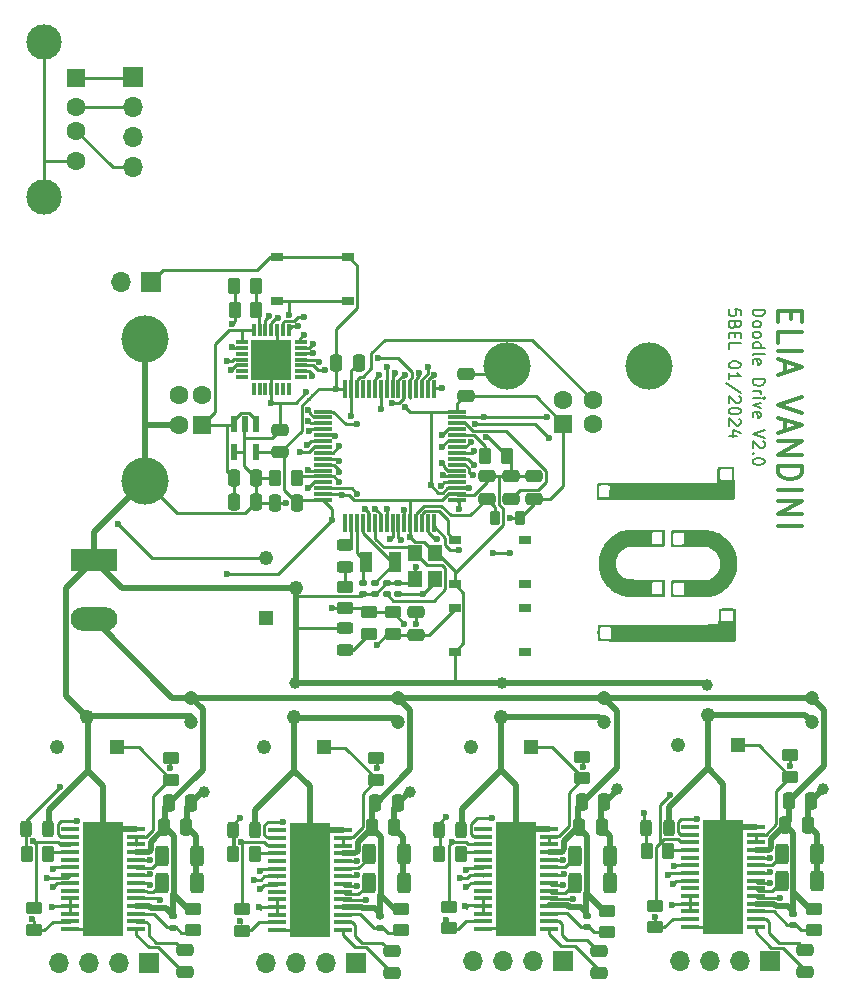
<source format=gbr>
%TF.GenerationSoftware,KiCad,Pcbnew,7.0.10*%
%TF.CreationDate,2024-01-22T08:10:40+01:00*%
%TF.ProjectId,Doodle Drive,446f6f64-6c65-4204-9472-6976652e6b69,1.0V*%
%TF.SameCoordinates,Original*%
%TF.FileFunction,Copper,L1,Top*%
%TF.FilePolarity,Positive*%
%FSLAX46Y46*%
G04 Gerber Fmt 4.6, Leading zero omitted, Abs format (unit mm)*
G04 Created by KiCad (PCBNEW 7.0.10) date 2024-01-22 08:10:40*
%MOMM*%
%LPD*%
G01*
G04 APERTURE LIST*
G04 Aperture macros list*
%AMRoundRect*
0 Rectangle with rounded corners*
0 $1 Rounding radius*
0 $2 $3 $4 $5 $6 $7 $8 $9 X,Y pos of 4 corners*
0 Add a 4 corners polygon primitive as box body*
4,1,4,$2,$3,$4,$5,$6,$7,$8,$9,$2,$3,0*
0 Add four circle primitives for the rounded corners*
1,1,$1+$1,$2,$3*
1,1,$1+$1,$4,$5*
1,1,$1+$1,$6,$7*
1,1,$1+$1,$8,$9*
0 Add four rect primitives between the rounded corners*
20,1,$1+$1,$2,$3,$4,$5,0*
20,1,$1+$1,$4,$5,$6,$7,0*
20,1,$1+$1,$6,$7,$8,$9,0*
20,1,$1+$1,$8,$9,$2,$3,0*%
G04 Aperture macros list end*
%TA.AperFunction,NonConductor*%
%ADD10C,0.000000*%
%TD*%
%ADD11C,0.300000*%
%TA.AperFunction,NonConductor*%
%ADD12C,0.300000*%
%TD*%
%ADD13C,0.150000*%
%TA.AperFunction,NonConductor*%
%ADD14C,0.150000*%
%TD*%
%TA.AperFunction,ComponentPad*%
%ADD15R,3.960000X1.980000*%
%TD*%
%TA.AperFunction,ComponentPad*%
%ADD16O,3.960000X1.980000*%
%TD*%
%TA.AperFunction,SMDPad,CuDef*%
%ADD17RoundRect,0.243750X0.243750X0.456250X-0.243750X0.456250X-0.243750X-0.456250X0.243750X-0.456250X0*%
%TD*%
%TA.AperFunction,SMDPad,CuDef*%
%ADD18RoundRect,0.059000X0.236000X0.626000X-0.236000X0.626000X-0.236000X-0.626000X0.236000X-0.626000X0*%
%TD*%
%TA.AperFunction,ComponentPad*%
%ADD19C,1.200000*%
%TD*%
%TA.AperFunction,SMDPad,CuDef*%
%ADD20RoundRect,0.250000X0.450000X-0.262500X0.450000X0.262500X-0.450000X0.262500X-0.450000X-0.262500X0*%
%TD*%
%TA.AperFunction,SMDPad,CuDef*%
%ADD21RoundRect,0.218750X0.218750X0.381250X-0.218750X0.381250X-0.218750X-0.381250X0.218750X-0.381250X0*%
%TD*%
%TA.AperFunction,SMDPad,CuDef*%
%ADD22RoundRect,0.250000X0.312500X0.625000X-0.312500X0.625000X-0.312500X-0.625000X0.312500X-0.625000X0*%
%TD*%
%TA.AperFunction,ComponentPad*%
%ADD23R,1.700000X1.700000*%
%TD*%
%TA.AperFunction,ComponentPad*%
%ADD24O,1.700000X1.700000*%
%TD*%
%TA.AperFunction,SMDPad,CuDef*%
%ADD25RoundRect,0.243750X-0.456250X0.243750X-0.456250X-0.243750X0.456250X-0.243750X0.456250X0.243750X0*%
%TD*%
%TA.AperFunction,SMDPad,CuDef*%
%ADD26RoundRect,0.250000X-0.250000X-0.475000X0.250000X-0.475000X0.250000X0.475000X-0.250000X0.475000X0*%
%TD*%
%TA.AperFunction,SMDPad,CuDef*%
%ADD27RoundRect,0.250000X-0.475000X0.250000X-0.475000X-0.250000X0.475000X-0.250000X0.475000X0.250000X0*%
%TD*%
%TA.AperFunction,SMDPad,CuDef*%
%ADD28RoundRect,0.250000X0.250000X0.475000X-0.250000X0.475000X-0.250000X-0.475000X0.250000X-0.475000X0*%
%TD*%
%TA.AperFunction,ComponentPad*%
%ADD29R,1.600000X1.600000*%
%TD*%
%TA.AperFunction,ComponentPad*%
%ADD30C,1.600000*%
%TD*%
%TA.AperFunction,ComponentPad*%
%ADD31C,4.000000*%
%TD*%
%TA.AperFunction,ComponentPad*%
%ADD32R,1.217000X1.217000*%
%TD*%
%TA.AperFunction,ComponentPad*%
%ADD33C,1.217000*%
%TD*%
%TA.AperFunction,SMDPad,CuDef*%
%ADD34RoundRect,0.250000X-0.262500X-0.450000X0.262500X-0.450000X0.262500X0.450000X-0.262500X0.450000X0*%
%TD*%
%TA.AperFunction,SMDPad,CuDef*%
%ADD35RoundRect,0.140000X-0.170000X0.140000X-0.170000X-0.140000X0.170000X-0.140000X0.170000X0.140000X0*%
%TD*%
%TA.AperFunction,SMDPad,CuDef*%
%ADD36RoundRect,0.250000X-0.450000X0.262500X-0.450000X-0.262500X0.450000X-0.262500X0.450000X0.262500X0*%
%TD*%
%TA.AperFunction,SMDPad,CuDef*%
%ADD37RoundRect,0.250000X0.262500X0.450000X-0.262500X0.450000X-0.262500X-0.450000X0.262500X-0.450000X0*%
%TD*%
%TA.AperFunction,SMDPad,CuDef*%
%ADD38RoundRect,0.250000X-0.312500X-0.625000X0.312500X-0.625000X0.312500X0.625000X-0.312500X0.625000X0*%
%TD*%
%TA.AperFunction,ComponentPad*%
%ADD39C,3.000000*%
%TD*%
%TA.AperFunction,SMDPad,CuDef*%
%ADD40R,1.600000X0.300000*%
%TD*%
%TA.AperFunction,SMDPad,CuDef*%
%ADD41R,3.400000X9.700000*%
%TD*%
%TA.AperFunction,ComponentPad*%
%ADD42C,0.500000*%
%TD*%
%TA.AperFunction,SMDPad,CuDef*%
%ADD43R,1.000000X1.800000*%
%TD*%
%TA.AperFunction,SMDPad,CuDef*%
%ADD44R,1.000000X0.750000*%
%TD*%
%TA.AperFunction,SMDPad,CuDef*%
%ADD45RoundRect,0.250000X0.475000X-0.250000X0.475000X0.250000X-0.475000X0.250000X-0.475000X-0.250000X0*%
%TD*%
%TA.AperFunction,SMDPad,CuDef*%
%ADD46RoundRect,0.075000X0.075000X-0.700000X0.075000X0.700000X-0.075000X0.700000X-0.075000X-0.700000X0*%
%TD*%
%TA.AperFunction,SMDPad,CuDef*%
%ADD47RoundRect,0.075000X0.700000X-0.075000X0.700000X0.075000X-0.700000X0.075000X-0.700000X-0.075000X0*%
%TD*%
%TA.AperFunction,SMDPad,CuDef*%
%ADD48R,1.200000X1.400000*%
%TD*%
%TA.AperFunction,SMDPad,CuDef*%
%ADD49RoundRect,0.140000X0.170000X-0.140000X0.170000X0.140000X-0.170000X0.140000X-0.170000X-0.140000X0*%
%TD*%
%TA.AperFunction,SMDPad,CuDef*%
%ADD50R,0.300000X1.000000*%
%TD*%
%TA.AperFunction,SMDPad,CuDef*%
%ADD51R,1.000000X0.300000*%
%TD*%
%TA.AperFunction,SMDPad,CuDef*%
%ADD52R,3.400000X3.400000*%
%TD*%
%TA.AperFunction,ViaPad*%
%ADD53C,0.600000*%
%TD*%
%TA.AperFunction,ViaPad*%
%ADD54C,1.000000*%
%TD*%
%TA.AperFunction,Conductor*%
%ADD55C,0.250000*%
%TD*%
%TA.AperFunction,Conductor*%
%ADD56C,0.500000*%
%TD*%
G04 APERTURE END LIST*
D10*
%TA.AperFunction,NonConductor*%
G36*
X115029741Y-75752845D02*
G01*
X115290540Y-75755525D01*
X115381976Y-75756996D01*
X115515723Y-75759147D01*
X115701509Y-75763638D01*
X115844114Y-75768921D01*
X115939757Y-75774922D01*
X115968785Y-75778169D01*
X115984654Y-75781567D01*
X116066093Y-75812523D01*
X116066093Y-76478194D01*
X116065606Y-76650002D01*
X116064067Y-76793476D01*
X116062868Y-76855204D01*
X116061363Y-76910586D01*
X116059539Y-76959869D01*
X116057382Y-77003299D01*
X116054876Y-77041122D01*
X116052009Y-77073584D01*
X116048765Y-77100930D01*
X116045131Y-77123408D01*
X116041092Y-77141263D01*
X116038917Y-77148534D01*
X116036634Y-77154741D01*
X116034244Y-77159915D01*
X116031744Y-77164088D01*
X116029132Y-77167289D01*
X116026406Y-77169550D01*
X115987000Y-77175037D01*
X115889484Y-77180788D01*
X115546033Y-77192402D01*
X115047878Y-77203027D01*
X114446844Y-77211301D01*
X113947453Y-77216692D01*
X113743696Y-77219198D01*
X113567470Y-77221736D01*
X113416453Y-77224424D01*
X113288324Y-77227381D01*
X113180761Y-77230726D01*
X113091444Y-77234578D01*
X113052902Y-77236731D01*
X113018050Y-77239055D01*
X112986600Y-77241566D01*
X112958259Y-77244277D01*
X112932740Y-77247204D01*
X112909750Y-77250361D01*
X112889000Y-77253764D01*
X112870200Y-77257428D01*
X112853059Y-77261366D01*
X112837288Y-77265594D01*
X112822597Y-77270127D01*
X112808694Y-77274980D01*
X112795291Y-77280167D01*
X112782096Y-77285703D01*
X112755172Y-77297884D01*
X112692140Y-77329046D01*
X112630910Y-77363063D01*
X112571547Y-77399868D01*
X112514113Y-77439394D01*
X112458671Y-77481574D01*
X112405285Y-77526342D01*
X112354018Y-77573629D01*
X112304933Y-77623368D01*
X112258093Y-77675494D01*
X112213561Y-77729938D01*
X112171400Y-77786634D01*
X112131674Y-77845514D01*
X112094446Y-77906512D01*
X112059778Y-77969560D01*
X112027735Y-78034591D01*
X111998379Y-78101539D01*
X111981581Y-78147395D01*
X111966821Y-78198102D01*
X111954111Y-78252997D01*
X111943462Y-78311414D01*
X111934887Y-78372688D01*
X111928398Y-78436154D01*
X111924009Y-78501147D01*
X111921730Y-78567002D01*
X111921575Y-78633055D01*
X111923556Y-78698640D01*
X111927684Y-78763092D01*
X111933973Y-78825746D01*
X111942435Y-78885938D01*
X111953082Y-78943001D01*
X111965926Y-78996273D01*
X111980980Y-79045086D01*
X112008119Y-79115996D01*
X112039681Y-79186026D01*
X112075395Y-79254887D01*
X112114991Y-79322291D01*
X112158196Y-79387947D01*
X112204740Y-79451567D01*
X112254351Y-79512861D01*
X112306759Y-79571540D01*
X112361691Y-79627315D01*
X112418877Y-79679896D01*
X112478045Y-79728994D01*
X112538925Y-79774320D01*
X112601244Y-79815584D01*
X112664732Y-79852498D01*
X112729118Y-79884771D01*
X112794129Y-79912115D01*
X112851097Y-79931184D01*
X112919251Y-79945847D01*
X113013953Y-79956683D01*
X113150566Y-79964276D01*
X113344453Y-79969206D01*
X113610976Y-79972055D01*
X114423380Y-79973837D01*
X114808910Y-79974427D01*
X115129095Y-79976025D01*
X115381976Y-79978693D01*
X115389166Y-79978769D01*
X115594352Y-79982794D01*
X115749883Y-79988238D01*
X115810662Y-79991534D01*
X115860989Y-79995237D01*
X115901516Y-79999362D01*
X115932899Y-80003927D01*
X115955790Y-80008949D01*
X115970844Y-80014445D01*
X116050219Y-80054609D01*
X116050219Y-81384363D01*
X115970844Y-81425955D01*
X115933378Y-81437114D01*
X115863456Y-81445896D01*
X115753743Y-81452435D01*
X115596904Y-81456871D01*
X115112508Y-81459977D01*
X114351593Y-81456308D01*
X113863068Y-81452484D01*
X113486183Y-81448495D01*
X113333960Y-81446183D01*
X113202873Y-81443525D01*
X113090664Y-81440419D01*
X112995075Y-81436761D01*
X112913848Y-81432452D01*
X112844724Y-81427389D01*
X112785447Y-81421469D01*
X112733757Y-81414593D01*
X112687398Y-81406656D01*
X112644110Y-81397558D01*
X112601636Y-81387198D01*
X112557718Y-81375472D01*
X112411085Y-81331149D01*
X112268105Y-81279633D01*
X112128960Y-81221076D01*
X111993833Y-81155627D01*
X111862905Y-81083436D01*
X111736358Y-81004653D01*
X111614375Y-80919429D01*
X111497137Y-80827912D01*
X111384991Y-80730395D01*
X114954498Y-80730395D01*
X114957630Y-80885699D01*
X114965144Y-81022436D01*
X114970516Y-81078631D01*
X114976947Y-81123932D01*
X114984428Y-81156253D01*
X114988557Y-81166895D01*
X114992944Y-81173510D01*
X114999156Y-81178166D01*
X115008181Y-81182513D01*
X115020032Y-81186553D01*
X115034724Y-81190286D01*
X115072680Y-81196839D01*
X115122158Y-81202180D01*
X115183266Y-81206319D01*
X115256111Y-81209265D01*
X115340801Y-81211025D01*
X115437444Y-81211610D01*
X115843843Y-81211610D01*
X115843843Y-80722882D01*
X115843750Y-80648742D01*
X115843441Y-80582184D01*
X115842876Y-80522795D01*
X115842014Y-80470160D01*
X115840814Y-80423867D01*
X115839236Y-80383501D01*
X115838292Y-80365412D01*
X115837238Y-80348650D01*
X115836068Y-80333163D01*
X115834779Y-80318900D01*
X115833364Y-80305808D01*
X115831819Y-80293836D01*
X115830138Y-80282932D01*
X115828316Y-80273046D01*
X115826348Y-80264124D01*
X115824230Y-80256115D01*
X115821955Y-80248968D01*
X115819519Y-80242631D01*
X115816917Y-80237052D01*
X115814143Y-80232179D01*
X115811193Y-80227961D01*
X115808061Y-80224346D01*
X115804743Y-80221282D01*
X115801232Y-80218719D01*
X115797525Y-80216603D01*
X115793615Y-80214883D01*
X115786624Y-80212919D01*
X115776150Y-80211010D01*
X115745598Y-80207398D01*
X115703646Y-80204125D01*
X115651982Y-80201270D01*
X115592296Y-80198912D01*
X115526274Y-80197130D01*
X115381976Y-80195610D01*
X115324348Y-80195693D01*
X115272994Y-80195985D01*
X115227513Y-80196548D01*
X115187502Y-80197445D01*
X115169423Y-80198038D01*
X115152560Y-80198737D01*
X115136864Y-80199552D01*
X115122285Y-80200489D01*
X115108771Y-80201557D01*
X115096274Y-80202762D01*
X115084741Y-80204114D01*
X115074124Y-80205619D01*
X115064372Y-80207287D01*
X115055435Y-80209123D01*
X115047262Y-80211137D01*
X115039803Y-80213336D01*
X115033009Y-80215728D01*
X115026827Y-80218321D01*
X115021209Y-80221123D01*
X115016105Y-80224141D01*
X115011463Y-80227383D01*
X115007233Y-80230857D01*
X115003366Y-80234571D01*
X114999811Y-80238533D01*
X114996517Y-80242751D01*
X114993435Y-80247231D01*
X114990514Y-80251983D01*
X114987705Y-80257014D01*
X114979428Y-80281365D01*
X114972353Y-80319834D01*
X114966470Y-80370336D01*
X114961765Y-80430788D01*
X114955845Y-80573200D01*
X114954498Y-80730395D01*
X111384991Y-80730395D01*
X111384827Y-80730252D01*
X111277626Y-80626601D01*
X111175716Y-80517108D01*
X111079279Y-80401922D01*
X110988498Y-80281194D01*
X110903554Y-80155073D01*
X110824629Y-80023710D01*
X110751906Y-79887254D01*
X110687147Y-79748885D01*
X110630388Y-79608784D01*
X110581530Y-79467227D01*
X110540474Y-79324491D01*
X110507119Y-79180851D01*
X110481368Y-79036585D01*
X110463121Y-78891970D01*
X110452278Y-78747281D01*
X110448741Y-78602795D01*
X110452411Y-78458790D01*
X110463188Y-78315541D01*
X110480973Y-78173325D01*
X110505668Y-78032419D01*
X110537172Y-77893099D01*
X110575388Y-77755642D01*
X110620215Y-77620324D01*
X110671554Y-77487422D01*
X110729307Y-77357213D01*
X110793374Y-77229973D01*
X110863656Y-77105978D01*
X110940055Y-76985506D01*
X111022470Y-76868833D01*
X111110802Y-76756234D01*
X111204953Y-76647988D01*
X111248609Y-76602694D01*
X114955578Y-76602694D01*
X114958446Y-76738340D01*
X114964886Y-76848266D01*
X114969508Y-76889159D01*
X114975100Y-76918312D01*
X114982490Y-76941844D01*
X114987275Y-76951363D01*
X114993599Y-76959501D01*
X115002070Y-76966349D01*
X115013298Y-76971993D01*
X115027892Y-76976524D01*
X115046462Y-76980030D01*
X115069616Y-76982599D01*
X115097963Y-76984321D01*
X115172673Y-76985575D01*
X115275467Y-76984502D01*
X115411217Y-76981812D01*
X115827968Y-76972986D01*
X115836700Y-76492513D01*
X115837968Y-76418322D01*
X115838888Y-76351924D01*
X115839425Y-76292876D01*
X115839540Y-76240736D01*
X115839196Y-76195059D01*
X115838356Y-76155403D01*
X115837738Y-76137694D01*
X115836982Y-76121324D01*
X115836083Y-76106238D01*
X115835037Y-76092379D01*
X115833839Y-76079694D01*
X115832484Y-76068125D01*
X115830967Y-76057619D01*
X115829285Y-76048119D01*
X115827431Y-76039569D01*
X115825403Y-76031916D01*
X115823194Y-76025103D01*
X115820800Y-76019074D01*
X115818217Y-76013775D01*
X115815440Y-76009150D01*
X115812465Y-76005144D01*
X115809285Y-76001700D01*
X115805898Y-75998765D01*
X115802298Y-75996282D01*
X115798480Y-75994195D01*
X115794441Y-75992451D01*
X115787367Y-75990457D01*
X115776813Y-75988519D01*
X115746107Y-75984849D01*
X115704015Y-75981522D01*
X115652228Y-75978619D01*
X115592440Y-75976221D01*
X115526340Y-75974408D01*
X115455622Y-75973261D01*
X115381976Y-75972861D01*
X115324348Y-75972944D01*
X115272994Y-75973236D01*
X115227513Y-75973799D01*
X115187502Y-75974695D01*
X115169423Y-75975288D01*
X115152560Y-75975988D01*
X115136864Y-75976803D01*
X115122285Y-75977740D01*
X115108771Y-75978807D01*
X115096274Y-75980013D01*
X115084741Y-75981364D01*
X115074124Y-75982870D01*
X115064372Y-75984537D01*
X115055435Y-75986374D01*
X115047262Y-75988388D01*
X115039803Y-75990587D01*
X115033009Y-75992979D01*
X115026827Y-75995572D01*
X115021209Y-75998373D01*
X115016105Y-76001391D01*
X115011463Y-76004633D01*
X115007233Y-76008108D01*
X115003366Y-76011822D01*
X114999811Y-76015784D01*
X114996517Y-76020001D01*
X114993435Y-76024482D01*
X114990514Y-76029234D01*
X114987705Y-76034265D01*
X114981425Y-76053668D01*
X114975759Y-76086111D01*
X114966371Y-76183037D01*
X114959743Y-76310883D01*
X114956078Y-76455489D01*
X114955578Y-76602694D01*
X111248609Y-76602694D01*
X111304824Y-76544370D01*
X111410314Y-76445658D01*
X111521326Y-76352127D01*
X111637760Y-76264054D01*
X111759517Y-76181716D01*
X111886497Y-76105389D01*
X112018601Y-76035351D01*
X112155731Y-75971876D01*
X112325467Y-75901622D01*
X112481422Y-75848042D01*
X112561422Y-75826802D01*
X112646607Y-75808886D01*
X112739853Y-75794013D01*
X112844036Y-75781900D01*
X113096720Y-75764832D01*
X113427672Y-75755430D01*
X113859903Y-75751440D01*
X114416427Y-75750611D01*
X115029741Y-75752845D01*
G37*
%TD.AperFunction*%
%TA.AperFunction,NonConductor*%
G36*
X121237184Y-70416656D02*
G01*
X121376609Y-70417147D01*
X121506601Y-70418803D01*
X121615505Y-70421651D01*
X121662425Y-70423544D01*
X121704524Y-70425763D01*
X121741952Y-70428316D01*
X121774861Y-70431212D01*
X121803399Y-70434460D01*
X121827718Y-70438069D01*
X121847967Y-70442049D01*
X121864298Y-70446407D01*
X121876860Y-70451154D01*
X121881775Y-70453676D01*
X121885805Y-70456298D01*
X121894079Y-70463548D01*
X121901508Y-70472754D01*
X121908148Y-70484552D01*
X121914054Y-70499577D01*
X121919284Y-70518464D01*
X121923892Y-70541848D01*
X121931469Y-70604646D01*
X121937234Y-70693054D01*
X121941633Y-70812151D01*
X121948130Y-71162736D01*
X121957481Y-71860488D01*
X121961033Y-72140311D01*
X121963738Y-72378649D01*
X121965522Y-72578913D01*
X121966046Y-72665833D01*
X121966313Y-72744515D01*
X121966312Y-72815385D01*
X121966036Y-72878868D01*
X121965475Y-72935393D01*
X121964620Y-72985384D01*
X121963462Y-73029270D01*
X121961991Y-73067476D01*
X121960198Y-73100428D01*
X121959178Y-73115068D01*
X121958074Y-73128554D01*
X121956886Y-73140940D01*
X121955611Y-73152280D01*
X121954249Y-73162626D01*
X121952798Y-73172032D01*
X121951258Y-73180551D01*
X121949628Y-73188237D01*
X121947905Y-73195142D01*
X121946089Y-73201321D01*
X121944180Y-73206826D01*
X121942175Y-73211711D01*
X121940073Y-73216030D01*
X121937874Y-73219834D01*
X121935576Y-73223179D01*
X121933179Y-73226116D01*
X121930680Y-73228700D01*
X121928079Y-73230983D01*
X121925375Y-73233020D01*
X121922566Y-73234862D01*
X121916631Y-73238180D01*
X121903458Y-73244837D01*
X121578997Y-73260847D01*
X120592342Y-73268114D01*
X116093589Y-73257601D01*
X113051831Y-73243524D01*
X112040897Y-73236886D01*
X111310797Y-73229780D01*
X110817183Y-73221653D01*
X110645201Y-73217034D01*
X110515709Y-73211952D01*
X110423165Y-73206340D01*
X110362026Y-73200127D01*
X110326748Y-73193244D01*
X110317074Y-73189531D01*
X110311787Y-73185624D01*
X110306523Y-73177309D01*
X110301679Y-73165436D01*
X110297243Y-73149825D01*
X110293204Y-73130293D01*
X110286273Y-73078745D01*
X110280800Y-73009344D01*
X110276695Y-72920641D01*
X110273872Y-72811188D01*
X110272243Y-72679537D01*
X110272189Y-72663571D01*
X110478131Y-72663571D01*
X110480818Y-72801884D01*
X110487149Y-72909294D01*
X110491757Y-72946435D01*
X110497366Y-72969882D01*
X110501099Y-72977426D01*
X110506430Y-72984201D01*
X110513706Y-72990246D01*
X110523269Y-72995599D01*
X110535464Y-73000300D01*
X110550637Y-73004388D01*
X110569131Y-73007901D01*
X110591290Y-73010880D01*
X110647984Y-73015386D01*
X110723474Y-73018219D01*
X110820516Y-73019690D01*
X110941866Y-73020111D01*
X111367093Y-73020111D01*
X111367093Y-72609965D01*
X111367400Y-72526710D01*
X111368279Y-72447371D01*
X111369669Y-72373805D01*
X111371507Y-72307867D01*
X111373732Y-72251414D01*
X111376283Y-72206302D01*
X111379096Y-72174388D01*
X111380583Y-72163960D01*
X111382112Y-72157527D01*
X111383472Y-72152928D01*
X111384465Y-72147893D01*
X111385097Y-72142472D01*
X111385379Y-72136714D01*
X111385320Y-72130671D01*
X111384927Y-72124392D01*
X111384211Y-72117927D01*
X111383179Y-72111327D01*
X111381841Y-72104641D01*
X111380206Y-72097921D01*
X111378282Y-72091216D01*
X111376079Y-72084576D01*
X111373605Y-72078051D01*
X111370870Y-72071693D01*
X111367881Y-72065550D01*
X111364649Y-72059673D01*
X111358972Y-72051107D01*
X111352253Y-72043448D01*
X111344115Y-72036649D01*
X111334181Y-72030659D01*
X111322075Y-72025430D01*
X111307422Y-72020913D01*
X111289844Y-72017059D01*
X111268967Y-72013818D01*
X111244412Y-72011143D01*
X111215806Y-72008983D01*
X111144929Y-72006015D01*
X111053328Y-72004522D01*
X110937992Y-72004111D01*
X110874656Y-72004189D01*
X110818303Y-72004467D01*
X110768486Y-72005008D01*
X110724754Y-72005879D01*
X110705029Y-72006457D01*
X110686657Y-72007142D01*
X110669582Y-72007942D01*
X110653747Y-72008864D01*
X110639095Y-72009917D01*
X110625572Y-72011109D01*
X110613121Y-72012448D01*
X110601685Y-72013942D01*
X110591208Y-72015598D01*
X110581634Y-72017426D01*
X110572907Y-72019433D01*
X110564971Y-72021628D01*
X110557770Y-72024018D01*
X110551246Y-72026611D01*
X110545345Y-72029416D01*
X110540010Y-72032440D01*
X110535184Y-72035693D01*
X110530812Y-72039181D01*
X110526837Y-72042913D01*
X110523203Y-72046897D01*
X110519855Y-72051141D01*
X110516734Y-72055654D01*
X110513787Y-72060442D01*
X110510955Y-72065515D01*
X110504699Y-72085480D01*
X110499024Y-72119603D01*
X110489535Y-72222369D01*
X110482730Y-72357897D01*
X110478848Y-72510269D01*
X110478131Y-72663571D01*
X110272189Y-72663571D01*
X110271719Y-72524240D01*
X110272082Y-72340578D01*
X110272621Y-72263759D01*
X110273473Y-72196065D01*
X110274693Y-72136833D01*
X110276338Y-72085402D01*
X110278465Y-72041110D01*
X110279726Y-72021433D01*
X110281129Y-72003293D01*
X110282680Y-71986607D01*
X110284386Y-71971291D01*
X110286255Y-71957263D01*
X110288293Y-71944440D01*
X110290508Y-71932740D01*
X110292906Y-71922079D01*
X110295494Y-71912376D01*
X110298280Y-71903546D01*
X110301271Y-71895507D01*
X110304473Y-71888177D01*
X110307894Y-71881473D01*
X110311540Y-71875312D01*
X110315418Y-71869611D01*
X110319537Y-71864287D01*
X110323902Y-71859258D01*
X110328520Y-71854441D01*
X110366225Y-71836514D01*
X110472632Y-71822806D01*
X110937992Y-71810032D01*
X111094326Y-71805741D01*
X115392644Y-71796879D01*
X118939865Y-71794172D01*
X120436735Y-71788941D01*
X120441455Y-71785890D01*
X120445906Y-71778536D01*
X120450095Y-71766777D01*
X120454030Y-71750508D01*
X120461171Y-71704033D01*
X120467393Y-71638284D01*
X120472760Y-71552435D01*
X120477334Y-71445662D01*
X120484360Y-71166038D01*
X120485461Y-71109991D01*
X120701462Y-71109991D01*
X120704569Y-71242064D01*
X120707763Y-71303108D01*
X120712036Y-71358535D01*
X120717377Y-71406630D01*
X120723775Y-71445677D01*
X120731217Y-71473959D01*
X120735327Y-71483527D01*
X120739693Y-71489761D01*
X120745700Y-71493452D01*
X120756010Y-71496997D01*
X120788442Y-71503628D01*
X120834781Y-71509609D01*
X120892822Y-71514897D01*
X121035187Y-71523224D01*
X121197889Y-71528262D01*
X121363281Y-71529663D01*
X121513714Y-71527083D01*
X121631541Y-71520173D01*
X121672713Y-71514987D01*
X121699115Y-71508589D01*
X121706627Y-71504897D01*
X121713379Y-71499670D01*
X121719407Y-71492584D01*
X121724751Y-71483320D01*
X121729448Y-71471556D01*
X121733536Y-71456970D01*
X121737055Y-71439242D01*
X121740040Y-71418050D01*
X121744568Y-71363989D01*
X121747424Y-71292218D01*
X121748914Y-71200167D01*
X121749343Y-71085266D01*
X121748911Y-71003661D01*
X121747673Y-70926697D01*
X121745715Y-70856117D01*
X121743124Y-70793666D01*
X121739987Y-70741089D01*
X121736391Y-70700129D01*
X121734447Y-70684550D01*
X121732421Y-70672530D01*
X121730324Y-70664287D01*
X121729252Y-70661650D01*
X121728166Y-70660038D01*
X121723576Y-70657880D01*
X121714330Y-70655783D01*
X121682883Y-70651814D01*
X121635838Y-70648217D01*
X121575210Y-70645080D01*
X121421270Y-70640531D01*
X121237184Y-70638861D01*
X121160670Y-70638930D01*
X121092775Y-70639184D01*
X121032942Y-70639690D01*
X120980610Y-70640517D01*
X120957083Y-70641072D01*
X120935222Y-70641733D01*
X120914958Y-70642507D01*
X120896219Y-70643405D01*
X120878938Y-70644434D01*
X120863043Y-70645603D01*
X120848465Y-70646920D01*
X120835134Y-70648394D01*
X120822980Y-70650033D01*
X120811934Y-70651847D01*
X120801925Y-70653842D01*
X120792884Y-70656029D01*
X120784740Y-70658415D01*
X120777425Y-70661009D01*
X120770868Y-70663820D01*
X120765000Y-70666856D01*
X120759750Y-70670125D01*
X120755049Y-70673636D01*
X120750827Y-70677398D01*
X120747013Y-70681419D01*
X120743539Y-70685708D01*
X120740335Y-70690273D01*
X120737330Y-70695123D01*
X120734455Y-70700265D01*
X120726238Y-70723088D01*
X120719213Y-70757455D01*
X120713369Y-70801650D01*
X120708694Y-70853958D01*
X120702807Y-70976047D01*
X120701462Y-71109991D01*
X120485461Y-71109991D01*
X120488000Y-70980666D01*
X120489916Y-70903178D01*
X120491993Y-70834903D01*
X120494303Y-70775153D01*
X120496918Y-70723237D01*
X120499909Y-70678468D01*
X120503350Y-70640155D01*
X120505262Y-70623204D01*
X120507312Y-70607610D01*
X120509511Y-70593285D01*
X120511868Y-70580144D01*
X120514391Y-70568100D01*
X120517089Y-70557067D01*
X120519972Y-70546960D01*
X120523048Y-70537692D01*
X120526326Y-70529176D01*
X120529816Y-70521327D01*
X120533527Y-70514059D01*
X120537467Y-70507286D01*
X120541645Y-70500920D01*
X120546071Y-70494877D01*
X120550754Y-70489070D01*
X120555702Y-70483413D01*
X120577233Y-70462320D01*
X120589233Y-70453680D01*
X120603167Y-70446200D01*
X120619867Y-70439796D01*
X120640167Y-70434385D01*
X120664898Y-70429885D01*
X120694894Y-70426211D01*
X120774011Y-70421013D01*
X120884180Y-70418124D01*
X121224325Y-70416611D01*
X121237184Y-70416656D01*
G37*
%TD.AperFunction*%
%TA.AperFunction,NonConductor*%
G36*
X118760212Y-75783440D02*
G01*
X118992620Y-75784755D01*
X119196410Y-75787110D01*
X119374494Y-75790780D01*
X119529786Y-75796036D01*
X119665200Y-75803153D01*
X119783649Y-75812404D01*
X119888047Y-75824062D01*
X119981307Y-75838401D01*
X120066344Y-75855694D01*
X120146069Y-75876215D01*
X120223397Y-75900236D01*
X120301242Y-75928031D01*
X120382517Y-75959874D01*
X120470136Y-75996038D01*
X120625465Y-76066945D01*
X120775235Y-76147156D01*
X120919191Y-76236359D01*
X121057082Y-76334240D01*
X121188654Y-76440487D01*
X121313657Y-76554788D01*
X121431836Y-76676829D01*
X121542940Y-76806298D01*
X121646716Y-76942883D01*
X121742912Y-77086270D01*
X121831275Y-77236148D01*
X121911552Y-77392204D01*
X121983492Y-77554124D01*
X122046841Y-77721597D01*
X122101347Y-77894309D01*
X122146758Y-78071948D01*
X122157130Y-78126829D01*
X122165718Y-78191000D01*
X122172554Y-78263134D01*
X122177669Y-78341900D01*
X122182868Y-78514011D01*
X122181572Y-78696701D01*
X122174036Y-78879334D01*
X122160519Y-79051276D01*
X122151597Y-79129915D01*
X122141275Y-79201893D01*
X122129587Y-79265881D01*
X122116564Y-79320549D01*
X122057233Y-79512913D01*
X121987455Y-79698456D01*
X121907527Y-79876870D01*
X121817748Y-80047849D01*
X121718417Y-80211088D01*
X121609832Y-80366279D01*
X121492293Y-80513117D01*
X121366097Y-80651295D01*
X121231544Y-80780506D01*
X121088932Y-80900446D01*
X120938560Y-81010806D01*
X120780727Y-81111281D01*
X120615731Y-81201565D01*
X120443871Y-81281352D01*
X120265446Y-81350334D01*
X120080754Y-81408206D01*
X119994635Y-81430733D01*
X119906591Y-81447863D01*
X119797196Y-81460357D01*
X119647025Y-81468976D01*
X119436653Y-81474481D01*
X119146655Y-81477635D01*
X118250081Y-81479929D01*
X117758771Y-81480151D01*
X117556341Y-81479920D01*
X117380167Y-81479376D01*
X117228328Y-81478452D01*
X117098904Y-81477085D01*
X116989974Y-81475210D01*
X116899618Y-81472762D01*
X116860805Y-81471303D01*
X116825915Y-81469676D01*
X116794708Y-81467873D01*
X116766944Y-81465887D01*
X116742384Y-81463710D01*
X116720786Y-81461332D01*
X116701911Y-81458746D01*
X116685519Y-81455944D01*
X116671370Y-81452918D01*
X116659223Y-81449660D01*
X116648839Y-81446161D01*
X116639977Y-81442414D01*
X116632398Y-81438411D01*
X116625862Y-81434142D01*
X116620128Y-81429601D01*
X116614956Y-81424780D01*
X116605983Y-81414929D01*
X116597996Y-81403888D01*
X116590938Y-81390989D01*
X116584753Y-81375568D01*
X116579385Y-81356957D01*
X116574777Y-81334491D01*
X116570874Y-81307504D01*
X116567620Y-81275329D01*
X116562835Y-81192751D01*
X116559971Y-81081429D01*
X116558282Y-80763237D01*
X116764593Y-80763237D01*
X116765173Y-80934985D01*
X116767042Y-81004161D01*
X116770981Y-81063262D01*
X116773966Y-81089283D01*
X116777754Y-81113081D01*
X116782441Y-81134758D01*
X116788122Y-81154411D01*
X116794893Y-81172139D01*
X116802850Y-81188042D01*
X116812087Y-81202219D01*
X116822699Y-81214769D01*
X116834783Y-81225791D01*
X116848434Y-81235384D01*
X116863747Y-81243647D01*
X116880817Y-81250679D01*
X116899740Y-81256579D01*
X116920611Y-81261446D01*
X116943525Y-81265379D01*
X116968578Y-81268478D01*
X117025483Y-81272569D01*
X117092088Y-81274509D01*
X117257448Y-81275110D01*
X117299652Y-81274957D01*
X117339551Y-81274501D01*
X117377129Y-81273741D01*
X117412370Y-81272680D01*
X117445259Y-81271319D01*
X117475780Y-81269660D01*
X117503917Y-81267705D01*
X117529653Y-81265454D01*
X117552974Y-81262910D01*
X117573863Y-81260074D01*
X117592305Y-81256947D01*
X117608283Y-81253532D01*
X117621781Y-81249829D01*
X117632785Y-81245840D01*
X117637346Y-81243739D01*
X117641278Y-81241567D01*
X117644577Y-81239324D01*
X117647243Y-81237010D01*
X117651982Y-81230554D01*
X117656392Y-81220963D01*
X117660474Y-81208195D01*
X117664233Y-81192202D01*
X117670795Y-81150366D01*
X117676104Y-81095093D01*
X117680186Y-81026021D01*
X117683069Y-80942791D01*
X117684779Y-80845041D01*
X117685343Y-80732408D01*
X117685248Y-80661855D01*
X117684934Y-80598478D01*
X117684362Y-80541888D01*
X117683491Y-80491695D01*
X117682282Y-80447510D01*
X117680694Y-80408944D01*
X117679745Y-80391646D01*
X117678686Y-80375607D01*
X117677513Y-80360778D01*
X117676219Y-80347110D01*
X117674801Y-80334554D01*
X117673253Y-80323063D01*
X117671569Y-80312587D01*
X117669746Y-80303077D01*
X117667778Y-80294485D01*
X117665659Y-80286762D01*
X117663386Y-80279860D01*
X117660952Y-80273730D01*
X117658353Y-80268323D01*
X117655584Y-80263590D01*
X117652640Y-80259483D01*
X117649516Y-80255954D01*
X117646206Y-80252952D01*
X117642706Y-80250431D01*
X117639011Y-80248340D01*
X117635115Y-80246632D01*
X117628042Y-80244669D01*
X117617326Y-80242760D01*
X117585845Y-80239148D01*
X117542425Y-80235875D01*
X117488819Y-80233020D01*
X117358062Y-80228881D01*
X117207601Y-80227361D01*
X117147205Y-80227441D01*
X117093428Y-80227727D01*
X117045844Y-80228279D01*
X117004030Y-80229164D01*
X116985153Y-80229750D01*
X116967558Y-80230443D01*
X116951194Y-80231251D01*
X116936005Y-80232181D01*
X116921940Y-80233241D01*
X116908946Y-80234441D01*
X116896968Y-80235786D01*
X116885954Y-80237286D01*
X116875851Y-80238948D01*
X116866605Y-80240781D01*
X116858164Y-80242792D01*
X116850474Y-80244989D01*
X116843482Y-80247380D01*
X116837136Y-80249973D01*
X116831381Y-80252776D01*
X116826165Y-80255797D01*
X116821435Y-80259044D01*
X116817137Y-80262525D01*
X116813218Y-80266247D01*
X116809626Y-80270219D01*
X116806306Y-80274449D01*
X116803207Y-80278945D01*
X116800274Y-80283714D01*
X116797455Y-80288765D01*
X116794109Y-80297165D01*
X116790856Y-80309534D01*
X116784699Y-80345207D01*
X116779118Y-80393838D01*
X116774249Y-80453480D01*
X116770227Y-80522187D01*
X116767187Y-80598013D01*
X116765264Y-80679012D01*
X116764593Y-80763237D01*
X116558282Y-80763237D01*
X116558218Y-80751235D01*
X116558582Y-80566545D01*
X116559120Y-80489286D01*
X116559970Y-80421198D01*
X116561189Y-80361617D01*
X116562831Y-80309879D01*
X116564954Y-80265319D01*
X116566213Y-80245524D01*
X116567613Y-80227273D01*
X116569160Y-80210486D01*
X116570863Y-80195077D01*
X116572728Y-80180965D01*
X116574762Y-80168066D01*
X116576971Y-80156298D01*
X116579364Y-80145576D01*
X116581947Y-80135819D01*
X116584726Y-80126943D01*
X116587710Y-80118865D01*
X116590904Y-80111502D01*
X116594317Y-80104772D01*
X116597954Y-80098590D01*
X116601823Y-80092874D01*
X116605931Y-80087541D01*
X116610285Y-80082507D01*
X116614892Y-80077691D01*
X116640174Y-80060124D01*
X116686427Y-80046299D01*
X116768199Y-80035558D01*
X116900039Y-80027245D01*
X117096494Y-80020700D01*
X117207601Y-80018511D01*
X117372112Y-80015268D01*
X118219029Y-80005111D01*
X119766492Y-79989236D01*
X119979852Y-79884143D01*
X120007022Y-79870405D01*
X120033407Y-79856331D01*
X120059041Y-79841892D01*
X120083962Y-79827063D01*
X120108205Y-79811815D01*
X120131806Y-79796120D01*
X120154801Y-79779952D01*
X120177226Y-79763283D01*
X120199116Y-79746085D01*
X120220508Y-79728330D01*
X120241438Y-79709992D01*
X120261941Y-79691043D01*
X120282053Y-79671455D01*
X120301811Y-79651201D01*
X120321249Y-79630253D01*
X120340405Y-79608584D01*
X120395301Y-79543053D01*
X120445552Y-79478891D01*
X120491276Y-79415774D01*
X120532591Y-79353377D01*
X120569614Y-79291375D01*
X120602464Y-79229445D01*
X120631259Y-79167260D01*
X120656116Y-79104498D01*
X120677152Y-79040833D01*
X120694487Y-78975941D01*
X120708236Y-78909497D01*
X120718520Y-78841176D01*
X120725454Y-78770655D01*
X120729158Y-78697609D01*
X120729748Y-78621713D01*
X120727343Y-78542642D01*
X120722603Y-78459754D01*
X120719749Y-78423254D01*
X120716422Y-78389450D01*
X120712507Y-78357890D01*
X120707890Y-78328125D01*
X120702460Y-78299703D01*
X120696101Y-78272176D01*
X120688700Y-78245091D01*
X120680144Y-78217999D01*
X120670318Y-78190450D01*
X120659111Y-78161992D01*
X120646407Y-78132176D01*
X120632094Y-78100550D01*
X120598183Y-78030070D01*
X120569092Y-77973682D01*
X120538556Y-77919326D01*
X120506569Y-77866993D01*
X120473124Y-77816676D01*
X120438212Y-77768368D01*
X120401827Y-77722061D01*
X120363961Y-77677746D01*
X120324606Y-77635418D01*
X120283755Y-77595067D01*
X120241400Y-77556686D01*
X120197534Y-77520269D01*
X120152150Y-77485806D01*
X120105240Y-77453290D01*
X120056796Y-77422715D01*
X120006811Y-77394071D01*
X119955278Y-77367352D01*
X119734679Y-77258736D01*
X118241698Y-77250894D01*
X117656792Y-77246631D01*
X117167894Y-77240864D01*
X116826151Y-77234342D01*
X116726446Y-77231031D01*
X116682710Y-77227811D01*
X116661863Y-77221585D01*
X116643106Y-77212652D01*
X116626334Y-77200486D01*
X116611446Y-77184563D01*
X116598339Y-77164356D01*
X116586910Y-77139339D01*
X116577056Y-77108988D01*
X116568676Y-77072776D01*
X116561666Y-77030178D01*
X116555924Y-76980668D01*
X116551346Y-76923720D01*
X116547832Y-76858810D01*
X116543578Y-76702996D01*
X116543141Y-76634436D01*
X116765320Y-76634436D01*
X116768183Y-76770076D01*
X116774615Y-76879994D01*
X116779232Y-76920883D01*
X116784818Y-76950030D01*
X116792225Y-76973599D01*
X116797061Y-76983128D01*
X116803498Y-76991273D01*
X116812172Y-76998123D01*
X116823718Y-77003768D01*
X116838771Y-77008295D01*
X116857966Y-77011796D01*
X116881938Y-77014359D01*
X116911322Y-77016072D01*
X116988866Y-77017311D01*
X117095679Y-77016225D01*
X117236843Y-77013530D01*
X117669468Y-77004736D01*
X117678200Y-76524263D01*
X117679467Y-76450072D01*
X117680388Y-76383674D01*
X117680925Y-76324626D01*
X117681040Y-76272486D01*
X117680696Y-76226809D01*
X117679855Y-76187153D01*
X117679238Y-76169444D01*
X117678482Y-76153074D01*
X117677583Y-76137988D01*
X117676537Y-76124130D01*
X117675338Y-76111444D01*
X117673983Y-76099875D01*
X117672467Y-76089369D01*
X117670784Y-76079869D01*
X117668931Y-76071319D01*
X117666903Y-76063666D01*
X117664694Y-76056853D01*
X117662300Y-76050824D01*
X117659717Y-76045525D01*
X117656940Y-76040900D01*
X117653964Y-76036894D01*
X117650785Y-76033450D01*
X117647398Y-76030515D01*
X117643797Y-76028032D01*
X117639980Y-76025945D01*
X117635940Y-76024201D01*
X117628784Y-76022207D01*
X117617988Y-76020269D01*
X117586354Y-76016599D01*
X117542794Y-76013272D01*
X117489065Y-76010369D01*
X117358129Y-76006158D01*
X117207601Y-76004611D01*
X117147205Y-76004691D01*
X117093428Y-76004977D01*
X117045844Y-76005530D01*
X117004030Y-76006414D01*
X116985153Y-76007000D01*
X116967558Y-76007693D01*
X116951194Y-76008501D01*
X116936005Y-76009431D01*
X116921940Y-76010492D01*
X116908946Y-76011691D01*
X116896968Y-76013037D01*
X116885954Y-76014536D01*
X116875851Y-76016199D01*
X116866605Y-76018031D01*
X116858164Y-76020042D01*
X116850474Y-76022239D01*
X116843482Y-76024630D01*
X116837136Y-76027223D01*
X116831381Y-76030026D01*
X116826165Y-76033047D01*
X116821435Y-76036294D01*
X116817137Y-76039775D01*
X116813218Y-76043498D01*
X116809626Y-76047470D01*
X116806306Y-76051700D01*
X116803207Y-76056196D01*
X116800274Y-76060965D01*
X116797455Y-76066015D01*
X116791175Y-76085418D01*
X116785509Y-76117861D01*
X116776121Y-76214787D01*
X116769491Y-76342631D01*
X116765824Y-76487234D01*
X116765320Y-76634436D01*
X116543141Y-76634436D01*
X116542343Y-76509023D01*
X116542569Y-76415394D01*
X116543299Y-76330775D01*
X116544611Y-76254656D01*
X116546584Y-76186527D01*
X116549296Y-76125879D01*
X116552825Y-76072201D01*
X116554920Y-76047817D01*
X116557249Y-76024985D01*
X116559822Y-76003640D01*
X116562647Y-75983719D01*
X116565736Y-75965159D01*
X116569098Y-75947895D01*
X116572742Y-75931863D01*
X116576679Y-75917001D01*
X116580918Y-75903245D01*
X116585469Y-75890530D01*
X116590342Y-75878793D01*
X116595546Y-75867970D01*
X116601092Y-75857997D01*
X116606989Y-75848811D01*
X116613247Y-75840349D01*
X116619875Y-75832545D01*
X116626885Y-75825337D01*
X116634284Y-75818661D01*
X116642084Y-75812453D01*
X116650293Y-75806649D01*
X116688182Y-75801955D01*
X116783211Y-75797557D01*
X117119300Y-75790040D01*
X117207601Y-75789106D01*
X117607783Y-75784874D01*
X118197884Y-75782837D01*
X118760212Y-75783440D01*
G37*
%TD.AperFunction*%
%TA.AperFunction,NonConductor*%
G36*
X121429285Y-82418770D02*
G01*
X121477249Y-82419029D01*
X121527803Y-82419303D01*
X121615096Y-82420242D01*
X121691861Y-82421674D01*
X121726514Y-82422601D01*
X121758795Y-82423684D01*
X121788793Y-82424933D01*
X121816595Y-82426359D01*
X121842288Y-82427973D01*
X121865958Y-82429785D01*
X121887694Y-82431807D01*
X121907581Y-82434049D01*
X121925708Y-82436523D01*
X121942161Y-82439238D01*
X121957028Y-82442206D01*
X121970395Y-82445437D01*
X121982351Y-82448942D01*
X121992981Y-82452733D01*
X122002373Y-82456819D01*
X122010614Y-82461212D01*
X122017792Y-82465923D01*
X122021009Y-82468400D01*
X122023993Y-82470961D01*
X122026755Y-82473607D01*
X122029305Y-82476339D01*
X122033814Y-82482067D01*
X122037608Y-82488155D01*
X122040774Y-82494615D01*
X122043399Y-82501457D01*
X122045571Y-82508693D01*
X122051261Y-82633508D01*
X122056473Y-82934687D01*
X122063160Y-83885436D01*
X122064239Y-84322070D01*
X122064412Y-84498935D01*
X122064215Y-84650809D01*
X122063949Y-84717995D01*
X122063556Y-84779678D01*
X122063023Y-84836105D01*
X122062339Y-84887524D01*
X122061493Y-84934184D01*
X122060472Y-84976332D01*
X122059266Y-85014217D01*
X122057862Y-85048086D01*
X122056248Y-85078187D01*
X122054414Y-85104769D01*
X122052346Y-85128078D01*
X122051222Y-85138584D01*
X122050034Y-85148364D01*
X122048783Y-85157451D01*
X122047466Y-85165875D01*
X122046083Y-85173666D01*
X122044630Y-85180857D01*
X122043108Y-85187478D01*
X122041515Y-85193560D01*
X122039849Y-85199134D01*
X122038108Y-85204231D01*
X122036292Y-85208882D01*
X122034398Y-85213118D01*
X122032426Y-85216970D01*
X122030373Y-85220469D01*
X122028239Y-85223646D01*
X122026022Y-85226532D01*
X122023721Y-85229159D01*
X122021333Y-85231556D01*
X122018858Y-85233755D01*
X122016294Y-85235787D01*
X122013640Y-85237684D01*
X122010894Y-85239475D01*
X122005120Y-85242866D01*
X121998962Y-85246210D01*
X120157507Y-85269400D01*
X116201229Y-85262351D01*
X112249940Y-85234436D01*
X110423452Y-85195029D01*
X110415145Y-85188107D01*
X110407634Y-85179835D01*
X110400863Y-85169828D01*
X110394781Y-85157700D01*
X110389334Y-85143067D01*
X110384470Y-85125543D01*
X110380134Y-85104742D01*
X110376275Y-85080280D01*
X110369773Y-85018829D01*
X110364538Y-84938108D01*
X110360147Y-84835033D01*
X110356174Y-84706523D01*
X110354134Y-84612344D01*
X110353194Y-84526417D01*
X110572999Y-84526417D01*
X110576500Y-84677555D01*
X110584475Y-84812067D01*
X110590101Y-84868224D01*
X110596799Y-84914385D01*
X110604554Y-84948605D01*
X110608822Y-84960628D01*
X110613349Y-84968937D01*
X110620229Y-84977406D01*
X110628045Y-84984933D01*
X110637209Y-84991561D01*
X110648131Y-84997330D01*
X110661222Y-85002281D01*
X110676892Y-85006458D01*
X110695551Y-85009900D01*
X110717612Y-85012649D01*
X110743483Y-85014747D01*
X110773576Y-85016236D01*
X110848070Y-85017551D01*
X110944379Y-85016924D01*
X111065787Y-85014689D01*
X111478219Y-85005735D01*
X111486982Y-84519166D01*
X111488553Y-84404750D01*
X111488855Y-84353619D01*
X111488833Y-84306526D01*
X111488488Y-84263462D01*
X111487819Y-84224415D01*
X111486825Y-84189377D01*
X111485505Y-84158336D01*
X111483860Y-84131283D01*
X111481888Y-84108208D01*
X111479589Y-84089100D01*
X111476963Y-84073951D01*
X111475526Y-84067857D01*
X111474008Y-84062749D01*
X111472408Y-84058625D01*
X111470725Y-84055484D01*
X111468960Y-84053325D01*
X111467112Y-84052147D01*
X111465182Y-84051948D01*
X111463170Y-84052728D01*
X111461501Y-84053716D01*
X111459853Y-84054605D01*
X111458228Y-84055395D01*
X111456628Y-84056087D01*
X111455056Y-84056682D01*
X111453514Y-84057180D01*
X111452002Y-84057584D01*
X111450525Y-84057892D01*
X111449083Y-84058107D01*
X111447679Y-84058230D01*
X111446315Y-84058260D01*
X111444993Y-84058200D01*
X111443715Y-84058049D01*
X111442483Y-84057809D01*
X111441299Y-84057481D01*
X111440166Y-84057065D01*
X111439085Y-84056563D01*
X111438059Y-84055975D01*
X111437090Y-84055302D01*
X111436179Y-84054545D01*
X111435329Y-84053705D01*
X111434542Y-84052783D01*
X111433820Y-84051780D01*
X111433165Y-84050696D01*
X111432579Y-84049532D01*
X111432065Y-84048290D01*
X111431624Y-84046970D01*
X111431259Y-84045573D01*
X111430971Y-84044100D01*
X111430762Y-84042552D01*
X111430636Y-84040930D01*
X111430593Y-84039234D01*
X111428976Y-84035251D01*
X111424144Y-84031508D01*
X111416125Y-84028007D01*
X111404947Y-84024751D01*
X111390640Y-84021742D01*
X111373231Y-84018982D01*
X111329224Y-84014218D01*
X111273152Y-84010481D01*
X111205244Y-84007787D01*
X111125727Y-84006158D01*
X111034830Y-84005610D01*
X110971220Y-84005688D01*
X110914628Y-84005966D01*
X110864602Y-84006507D01*
X110820691Y-84007378D01*
X110800888Y-84007956D01*
X110782443Y-84008641D01*
X110765302Y-84009441D01*
X110749406Y-84010363D01*
X110734700Y-84011416D01*
X110721128Y-84012608D01*
X110708632Y-84013947D01*
X110697157Y-84015441D01*
X110686645Y-84017097D01*
X110677040Y-84018925D01*
X110668286Y-84020932D01*
X110660327Y-84023127D01*
X110653105Y-84025517D01*
X110646565Y-84028110D01*
X110640649Y-84030915D01*
X110635302Y-84033939D01*
X110630467Y-84037192D01*
X110626087Y-84040680D01*
X110622106Y-84044412D01*
X110618467Y-84048396D01*
X110615114Y-84052640D01*
X110611990Y-84057153D01*
X110609039Y-84061941D01*
X110606205Y-84067014D01*
X110597760Y-84091304D01*
X110590574Y-84128953D01*
X110584629Y-84178016D01*
X110579912Y-84236546D01*
X110574095Y-84374224D01*
X110572999Y-84526417D01*
X110353194Y-84526417D01*
X110353086Y-84516534D01*
X110352990Y-84421759D01*
X110353809Y-84330682D01*
X110355502Y-84245970D01*
X110358031Y-84170287D01*
X110361359Y-84106296D01*
X110365445Y-84056664D01*
X110368925Y-84025358D01*
X110372366Y-83997245D01*
X110375863Y-83972108D01*
X110379509Y-83949730D01*
X110381418Y-83939509D01*
X110383399Y-83929896D01*
X110385465Y-83920865D01*
X110387627Y-83912389D01*
X110389897Y-83904441D01*
X110392287Y-83896993D01*
X110394808Y-83890019D01*
X110397472Y-83883492D01*
X110400292Y-83877384D01*
X110403278Y-83871668D01*
X110406442Y-83866318D01*
X110409797Y-83861306D01*
X110413354Y-83856606D01*
X110417124Y-83852189D01*
X110421120Y-83848030D01*
X110425354Y-83844102D01*
X110429836Y-83840376D01*
X110434579Y-83836827D01*
X110439595Y-83833426D01*
X110444894Y-83830148D01*
X110450490Y-83826964D01*
X110456394Y-83823849D01*
X110469172Y-83817714D01*
X110756920Y-83800280D01*
X111034830Y-83796943D01*
X111613017Y-83790000D01*
X115547426Y-83787837D01*
X117631434Y-83788913D01*
X119210129Y-83785349D01*
X120213883Y-83777456D01*
X120478399Y-83771985D01*
X120573069Y-83765549D01*
X120576131Y-83759329D01*
X120579205Y-83747035D01*
X120585315Y-83705544D01*
X120591237Y-83643715D01*
X120596810Y-83564190D01*
X120606270Y-83362614D01*
X120612407Y-83121944D01*
X120613706Y-83043999D01*
X120812718Y-83043999D01*
X120813190Y-83120327D01*
X120814544Y-83193758D01*
X120816684Y-83262527D01*
X120819517Y-83324867D01*
X120822945Y-83379012D01*
X120826876Y-83423197D01*
X120829000Y-83441003D01*
X120831214Y-83455656D01*
X120833506Y-83466937D01*
X120835864Y-83474623D01*
X120840194Y-83483669D01*
X120845683Y-83491671D01*
X120852865Y-83498680D01*
X120862277Y-83504746D01*
X120874453Y-83509919D01*
X120889928Y-83514248D01*
X120909237Y-83517786D01*
X120932916Y-83520581D01*
X120995522Y-83524146D01*
X121082029Y-83525344D01*
X121196715Y-83524577D01*
X121343864Y-83522248D01*
X121828718Y-83513486D01*
X121837513Y-83080670D01*
X121838778Y-83014181D01*
X121839694Y-82954613D01*
X121840222Y-82901575D01*
X121840326Y-82854676D01*
X121839971Y-82813524D01*
X121839609Y-82794981D01*
X121839119Y-82777727D01*
X121838495Y-82761715D01*
X121837733Y-82746895D01*
X121836829Y-82733219D01*
X121835779Y-82720637D01*
X121834576Y-82709100D01*
X121833218Y-82698559D01*
X121831698Y-82688967D01*
X121830014Y-82680273D01*
X121828160Y-82672428D01*
X121826131Y-82665385D01*
X121823924Y-82659093D01*
X121821533Y-82653505D01*
X121818954Y-82648570D01*
X121816183Y-82644241D01*
X121813214Y-82640467D01*
X121810044Y-82637201D01*
X121806667Y-82634394D01*
X121803080Y-82631996D01*
X121799277Y-82629958D01*
X121795254Y-82628232D01*
X121771830Y-82622817D01*
X121733711Y-82618343D01*
X121621979Y-82612109D01*
X121477249Y-82609320D01*
X121316714Y-82609765D01*
X121157564Y-82613233D01*
X121016991Y-82619512D01*
X120912187Y-82628392D01*
X120878571Y-82633741D01*
X120860343Y-82639662D01*
X120853556Y-82644877D01*
X120847404Y-82651690D01*
X120841859Y-82660329D01*
X120836895Y-82671027D01*
X120832485Y-82684014D01*
X120828601Y-82699521D01*
X120825216Y-82717779D01*
X120822303Y-82739019D01*
X120817783Y-82791369D01*
X120814824Y-82858417D01*
X120813208Y-82942011D01*
X120812718Y-83043999D01*
X120613706Y-83043999D01*
X120614073Y-83021945D01*
X120615740Y-82933211D01*
X120617489Y-82855009D01*
X120619399Y-82786605D01*
X120621550Y-82727267D01*
X120624022Y-82676261D01*
X120625402Y-82653653D01*
X120626893Y-82632853D01*
X120628503Y-82613770D01*
X120630243Y-82596311D01*
X120632123Y-82580385D01*
X120634152Y-82565901D01*
X120636341Y-82552766D01*
X120638700Y-82540890D01*
X120641238Y-82530179D01*
X120643965Y-82520544D01*
X120646892Y-82511891D01*
X120650028Y-82504130D01*
X120653383Y-82497169D01*
X120656968Y-82490915D01*
X120660792Y-82485278D01*
X120664864Y-82480166D01*
X120669196Y-82475487D01*
X120673797Y-82471149D01*
X120678676Y-82467061D01*
X120683845Y-82463131D01*
X120693970Y-82456866D01*
X120706606Y-82451165D01*
X120722060Y-82446007D01*
X120740639Y-82441370D01*
X120788395Y-82433573D01*
X120852326Y-82427603D01*
X120934885Y-82423289D01*
X121038523Y-82420457D01*
X121165693Y-82418936D01*
X121318845Y-82418555D01*
X121429285Y-82418770D01*
G37*
%TD.AperFunction*%
D11*
D12*
X126708980Y-57213558D02*
X126708980Y-57880225D01*
X125661361Y-58165939D02*
X125661361Y-57213558D01*
X125661361Y-57213558D02*
X127661361Y-57213558D01*
X127661361Y-57213558D02*
X127661361Y-58165939D01*
X125661361Y-59975463D02*
X125661361Y-59023082D01*
X125661361Y-59023082D02*
X127661361Y-59023082D01*
X125661361Y-60642130D02*
X127661361Y-60642130D01*
X126232790Y-61499273D02*
X126232790Y-62451654D01*
X125661361Y-61308797D02*
X127661361Y-61975463D01*
X127661361Y-61975463D02*
X125661361Y-62642130D01*
X127661361Y-64546893D02*
X125661361Y-65213559D01*
X125661361Y-65213559D02*
X127661361Y-65880226D01*
X126232790Y-66451655D02*
X126232790Y-67404036D01*
X125661361Y-66261179D02*
X127661361Y-66927845D01*
X127661361Y-66927845D02*
X125661361Y-67594512D01*
X125661361Y-68261179D02*
X127661361Y-68261179D01*
X127661361Y-68261179D02*
X125661361Y-69404036D01*
X125661361Y-69404036D02*
X127661361Y-69404036D01*
X125661361Y-70356417D02*
X127661361Y-70356417D01*
X127661361Y-70356417D02*
X127661361Y-70832607D01*
X127661361Y-70832607D02*
X127566123Y-71118322D01*
X127566123Y-71118322D02*
X127375647Y-71308798D01*
X127375647Y-71308798D02*
X127185171Y-71404036D01*
X127185171Y-71404036D02*
X126804219Y-71499274D01*
X126804219Y-71499274D02*
X126518504Y-71499274D01*
X126518504Y-71499274D02*
X126137552Y-71404036D01*
X126137552Y-71404036D02*
X125947076Y-71308798D01*
X125947076Y-71308798D02*
X125756600Y-71118322D01*
X125756600Y-71118322D02*
X125661361Y-70832607D01*
X125661361Y-70832607D02*
X125661361Y-70356417D01*
X125661361Y-72356417D02*
X127661361Y-72356417D01*
X125661361Y-73308798D02*
X127661361Y-73308798D01*
X127661361Y-73308798D02*
X125661361Y-74451655D01*
X125661361Y-74451655D02*
X127661361Y-74451655D01*
X125661361Y-75404036D02*
X127661361Y-75404036D01*
D13*
D14*
X123499180Y-57130779D02*
X124499180Y-57130779D01*
X124499180Y-57130779D02*
X124499180Y-57368874D01*
X124499180Y-57368874D02*
X124451561Y-57511731D01*
X124451561Y-57511731D02*
X124356323Y-57606969D01*
X124356323Y-57606969D02*
X124261085Y-57654588D01*
X124261085Y-57654588D02*
X124070609Y-57702207D01*
X124070609Y-57702207D02*
X123927752Y-57702207D01*
X123927752Y-57702207D02*
X123737276Y-57654588D01*
X123737276Y-57654588D02*
X123642038Y-57606969D01*
X123642038Y-57606969D02*
X123546800Y-57511731D01*
X123546800Y-57511731D02*
X123499180Y-57368874D01*
X123499180Y-57368874D02*
X123499180Y-57130779D01*
X123499180Y-58273636D02*
X123546800Y-58178398D01*
X123546800Y-58178398D02*
X123594419Y-58130779D01*
X123594419Y-58130779D02*
X123689657Y-58083160D01*
X123689657Y-58083160D02*
X123975371Y-58083160D01*
X123975371Y-58083160D02*
X124070609Y-58130779D01*
X124070609Y-58130779D02*
X124118228Y-58178398D01*
X124118228Y-58178398D02*
X124165847Y-58273636D01*
X124165847Y-58273636D02*
X124165847Y-58416493D01*
X124165847Y-58416493D02*
X124118228Y-58511731D01*
X124118228Y-58511731D02*
X124070609Y-58559350D01*
X124070609Y-58559350D02*
X123975371Y-58606969D01*
X123975371Y-58606969D02*
X123689657Y-58606969D01*
X123689657Y-58606969D02*
X123594419Y-58559350D01*
X123594419Y-58559350D02*
X123546800Y-58511731D01*
X123546800Y-58511731D02*
X123499180Y-58416493D01*
X123499180Y-58416493D02*
X123499180Y-58273636D01*
X123499180Y-59178398D02*
X123546800Y-59083160D01*
X123546800Y-59083160D02*
X123594419Y-59035541D01*
X123594419Y-59035541D02*
X123689657Y-58987922D01*
X123689657Y-58987922D02*
X123975371Y-58987922D01*
X123975371Y-58987922D02*
X124070609Y-59035541D01*
X124070609Y-59035541D02*
X124118228Y-59083160D01*
X124118228Y-59083160D02*
X124165847Y-59178398D01*
X124165847Y-59178398D02*
X124165847Y-59321255D01*
X124165847Y-59321255D02*
X124118228Y-59416493D01*
X124118228Y-59416493D02*
X124070609Y-59464112D01*
X124070609Y-59464112D02*
X123975371Y-59511731D01*
X123975371Y-59511731D02*
X123689657Y-59511731D01*
X123689657Y-59511731D02*
X123594419Y-59464112D01*
X123594419Y-59464112D02*
X123546800Y-59416493D01*
X123546800Y-59416493D02*
X123499180Y-59321255D01*
X123499180Y-59321255D02*
X123499180Y-59178398D01*
X123499180Y-60368874D02*
X124499180Y-60368874D01*
X123546800Y-60368874D02*
X123499180Y-60273636D01*
X123499180Y-60273636D02*
X123499180Y-60083160D01*
X123499180Y-60083160D02*
X123546800Y-59987922D01*
X123546800Y-59987922D02*
X123594419Y-59940303D01*
X123594419Y-59940303D02*
X123689657Y-59892684D01*
X123689657Y-59892684D02*
X123975371Y-59892684D01*
X123975371Y-59892684D02*
X124070609Y-59940303D01*
X124070609Y-59940303D02*
X124118228Y-59987922D01*
X124118228Y-59987922D02*
X124165847Y-60083160D01*
X124165847Y-60083160D02*
X124165847Y-60273636D01*
X124165847Y-60273636D02*
X124118228Y-60368874D01*
X123499180Y-60987922D02*
X123546800Y-60892684D01*
X123546800Y-60892684D02*
X123642038Y-60845065D01*
X123642038Y-60845065D02*
X124499180Y-60845065D01*
X123546800Y-61749827D02*
X123499180Y-61654589D01*
X123499180Y-61654589D02*
X123499180Y-61464113D01*
X123499180Y-61464113D02*
X123546800Y-61368875D01*
X123546800Y-61368875D02*
X123642038Y-61321256D01*
X123642038Y-61321256D02*
X124022990Y-61321256D01*
X124022990Y-61321256D02*
X124118228Y-61368875D01*
X124118228Y-61368875D02*
X124165847Y-61464113D01*
X124165847Y-61464113D02*
X124165847Y-61654589D01*
X124165847Y-61654589D02*
X124118228Y-61749827D01*
X124118228Y-61749827D02*
X124022990Y-61797446D01*
X124022990Y-61797446D02*
X123927752Y-61797446D01*
X123927752Y-61797446D02*
X123832514Y-61321256D01*
X123499180Y-62987923D02*
X124499180Y-62987923D01*
X124499180Y-62987923D02*
X124499180Y-63226018D01*
X124499180Y-63226018D02*
X124451561Y-63368875D01*
X124451561Y-63368875D02*
X124356323Y-63464113D01*
X124356323Y-63464113D02*
X124261085Y-63511732D01*
X124261085Y-63511732D02*
X124070609Y-63559351D01*
X124070609Y-63559351D02*
X123927752Y-63559351D01*
X123927752Y-63559351D02*
X123737276Y-63511732D01*
X123737276Y-63511732D02*
X123642038Y-63464113D01*
X123642038Y-63464113D02*
X123546800Y-63368875D01*
X123546800Y-63368875D02*
X123499180Y-63226018D01*
X123499180Y-63226018D02*
X123499180Y-62987923D01*
X123499180Y-63987923D02*
X124165847Y-63987923D01*
X123975371Y-63987923D02*
X124070609Y-64035542D01*
X124070609Y-64035542D02*
X124118228Y-64083161D01*
X124118228Y-64083161D02*
X124165847Y-64178399D01*
X124165847Y-64178399D02*
X124165847Y-64273637D01*
X123499180Y-64606971D02*
X124165847Y-64606971D01*
X124499180Y-64606971D02*
X124451561Y-64559352D01*
X124451561Y-64559352D02*
X124403942Y-64606971D01*
X124403942Y-64606971D02*
X124451561Y-64654590D01*
X124451561Y-64654590D02*
X124499180Y-64606971D01*
X124499180Y-64606971D02*
X124403942Y-64606971D01*
X124165847Y-64987923D02*
X123499180Y-65226018D01*
X123499180Y-65226018D02*
X124165847Y-65464113D01*
X123546800Y-66226018D02*
X123499180Y-66130780D01*
X123499180Y-66130780D02*
X123499180Y-65940304D01*
X123499180Y-65940304D02*
X123546800Y-65845066D01*
X123546800Y-65845066D02*
X123642038Y-65797447D01*
X123642038Y-65797447D02*
X124022990Y-65797447D01*
X124022990Y-65797447D02*
X124118228Y-65845066D01*
X124118228Y-65845066D02*
X124165847Y-65940304D01*
X124165847Y-65940304D02*
X124165847Y-66130780D01*
X124165847Y-66130780D02*
X124118228Y-66226018D01*
X124118228Y-66226018D02*
X124022990Y-66273637D01*
X124022990Y-66273637D02*
X123927752Y-66273637D01*
X123927752Y-66273637D02*
X123832514Y-65797447D01*
X124499180Y-67321257D02*
X123499180Y-67654590D01*
X123499180Y-67654590D02*
X124499180Y-67987923D01*
X124403942Y-68273638D02*
X124451561Y-68321257D01*
X124451561Y-68321257D02*
X124499180Y-68416495D01*
X124499180Y-68416495D02*
X124499180Y-68654590D01*
X124499180Y-68654590D02*
X124451561Y-68749828D01*
X124451561Y-68749828D02*
X124403942Y-68797447D01*
X124403942Y-68797447D02*
X124308704Y-68845066D01*
X124308704Y-68845066D02*
X124213466Y-68845066D01*
X124213466Y-68845066D02*
X124070609Y-68797447D01*
X124070609Y-68797447D02*
X123499180Y-68226019D01*
X123499180Y-68226019D02*
X123499180Y-68845066D01*
X123594419Y-69273638D02*
X123546800Y-69321257D01*
X123546800Y-69321257D02*
X123499180Y-69273638D01*
X123499180Y-69273638D02*
X123546800Y-69226019D01*
X123546800Y-69226019D02*
X123594419Y-69273638D01*
X123594419Y-69273638D02*
X123499180Y-69273638D01*
X124499180Y-69940304D02*
X124499180Y-70035542D01*
X124499180Y-70035542D02*
X124451561Y-70130780D01*
X124451561Y-70130780D02*
X124403942Y-70178399D01*
X124403942Y-70178399D02*
X124308704Y-70226018D01*
X124308704Y-70226018D02*
X124118228Y-70273637D01*
X124118228Y-70273637D02*
X123880133Y-70273637D01*
X123880133Y-70273637D02*
X123689657Y-70226018D01*
X123689657Y-70226018D02*
X123594419Y-70178399D01*
X123594419Y-70178399D02*
X123546800Y-70130780D01*
X123546800Y-70130780D02*
X123499180Y-70035542D01*
X123499180Y-70035542D02*
X123499180Y-69940304D01*
X123499180Y-69940304D02*
X123546800Y-69845066D01*
X123546800Y-69845066D02*
X123594419Y-69797447D01*
X123594419Y-69797447D02*
X123689657Y-69749828D01*
X123689657Y-69749828D02*
X123880133Y-69702209D01*
X123880133Y-69702209D02*
X124118228Y-69702209D01*
X124118228Y-69702209D02*
X124308704Y-69749828D01*
X124308704Y-69749828D02*
X124403942Y-69797447D01*
X124403942Y-69797447D02*
X124451561Y-69845066D01*
X124451561Y-69845066D02*
X124499180Y-69940304D01*
D13*
D14*
X122467180Y-57606969D02*
X122467180Y-57130779D01*
X122467180Y-57130779D02*
X121990990Y-57083160D01*
X121990990Y-57083160D02*
X122038609Y-57130779D01*
X122038609Y-57130779D02*
X122086228Y-57226017D01*
X122086228Y-57226017D02*
X122086228Y-57464112D01*
X122086228Y-57464112D02*
X122038609Y-57559350D01*
X122038609Y-57559350D02*
X121990990Y-57606969D01*
X121990990Y-57606969D02*
X121895752Y-57654588D01*
X121895752Y-57654588D02*
X121657657Y-57654588D01*
X121657657Y-57654588D02*
X121562419Y-57606969D01*
X121562419Y-57606969D02*
X121514800Y-57559350D01*
X121514800Y-57559350D02*
X121467180Y-57464112D01*
X121467180Y-57464112D02*
X121467180Y-57226017D01*
X121467180Y-57226017D02*
X121514800Y-57130779D01*
X121514800Y-57130779D02*
X121562419Y-57083160D01*
X121990990Y-58416493D02*
X121943371Y-58559350D01*
X121943371Y-58559350D02*
X121895752Y-58606969D01*
X121895752Y-58606969D02*
X121800514Y-58654588D01*
X121800514Y-58654588D02*
X121657657Y-58654588D01*
X121657657Y-58654588D02*
X121562419Y-58606969D01*
X121562419Y-58606969D02*
X121514800Y-58559350D01*
X121514800Y-58559350D02*
X121467180Y-58464112D01*
X121467180Y-58464112D02*
X121467180Y-58083160D01*
X121467180Y-58083160D02*
X122467180Y-58083160D01*
X122467180Y-58083160D02*
X122467180Y-58416493D01*
X122467180Y-58416493D02*
X122419561Y-58511731D01*
X122419561Y-58511731D02*
X122371942Y-58559350D01*
X122371942Y-58559350D02*
X122276704Y-58606969D01*
X122276704Y-58606969D02*
X122181466Y-58606969D01*
X122181466Y-58606969D02*
X122086228Y-58559350D01*
X122086228Y-58559350D02*
X122038609Y-58511731D01*
X122038609Y-58511731D02*
X121990990Y-58416493D01*
X121990990Y-58416493D02*
X121990990Y-58083160D01*
X121990990Y-59083160D02*
X121990990Y-59416493D01*
X121467180Y-59559350D02*
X121467180Y-59083160D01*
X121467180Y-59083160D02*
X122467180Y-59083160D01*
X122467180Y-59083160D02*
X122467180Y-59559350D01*
X121467180Y-60464112D02*
X121467180Y-59987922D01*
X121467180Y-59987922D02*
X122467180Y-59987922D01*
X122467180Y-61749827D02*
X122467180Y-61845065D01*
X122467180Y-61845065D02*
X122419561Y-61940303D01*
X122419561Y-61940303D02*
X122371942Y-61987922D01*
X122371942Y-61987922D02*
X122276704Y-62035541D01*
X122276704Y-62035541D02*
X122086228Y-62083160D01*
X122086228Y-62083160D02*
X121848133Y-62083160D01*
X121848133Y-62083160D02*
X121657657Y-62035541D01*
X121657657Y-62035541D02*
X121562419Y-61987922D01*
X121562419Y-61987922D02*
X121514800Y-61940303D01*
X121514800Y-61940303D02*
X121467180Y-61845065D01*
X121467180Y-61845065D02*
X121467180Y-61749827D01*
X121467180Y-61749827D02*
X121514800Y-61654589D01*
X121514800Y-61654589D02*
X121562419Y-61606970D01*
X121562419Y-61606970D02*
X121657657Y-61559351D01*
X121657657Y-61559351D02*
X121848133Y-61511732D01*
X121848133Y-61511732D02*
X122086228Y-61511732D01*
X122086228Y-61511732D02*
X122276704Y-61559351D01*
X122276704Y-61559351D02*
X122371942Y-61606970D01*
X122371942Y-61606970D02*
X122419561Y-61654589D01*
X122419561Y-61654589D02*
X122467180Y-61749827D01*
X121467180Y-63035541D02*
X121467180Y-62464113D01*
X121467180Y-62749827D02*
X122467180Y-62749827D01*
X122467180Y-62749827D02*
X122324323Y-62654589D01*
X122324323Y-62654589D02*
X122229085Y-62559351D01*
X122229085Y-62559351D02*
X122181466Y-62464113D01*
X122514800Y-64178398D02*
X121229085Y-63321256D01*
X122371942Y-64464113D02*
X122419561Y-64511732D01*
X122419561Y-64511732D02*
X122467180Y-64606970D01*
X122467180Y-64606970D02*
X122467180Y-64845065D01*
X122467180Y-64845065D02*
X122419561Y-64940303D01*
X122419561Y-64940303D02*
X122371942Y-64987922D01*
X122371942Y-64987922D02*
X122276704Y-65035541D01*
X122276704Y-65035541D02*
X122181466Y-65035541D01*
X122181466Y-65035541D02*
X122038609Y-64987922D01*
X122038609Y-64987922D02*
X121467180Y-64416494D01*
X121467180Y-64416494D02*
X121467180Y-65035541D01*
X122467180Y-65654589D02*
X122467180Y-65749827D01*
X122467180Y-65749827D02*
X122419561Y-65845065D01*
X122419561Y-65845065D02*
X122371942Y-65892684D01*
X122371942Y-65892684D02*
X122276704Y-65940303D01*
X122276704Y-65940303D02*
X122086228Y-65987922D01*
X122086228Y-65987922D02*
X121848133Y-65987922D01*
X121848133Y-65987922D02*
X121657657Y-65940303D01*
X121657657Y-65940303D02*
X121562419Y-65892684D01*
X121562419Y-65892684D02*
X121514800Y-65845065D01*
X121514800Y-65845065D02*
X121467180Y-65749827D01*
X121467180Y-65749827D02*
X121467180Y-65654589D01*
X121467180Y-65654589D02*
X121514800Y-65559351D01*
X121514800Y-65559351D02*
X121562419Y-65511732D01*
X121562419Y-65511732D02*
X121657657Y-65464113D01*
X121657657Y-65464113D02*
X121848133Y-65416494D01*
X121848133Y-65416494D02*
X122086228Y-65416494D01*
X122086228Y-65416494D02*
X122276704Y-65464113D01*
X122276704Y-65464113D02*
X122371942Y-65511732D01*
X122371942Y-65511732D02*
X122419561Y-65559351D01*
X122419561Y-65559351D02*
X122467180Y-65654589D01*
X122371942Y-66368875D02*
X122419561Y-66416494D01*
X122419561Y-66416494D02*
X122467180Y-66511732D01*
X122467180Y-66511732D02*
X122467180Y-66749827D01*
X122467180Y-66749827D02*
X122419561Y-66845065D01*
X122419561Y-66845065D02*
X122371942Y-66892684D01*
X122371942Y-66892684D02*
X122276704Y-66940303D01*
X122276704Y-66940303D02*
X122181466Y-66940303D01*
X122181466Y-66940303D02*
X122038609Y-66892684D01*
X122038609Y-66892684D02*
X121467180Y-66321256D01*
X121467180Y-66321256D02*
X121467180Y-66940303D01*
X122133847Y-67797446D02*
X121467180Y-67797446D01*
X122514800Y-67559351D02*
X121800514Y-67321256D01*
X121800514Y-67321256D02*
X121800514Y-67940303D01*
D15*
%TO.P,J3,1,Pin_1*%
%TO.N,GND*%
X67700000Y-78335000D03*
D16*
%TO.P,J3,2,Pin_2*%
%TO.N,+15V*%
X67700000Y-83335000D03*
%TD*%
D17*
%TO.P,D5,1,K*%
%TO.N,GND*%
X81375000Y-101200000D03*
%TO.P,D5,2,A*%
%TO.N,PB7*%
X79500000Y-101200000D03*
%TD*%
D18*
%TO.P,U6,1,VIN*%
%TO.N,+5V*%
X81450000Y-66825000D03*
%TO.P,U6,2,GND*%
%TO.N,GND*%
X80500000Y-66825000D03*
%TO.P,U6,3,EN*%
%TO.N,+5V*%
X79550000Y-66825000D03*
%TO.P,U6,4,NC*%
%TO.N,GND*%
X79550000Y-69175000D03*
%TO.P,U6,5,VOUT*%
%TO.N,+3V3*%
X81450000Y-69175000D03*
%TD*%
D19*
%TO.P,C22,1*%
%TO.N,GND*%
X110917500Y-92000000D03*
%TO.P,C22,2*%
%TO.N,+15V*%
X110917500Y-90000000D03*
%TD*%
D20*
%TO.P,R14,1*%
%TO.N,Net-(U2-VCP)*%
X128687500Y-109662500D03*
%TO.P,R14,2*%
%TO.N,+15V*%
X128687500Y-107837500D03*
%TD*%
D21*
%TO.P,L1,1,1*%
%TO.N,+3V3*%
X103812500Y-74750000D03*
%TO.P,L1,2,2*%
%TO.N,VREF+*%
X101687500Y-74750000D03*
%TD*%
D22*
%TO.P,R13,1*%
%TO.N,GND*%
X128900000Y-103250000D03*
%TO.P,R13,2*%
%TO.N,Net-(U2-ISENB)*%
X125975000Y-103250000D03*
%TD*%
D23*
%TO.P,J12,1*%
%TO.N,Net-(U4-AOUT1)*%
X89937500Y-112400000D03*
D24*
%TO.P,J12,2*%
%TO.N,Net-(U4-AOUT2)*%
X87397500Y-112400000D03*
%TO.P,J12,3*%
%TO.N,Net-(U4-BOUT1)*%
X84857500Y-112400000D03*
%TO.P,J12,4*%
%TO.N,Net-(U4-BOUT2)*%
X82317500Y-112400000D03*
%TD*%
D25*
%TO.P,D1,1,K*%
%TO.N,PC13*%
X89000000Y-77062500D03*
%TO.P,D1,2,A*%
%TO.N,Net-(D1-A)*%
X89000000Y-78937500D03*
%TD*%
D26*
%TO.P,C20,1*%
%TO.N,+15V*%
X126537500Y-98750000D03*
%TO.P,C20,2*%
%TO.N,GND*%
X128437500Y-98750000D03*
%TD*%
D27*
%TO.P,C12,1*%
%TO.N,GND*%
X99212500Y-62550000D03*
%TO.P,C12,2*%
%TO.N,+3V3*%
X99212500Y-64450000D03*
%TD*%
D28*
%TO.P,C2,1*%
%TO.N,GND*%
X81450000Y-71387000D03*
%TO.P,C2,2*%
%TO.N,+5V*%
X79550000Y-71387000D03*
%TD*%
D26*
%TO.P,C24,1*%
%TO.N,+15V*%
X108817500Y-100905000D03*
%TO.P,C24,2*%
%TO.N,GND*%
X110717500Y-100905000D03*
%TD*%
D29*
%TO.P,J1,1,VBUS*%
%TO.N,+5V*%
X76887500Y-66850000D03*
D30*
%TO.P,J1,2,D-*%
%TO.N,Net-(J1-D-)*%
X76887500Y-64350000D03*
%TO.P,J1,3,D+*%
%TO.N,Net-(J1-D+)*%
X74887500Y-64350000D03*
%TO.P,J1,4,GND*%
%TO.N,GND*%
X74887500Y-66850000D03*
D31*
%TO.P,J1,5,Shield*%
X72027500Y-71600000D03*
X72027500Y-59600000D03*
%TD*%
D27*
%TO.P,C8,1*%
%TO.N,GND*%
X105000000Y-71250000D03*
%TO.P,C8,2*%
%TO.N,+3V3*%
X105000000Y-73150000D03*
%TD*%
D32*
%TO.P,RV6,1,1*%
%TO.N,Net-(U3-AVREF)*%
X104700000Y-94150000D03*
D33*
%TO.P,RV6,2,2*%
%TO.N,GND*%
X102160000Y-91610000D03*
%TO.P,RV6,3,3*%
%TO.N,unconnected-(RV6-Pad3)*%
X99620000Y-94150000D03*
%TD*%
D20*
%TO.P,R4,1*%
%TO.N,~{RST}*%
X93000000Y-84575000D03*
%TO.P,R4,2*%
%TO.N,+3V3*%
X93000000Y-82750000D03*
%TD*%
D19*
%TO.P,C32,1*%
%TO.N,GND*%
X75940000Y-92000000D03*
%TO.P,C32,2*%
%TO.N,+15V*%
X75940000Y-90000000D03*
%TD*%
D34*
%TO.P,R19,1*%
%TO.N,PB1*%
X114525000Y-103000000D03*
%TO.P,R19,2*%
%TO.N,Net-(U2-NFAULT)*%
X116350000Y-103000000D03*
%TD*%
D35*
%TO.P,C26,1*%
%TO.N,+15V*%
X91937500Y-108495000D03*
%TO.P,C26,2*%
%TO.N,Net-(U4-VCP)*%
X91937500Y-109455000D03*
%TD*%
D26*
%TO.P,C33,1*%
%TO.N,+15V*%
X74040000Y-98900000D03*
%TO.P,C33,2*%
%TO.N,GND*%
X75940000Y-98900000D03*
%TD*%
D17*
%TO.P,D6,1,K*%
%TO.N,GND*%
X63840000Y-101100000D03*
%TO.P,D6,2,A*%
%TO.N,PB3*%
X61965000Y-101100000D03*
%TD*%
D23*
%TO.P,J6,1*%
%TO.N,+3V3*%
X72525000Y-54750000D03*
D24*
%TO.P,J6,2*%
%TO.N,PB6*%
X69985000Y-54750000D03*
%TD*%
D23*
%TO.P,J9,1*%
%TO.N,Net-(U3-AOUT1)*%
X107417500Y-112305000D03*
D24*
%TO.P,J9,2*%
%TO.N,Net-(U3-AOUT2)*%
X104877500Y-112305000D03*
%TO.P,J9,3*%
%TO.N,Net-(U3-BOUT1)*%
X102337500Y-112305000D03*
%TO.P,J9,4*%
%TO.N,Net-(U3-BOUT2)*%
X99797500Y-112305000D03*
%TD*%
D26*
%TO.P,C28,1*%
%TO.N,+15V*%
X91537500Y-98900000D03*
%TO.P,C28,2*%
%TO.N,GND*%
X93437500Y-98900000D03*
%TD*%
D20*
%TO.P,R35,1*%
%TO.N,Net-(U5-VCP)*%
X76140000Y-109662500D03*
%TO.P,R35,2*%
%TO.N,+15V*%
X76140000Y-107837500D03*
%TD*%
D35*
%TO.P,C6,1*%
%TO.N,GND*%
X92500000Y-80270000D03*
%TO.P,C6,2*%
%TO.N,PH1*%
X92500000Y-81230000D03*
%TD*%
D34*
%TO.P,R6,1*%
%TO.N,Net-(U7-RST)*%
X79587500Y-55110000D03*
%TO.P,R6,2*%
%TO.N,Net-(U7-VDD)*%
X81412500Y-55110000D03*
%TD*%
D32*
%TO.P,RV3,1,1*%
%TO.N,Net-(U5-AVREF)*%
X69680000Y-94140000D03*
D33*
%TO.P,RV3,2,2*%
%TO.N,GND*%
X67140000Y-91600000D03*
%TO.P,RV3,3,3*%
%TO.N,unconnected-(RV3-Pad3)*%
X64600000Y-94140000D03*
%TD*%
D36*
%TO.P,R30,1*%
%TO.N,PB8*%
X80237500Y-107870000D03*
%TO.P,R30,2*%
%TO.N,PB5*%
X80237500Y-109695000D03*
%TD*%
D37*
%TO.P,R2,1*%
%TO.N,BOOT0*%
X84912500Y-71350000D03*
%TO.P,R2,2*%
%TO.N,GND*%
X83087500Y-71350000D03*
%TD*%
D38*
%TO.P,R12,1*%
%TO.N,Net-(U2-ISENA)*%
X125975000Y-105500000D03*
%TO.P,R12,2*%
%TO.N,GND*%
X128900000Y-105500000D03*
%TD*%
D20*
%TO.P,R3,1*%
%TO.N,Net-(D2-A)*%
X91000000Y-84575000D03*
%TO.P,R3,2*%
%TO.N,+3V3*%
X91000000Y-82750000D03*
%TD*%
D35*
%TO.P,C9,1*%
%TO.N,GND*%
X93500000Y-80270000D03*
%TO.P,C9,2*%
%TO.N,PH0*%
X93500000Y-81230000D03*
%TD*%
D26*
%TO.P,C34,1*%
%TO.N,+15V*%
X73640000Y-100900000D03*
%TO.P,C34,2*%
%TO.N,GND*%
X75540000Y-100900000D03*
%TD*%
D19*
%TO.P,C27,1*%
%TO.N,GND*%
X93500000Y-92000000D03*
%TO.P,C27,2*%
%TO.N,+15V*%
X93500000Y-90000000D03*
%TD*%
D27*
%TO.P,C1,1*%
%TO.N,GND*%
X83500000Y-67300000D03*
%TO.P,C1,2*%
%TO.N,+3V3*%
X83500000Y-69200000D03*
%TD*%
D26*
%TO.P,C21,1*%
%TO.N,+15V*%
X126237500Y-100750000D03*
%TO.P,C21,2*%
%TO.N,GND*%
X128137500Y-100750000D03*
%TD*%
D27*
%TO.P,C30,1*%
%TO.N,Net-(U5-CP2)*%
X75440000Y-111300000D03*
%TO.P,C30,2*%
%TO.N,Net-(U5-CP1)*%
X75440000Y-113200000D03*
%TD*%
D22*
%TO.P,R25,1*%
%TO.N,GND*%
X93962500Y-103250000D03*
%TO.P,R25,2*%
%TO.N,Net-(U4-ISENB)*%
X91037500Y-103250000D03*
%TD*%
D26*
%TO.P,C29,1*%
%TO.N,+15V*%
X91237500Y-100900000D03*
%TO.P,C29,2*%
%TO.N,GND*%
X93137500Y-100900000D03*
%TD*%
D32*
%TO.P,RV2,1,1*%
%TO.N,Net-(U4-AVREF)*%
X87227500Y-94190000D03*
D33*
%TO.P,RV2,2,2*%
%TO.N,GND*%
X84687500Y-91650000D03*
%TO.P,RV2,3,3*%
%TO.N,unconnected-(RV2-Pad3)*%
X82147500Y-94190000D03*
%TD*%
D20*
%TO.P,R17,1*%
%TO.N,Net-(U3-VCP)*%
X111167500Y-109830000D03*
%TO.P,R17,2*%
%TO.N,+15V*%
X111167500Y-108005000D03*
%TD*%
D29*
%TO.P,J5,1,VBUS*%
%TO.N,Net-(J5-VBUS)*%
X66240000Y-37500000D03*
D30*
%TO.P,J5,2,D-*%
%TO.N,Net-(J5-D-)*%
X66240000Y-40000000D03*
%TO.P,J5,3,D+*%
%TO.N,Net-(J5-D+)*%
X66240000Y-42000000D03*
%TO.P,J5,4,GND*%
%TO.N,Net-(J5-GND)*%
X66240000Y-44500000D03*
D39*
%TO.P,J5,5,Shield*%
X63530000Y-34430000D03*
X63530000Y-47570000D03*
%TD*%
D22*
%TO.P,R34,1*%
%TO.N,GND*%
X76440000Y-103400000D03*
%TO.P,R34,2*%
%TO.N,Net-(U5-ISENB)*%
X73515000Y-103400000D03*
%TD*%
D26*
%TO.P,C3,1*%
%TO.N,GND*%
X83050000Y-73500000D03*
%TO.P,C3,2*%
%TO.N,+3V3*%
X84950000Y-73500000D03*
%TD*%
D40*
%TO.P,U2,1,CP1*%
%TO.N,Net-(U2-CP1)*%
X123787500Y-109375000D03*
%TO.P,U2,2,CP2*%
%TO.N,Net-(U2-CP2)*%
X123787500Y-108725000D03*
%TO.P,U2,3,VCP*%
%TO.N,Net-(U2-VCP)*%
X123787500Y-108075000D03*
%TO.P,U2,4,VMA*%
%TO.N,+15V*%
X123787500Y-107425000D03*
%TO.P,U2,5,AOUT1*%
%TO.N,Net-(U2-AOUT1)*%
X123787500Y-106775000D03*
%TO.P,U2,6,ISENA*%
%TO.N,Net-(U2-ISENA)*%
X123787500Y-106125000D03*
%TO.P,U2,7,AOUT2*%
%TO.N,Net-(U2-AOUT2)*%
X123787500Y-105475000D03*
%TO.P,U2,8,BOUT2*%
%TO.N,Net-(U2-BOUT2)*%
X123787500Y-104825000D03*
%TO.P,U2,9,ISENB*%
%TO.N,Net-(U2-ISENB)*%
X123787500Y-104175000D03*
%TO.P,U2,10,BOUT1*%
%TO.N,Net-(U2-BOUT1)*%
X123787500Y-103525000D03*
%TO.P,U2,11,VMB*%
%TO.N,+15V*%
X123787500Y-102875000D03*
%TO.P,U2,12,AVREF*%
%TO.N,Net-(U2-AVREF)*%
X123787500Y-102225000D03*
%TO.P,U2,13,BVREF*%
X123787500Y-101575000D03*
%TO.P,U2,14,GND*%
%TO.N,GND*%
X123787500Y-100925000D03*
%TO.P,U2,15,V3P3OUT*%
%TO.N,unconnected-(U2-V3P3OUT-Pad15)*%
X118187500Y-100925000D03*
%TO.P,U2,16,~{NRESET}*%
%TO.N,PA10*%
X118187500Y-101575000D03*
%TO.P,U2,17,NSLEEP*%
%TO.N,PB10*%
X118187500Y-102225000D03*
%TO.P,U2,18,NFAULT*%
%TO.N,Net-(U2-NFAULT)*%
X118187500Y-102875000D03*
%TO.P,U2,19,DECAY*%
%TO.N,unconnected-(U2-DECAY-Pad19)*%
X118187500Y-103525000D03*
%TO.P,U2,20,DIR*%
%TO.N,DIR2*%
X118187500Y-104175000D03*
%TO.P,U2,21,NENBL*%
%TO.N,PC5*%
X118187500Y-104825000D03*
%TO.P,U2,22,STEP*%
%TO.N,PC4*%
X118187500Y-105475000D03*
%TO.P,U2,23*%
%TO.N,N/C*%
X118187500Y-106125000D03*
%TO.P,U2,24,MODE0*%
%TO.N,+3V3*%
X118187500Y-106775000D03*
%TO.P,U2,25,MODE1*%
X118187500Y-107425000D03*
%TO.P,U2,26,MODE2*%
X118187500Y-108075000D03*
%TO.P,U2,27,NHOME*%
%TO.N,PA7*%
X118187500Y-108725000D03*
%TO.P,U2,28,GND*%
%TO.N,GND*%
X118187500Y-109375000D03*
D41*
%TO.P,U2,29,EXP*%
X120987500Y-105150000D03*
D42*
%TO.P,U2,30,EXP*%
X120987500Y-105150000D03*
%TO.P,U2,31,EXP*%
X120987500Y-106450000D03*
%TO.P,U2,32,EXP*%
X120987500Y-107750000D03*
%TO.P,U2,33,EXP*%
X120987500Y-109050000D03*
%TO.P,U2,34,EXP*%
X120987500Y-103850000D03*
%TO.P,U2,35,EXP*%
X120987500Y-102550000D03*
%TO.P,U2,36,EXP*%
X120987500Y-101250000D03*
%TO.P,U2,37,EXP*%
X122287500Y-109050000D03*
%TO.P,U2,38,EXP*%
X119687500Y-109050000D03*
%TO.P,U2,39,EXP*%
X122287500Y-107750000D03*
%TO.P,U2,40,EXP*%
X119687500Y-107750000D03*
%TO.P,U2,41,EXP*%
X119687500Y-106450000D03*
%TO.P,U2,42,EXP*%
X122287500Y-106450000D03*
%TO.P,U2,43,EXP*%
X122287500Y-105150000D03*
%TO.P,U2,44,EXP*%
X119687500Y-105150000D03*
%TO.P,U2,45,EXP*%
X122287500Y-103850000D03*
%TO.P,U2,46,EXP*%
X119687500Y-103850000D03*
%TO.P,U2,47,EXP*%
X122287500Y-102550000D03*
%TO.P,U2,48,EXP*%
X119687500Y-102550000D03*
%TO.P,U2,49,EXP*%
X122287500Y-101250000D03*
%TO.P,U2,50,EXP*%
X119687500Y-101250000D03*
%TD*%
D20*
%TO.P,R5,1*%
%TO.N,Net-(U2-AVREF)*%
X126687500Y-96662500D03*
%TO.P,R5,2*%
%TO.N,+3V3*%
X126687500Y-94837500D03*
%TD*%
D36*
%TO.P,R18,1*%
%TO.N,PB10*%
X115187500Y-107587500D03*
%TO.P,R18,2*%
%TO.N,PA7*%
X115187500Y-109412500D03*
%TD*%
D43*
%TO.P,Y1,1,1*%
%TO.N,PC15*%
X93250000Y-78500000D03*
%TO.P,Y1,2,2*%
%TO.N,PC14*%
X90750000Y-78500000D03*
%TD*%
D38*
%TO.P,R33,1*%
%TO.N,Net-(U5-ISENA)*%
X73515000Y-105700000D03*
%TO.P,R33,2*%
%TO.N,GND*%
X76440000Y-105700000D03*
%TD*%
D26*
%TO.P,C17,1*%
%TO.N,+5V*%
X79550000Y-73387000D03*
%TO.P,C17,2*%
%TO.N,GND*%
X81450000Y-73387000D03*
%TD*%
D20*
%TO.P,R10,1*%
%TO.N,Net-(U4-AVREF)*%
X91637500Y-96920000D03*
%TO.P,R10,2*%
%TO.N,+3V3*%
X91637500Y-95095000D03*
%TD*%
D36*
%TO.P,R21,1*%
%TO.N,PA5*%
X97767500Y-107680000D03*
%TO.P,R21,2*%
%TO.N,PC3*%
X97767500Y-109505000D03*
%TD*%
D44*
%TO.P,S3,A*%
%TO.N,+3V3*%
X83250000Y-52625000D03*
X89250000Y-52625000D03*
%TO.P,S3,C*%
%TO.N,BOOT0*%
X83250000Y-56375000D03*
X89250000Y-56375000D03*
%TD*%
D27*
%TO.P,C5,1*%
%TO.N,Net-(U2-CP2)*%
X127937500Y-111300000D03*
%TO.P,C5,2*%
%TO.N,Net-(U2-CP1)*%
X127937500Y-113200000D03*
%TD*%
%TO.P,C15,1*%
%TO.N,Net-(U3-CP2)*%
X110467500Y-111405000D03*
%TO.P,C15,2*%
%TO.N,Net-(U3-CP1)*%
X110467500Y-113305000D03*
%TD*%
D22*
%TO.P,R16,1*%
%TO.N,GND*%
X111380000Y-103405000D03*
%TO.P,R16,2*%
%TO.N,Net-(U3-ISENB)*%
X108455000Y-103405000D03*
%TD*%
D36*
%TO.P,R39,1*%
%TO.N,PC10*%
X62640000Y-107800000D03*
%TO.P,R39,2*%
%TO.N,PA15*%
X62640000Y-109625000D03*
%TD*%
D23*
%TO.P,J8,1*%
%TO.N,Net-(U2-AOUT1)*%
X124937500Y-112250000D03*
D24*
%TO.P,J8,2*%
%TO.N,Net-(U2-AOUT2)*%
X122397500Y-112250000D03*
%TO.P,J8,3*%
%TO.N,Net-(U2-BOUT1)*%
X119857500Y-112250000D03*
%TO.P,J8,4*%
%TO.N,Net-(U2-BOUT2)*%
X117317500Y-112250000D03*
%TD*%
D28*
%TO.P,C13,1*%
%TO.N,GND*%
X90131000Y-61637000D03*
%TO.P,C13,2*%
%TO.N,+3V3*%
X88231000Y-61637000D03*
%TD*%
D38*
%TO.P,R24,1*%
%TO.N,Net-(U4-ISENA)*%
X91012500Y-105695000D03*
%TO.P,R24,2*%
%TO.N,GND*%
X93937500Y-105695000D03*
%TD*%
D32*
%TO.P,RV1,1,1*%
%TO.N,Net-(U2-AVREF)*%
X122227500Y-93985000D03*
D33*
%TO.P,RV1,2,2*%
%TO.N,GND*%
X119687500Y-91445000D03*
%TO.P,RV1,3,3*%
%TO.N,unconnected-(RV1-Pad3)*%
X117147500Y-93985000D03*
%TD*%
D23*
%TO.P,J15,1*%
%TO.N,Net-(U5-AOUT1)*%
X72340000Y-112400000D03*
D24*
%TO.P,J15,2*%
%TO.N,Net-(U5-AOUT2)*%
X69800000Y-112400000D03*
%TO.P,J15,3*%
%TO.N,Net-(U5-BOUT1)*%
X67260000Y-112400000D03*
%TO.P,J15,4*%
%TO.N,Net-(U5-BOUT2)*%
X64720000Y-112400000D03*
%TD*%
D34*
%TO.P,R40,1*%
%TO.N,PB3*%
X62015000Y-103200000D03*
%TO.P,R40,2*%
%TO.N,Net-(U5-NFAULT)*%
X63840000Y-103200000D03*
%TD*%
D35*
%TO.P,C16,1*%
%TO.N,+15V*%
X109467500Y-108425000D03*
%TO.P,C16,2*%
%TO.N,Net-(U3-VCP)*%
X109467500Y-109385000D03*
%TD*%
D38*
%TO.P,R15,1*%
%TO.N,Net-(U3-ISENA)*%
X108467500Y-105655000D03*
%TO.P,R15,2*%
%TO.N,GND*%
X111392500Y-105655000D03*
%TD*%
D34*
%TO.P,R9,1*%
%TO.N,Net-(U7-RST)*%
X79636550Y-57116423D03*
%TO.P,R9,2*%
%TO.N,Net-(U7-VDD)*%
X81461550Y-57116423D03*
%TD*%
D26*
%TO.P,C23,1*%
%TO.N,+15V*%
X109017500Y-98805000D03*
%TO.P,C23,2*%
%TO.N,GND*%
X110917500Y-98805000D03*
%TD*%
D35*
%TO.P,C10,1*%
%TO.N,PC15*%
X91500000Y-80270000D03*
%TO.P,C10,2*%
%TO.N,GND*%
X91500000Y-81230000D03*
%TD*%
D45*
%TO.P,C19,1*%
%TO.N,Net-(U1-VCAP1)*%
X103000000Y-73150000D03*
%TO.P,C19,2*%
%TO.N,GND*%
X103000000Y-71250000D03*
%TD*%
D25*
%TO.P,D2,1,K*%
%TO.N,GND*%
X89000000Y-84062500D03*
%TO.P,D2,2,A*%
%TO.N,Net-(D2-A)*%
X89000000Y-85937500D03*
%TD*%
D27*
%TO.P,C4,1*%
%TO.N,GND*%
X101000000Y-71250000D03*
%TO.P,C4,2*%
%TO.N,VREF+*%
X101000000Y-73150000D03*
%TD*%
D44*
%TO.P,S2,A*%
%TO.N,~{RST}*%
X98250000Y-82375000D03*
%TO.P,S2,B*%
%TO.N,N/C*%
X104250000Y-82375000D03*
%TO.P,S2,C*%
%TO.N,GND*%
X98250000Y-86125000D03*
%TO.P,S2,D*%
%TO.N,N/C*%
X104250000Y-86125000D03*
%TD*%
D36*
%TO.P,R8,1*%
%TO.N,Net-(D1-A)*%
X89000000Y-80587500D03*
%TO.P,R8,2*%
%TO.N,+3V3*%
X89000000Y-82412500D03*
%TD*%
D46*
%TO.P,U1,1,VBAT*%
%TO.N,unconnected-(U1-VBAT-Pad1)*%
X89000000Y-75175000D03*
%TO.P,U1,2,PC13*%
%TO.N,PC13*%
X89500000Y-75175000D03*
%TO.P,U1,3,PC14*%
%TO.N,PC14*%
X90000000Y-75175000D03*
%TO.P,U1,4,PC15*%
%TO.N,PC15*%
X90500000Y-75175000D03*
%TO.P,U1,5,PH0*%
%TO.N,PH0*%
X91000000Y-75175000D03*
%TO.P,U1,6,PH1*%
%TO.N,PH1*%
X91500000Y-75175000D03*
%TO.P,U1,7,NRST*%
%TO.N,~{RST}*%
X92000000Y-75175000D03*
%TO.P,U1,8,PC0*%
%TO.N,PC0*%
X92500000Y-75175000D03*
%TO.P,U1,9,PC1*%
%TO.N,DIR3*%
X93000000Y-75175000D03*
%TO.P,U1,10,PC2*%
%TO.N,PC2*%
X93500000Y-75175000D03*
%TO.P,U1,11,PC3*%
%TO.N,PC3*%
X94000000Y-75175000D03*
%TO.P,U1,12,VSSA*%
%TO.N,GND*%
X94500000Y-75175000D03*
%TO.P,U1,13,VDDA*%
%TO.N,VREF+*%
X95000000Y-75175000D03*
%TO.P,U1,14,PA0*%
%TO.N,PA0*%
X95500000Y-75175000D03*
%TO.P,U1,15,PA1*%
%TO.N,PA1*%
X96000000Y-75175000D03*
%TO.P,U1,16,PA2*%
%TO.N,PA2*%
X96500000Y-75175000D03*
D47*
%TO.P,U1,17,PA3*%
%TO.N,DIR1*%
X98425000Y-73250000D03*
%TO.P,U1,18,VSS*%
%TO.N,GND*%
X98425000Y-72750000D03*
%TO.P,U1,19,VDD*%
%TO.N,+3V3*%
X98425000Y-72250000D03*
%TO.P,U1,20,PA4*%
%TO.N,PA4*%
X98425000Y-71750000D03*
%TO.P,U1,21,PA5*%
%TO.N,PA5*%
X98425000Y-71250000D03*
%TO.P,U1,22,PA6*%
%TO.N,PA6*%
X98425000Y-70750000D03*
%TO.P,U1,23,PA7*%
%TO.N,PA7*%
X98425000Y-70250000D03*
%TO.P,U1,24,PC4*%
%TO.N,PC4*%
X98425000Y-69750000D03*
%TO.P,U1,25,PC5*%
%TO.N,PC5*%
X98425000Y-69250000D03*
%TO.P,U1,26,PB0*%
%TO.N,DIR2*%
X98425000Y-68750000D03*
%TO.P,U1,27,PB1*%
%TO.N,PB1*%
X98425000Y-68250000D03*
%TO.P,U1,28,PB2*%
%TO.N,PB2*%
X98425000Y-67750000D03*
%TO.P,U1,29,PB10*%
%TO.N,PB10*%
X98425000Y-67250000D03*
%TO.P,U1,30,VCAP1*%
%TO.N,Net-(U1-VCAP1)*%
X98425000Y-66750000D03*
%TO.P,U1,31,VSS*%
%TO.N,GND*%
X98425000Y-66250000D03*
%TO.P,U1,32,VDD*%
%TO.N,+3V3*%
X98425000Y-65750000D03*
D46*
%TO.P,U1,33,PB12*%
%TO.N,PB12*%
X96500000Y-63825000D03*
%TO.P,U1,34,PB13*%
%TO.N,PB13*%
X96000000Y-63825000D03*
%TO.P,U1,35,PB14*%
%TO.N,PB14*%
X95500000Y-63825000D03*
%TO.P,U1,36,PB15*%
%TO.N,PB15*%
X95000000Y-63825000D03*
%TO.P,U1,37,PC6*%
%TO.N,PC6*%
X94500000Y-63825000D03*
%TO.P,U1,38,PC7*%
%TO.N,PC7*%
X94000000Y-63825000D03*
%TO.P,U1,39,PC8*%
%TO.N,PC8*%
X93500000Y-63825000D03*
%TO.P,U1,40,PC9*%
%TO.N,PC9*%
X93000000Y-63825000D03*
%TO.P,U1,41,PA8*%
%TO.N,PA8*%
X92500000Y-63825000D03*
%TO.P,U1,42,PA9*%
%TO.N,PA9*%
X92000000Y-63825000D03*
%TO.P,U1,43,PA10*%
%TO.N,PA10*%
X91500000Y-63825000D03*
%TO.P,U1,44,PA11*%
%TO.N,PA11*%
X91000000Y-63825000D03*
%TO.P,U1,45,PA12*%
%TO.N,PA12*%
X90500000Y-63825000D03*
%TO.P,U1,46,PA13*%
%TO.N,PA13*%
X90000000Y-63825000D03*
%TO.P,U1,47,VSS*%
%TO.N,GND*%
X89500000Y-63825000D03*
%TO.P,U1,48,VDD*%
%TO.N,+3V3*%
X89000000Y-63825000D03*
D47*
%TO.P,U1,49,PA14*%
%TO.N,PA14*%
X87075000Y-65750000D03*
%TO.P,U1,50,PA15*%
%TO.N,PA15*%
X87075000Y-66250000D03*
%TO.P,U1,51,PC10*%
%TO.N,PC10*%
X87075000Y-66750000D03*
%TO.P,U1,52,PC11*%
%TO.N,PC11*%
X87075000Y-67250000D03*
%TO.P,U1,53,PC12*%
%TO.N,PC12*%
X87075000Y-67750000D03*
%TO.P,U1,54,PD2*%
%TO.N,DIR4*%
X87075000Y-68250000D03*
%TO.P,U1,55,PB3*%
%TO.N,PB3*%
X87075000Y-68750000D03*
%TO.P,U1,56,PB4*%
%TO.N,PB4*%
X87075000Y-69250000D03*
%TO.P,U1,57,PB5*%
%TO.N,PB5*%
X87075000Y-69750000D03*
%TO.P,U1,58,PB6*%
%TO.N,PB6*%
X87075000Y-70250000D03*
%TO.P,U1,59,PB7*%
%TO.N,PB7*%
X87075000Y-70750000D03*
%TO.P,U1,60,BOOT0*%
%TO.N,BOOT0*%
X87075000Y-71250000D03*
%TO.P,U1,61,PB8*%
%TO.N,PB8*%
X87075000Y-71750000D03*
%TO.P,U1,62,PB9*%
%TO.N,PB9*%
X87075000Y-72250000D03*
%TO.P,U1,63,VSS*%
%TO.N,GND*%
X87075000Y-72750000D03*
%TO.P,U1,64,VDD*%
%TO.N,+3V3*%
X87075000Y-73250000D03*
%TD*%
D34*
%TO.P,R22,1*%
%TO.N,PA4*%
X96942500Y-103205000D03*
%TO.P,R22,2*%
%TO.N,Net-(U3-NFAULT)*%
X98767500Y-103205000D03*
%TD*%
D40*
%TO.P,U3,1,CP1*%
%TO.N,Net-(U3-CP1)*%
X106267500Y-109555000D03*
%TO.P,U3,2,CP2*%
%TO.N,Net-(U3-CP2)*%
X106267500Y-108905000D03*
%TO.P,U3,3,VCP*%
%TO.N,Net-(U3-VCP)*%
X106267500Y-108255000D03*
%TO.P,U3,4,VMA*%
%TO.N,+15V*%
X106267500Y-107605000D03*
%TO.P,U3,5,AOUT1*%
%TO.N,Net-(U3-AOUT1)*%
X106267500Y-106955000D03*
%TO.P,U3,6,ISENA*%
%TO.N,Net-(U3-ISENA)*%
X106267500Y-106305000D03*
%TO.P,U3,7,AOUT2*%
%TO.N,Net-(U3-AOUT2)*%
X106267500Y-105655000D03*
%TO.P,U3,8,BOUT2*%
%TO.N,Net-(U3-BOUT2)*%
X106267500Y-105005000D03*
%TO.P,U3,9,ISENB*%
%TO.N,Net-(U3-ISENB)*%
X106267500Y-104355000D03*
%TO.P,U3,10,BOUT1*%
%TO.N,Net-(U3-BOUT1)*%
X106267500Y-103705000D03*
%TO.P,U3,11,VMB*%
%TO.N,+15V*%
X106267500Y-103055000D03*
%TO.P,U3,12,AVREF*%
%TO.N,Net-(U3-AVREF)*%
X106267500Y-102405000D03*
%TO.P,U3,13,BVREF*%
X106267500Y-101755000D03*
%TO.P,U3,14,GND*%
%TO.N,GND*%
X106267500Y-101105000D03*
%TO.P,U3,15,V3P3OUT*%
%TO.N,unconnected-(U3-V3P3OUT-Pad15)*%
X100667500Y-101105000D03*
%TO.P,U3,16,~{NRESET}*%
%TO.N,PA6*%
X100667500Y-101755000D03*
%TO.P,U3,17,NSLEEP*%
%TO.N,PA5*%
X100667500Y-102405000D03*
%TO.P,U3,18,NFAULT*%
%TO.N,Net-(U3-NFAULT)*%
X100667500Y-103055000D03*
%TO.P,U3,19,DECAY*%
%TO.N,unconnected-(U3-DECAY-Pad19)*%
X100667500Y-103705000D03*
%TO.P,U3,20,DIR*%
%TO.N,DIR1*%
X100667500Y-104355000D03*
%TO.P,U3,21,NENBL*%
%TO.N,PA2*%
X100667500Y-105005000D03*
%TO.P,U3,22,STEP*%
%TO.N,PA1*%
X100667500Y-105655000D03*
%TO.P,U3,23*%
%TO.N,N/C*%
X100667500Y-106305000D03*
%TO.P,U3,24,MODE0*%
%TO.N,+3V3*%
X100667500Y-106955000D03*
%TO.P,U3,25,MODE1*%
X100667500Y-107605000D03*
%TO.P,U3,26,MODE2*%
X100667500Y-108255000D03*
%TO.P,U3,27,NHOME*%
%TO.N,PC3*%
X100667500Y-108905000D03*
%TO.P,U3,28,GND*%
%TO.N,GND*%
X100667500Y-109555000D03*
D41*
%TO.P,U3,29,EXP*%
X103467500Y-105330000D03*
D42*
%TO.P,U3,30,EXP*%
X103467500Y-105330000D03*
%TO.P,U3,31,EXP*%
X103467500Y-106630000D03*
%TO.P,U3,32,EXP*%
X103467500Y-107930000D03*
%TO.P,U3,33,EXP*%
X103467500Y-109230000D03*
%TO.P,U3,34,EXP*%
X103467500Y-104030000D03*
%TO.P,U3,35,EXP*%
X103467500Y-102730000D03*
%TO.P,U3,36,EXP*%
X103467500Y-101430000D03*
%TO.P,U3,37,EXP*%
X104767500Y-109230000D03*
%TO.P,U3,38,EXP*%
X102167500Y-109230000D03*
%TO.P,U3,39,EXP*%
X104767500Y-107930000D03*
%TO.P,U3,40,EXP*%
X102167500Y-107930000D03*
%TO.P,U3,41,EXP*%
X102167500Y-106630000D03*
%TO.P,U3,42,EXP*%
X104767500Y-106630000D03*
%TO.P,U3,43,EXP*%
X104767500Y-105330000D03*
%TO.P,U3,44,EXP*%
X102167500Y-105330000D03*
%TO.P,U3,45,EXP*%
X104767500Y-104030000D03*
%TO.P,U3,46,EXP*%
X102167500Y-104030000D03*
%TO.P,U3,47,EXP*%
X104767500Y-102730000D03*
%TO.P,U3,48,EXP*%
X102167500Y-102730000D03*
%TO.P,U3,49,EXP*%
X104767500Y-101430000D03*
%TO.P,U3,50,EXP*%
X102167500Y-101430000D03*
%TD*%
D40*
%TO.P,U5,1,CP1*%
%TO.N,Net-(U5-CP1)*%
X71290000Y-109555000D03*
%TO.P,U5,2,CP2*%
%TO.N,Net-(U5-CP2)*%
X71290000Y-108905000D03*
%TO.P,U5,3,VCP*%
%TO.N,Net-(U5-VCP)*%
X71290000Y-108255000D03*
%TO.P,U5,4,VMA*%
%TO.N,+15V*%
X71290000Y-107605000D03*
%TO.P,U5,5,AOUT1*%
%TO.N,Net-(U5-AOUT1)*%
X71290000Y-106955000D03*
%TO.P,U5,6,ISENA*%
%TO.N,Net-(U5-ISENA)*%
X71290000Y-106305000D03*
%TO.P,U5,7,AOUT2*%
%TO.N,Net-(U5-AOUT2)*%
X71290000Y-105655000D03*
%TO.P,U5,8,BOUT2*%
%TO.N,Net-(U5-BOUT2)*%
X71290000Y-105005000D03*
%TO.P,U5,9,ISENB*%
%TO.N,Net-(U5-ISENB)*%
X71290000Y-104355000D03*
%TO.P,U5,10,BOUT1*%
%TO.N,Net-(U5-BOUT1)*%
X71290000Y-103705000D03*
%TO.P,U5,11,VMB*%
%TO.N,+15V*%
X71290000Y-103055000D03*
%TO.P,U5,12,AVREF*%
%TO.N,Net-(U5-AVREF)*%
X71290000Y-102405000D03*
%TO.P,U5,13,BVREF*%
X71290000Y-101755000D03*
%TO.P,U5,14,GND*%
%TO.N,GND*%
X71290000Y-101105000D03*
%TO.P,U5,15,V3P3OUT*%
%TO.N,unconnected-(U5-V3P3OUT-Pad15)*%
X65690000Y-101105000D03*
%TO.P,U5,16,~{NRESET}*%
%TO.N,PB4*%
X65690000Y-101755000D03*
%TO.P,U5,17,NSLEEP*%
%TO.N,PC10*%
X65690000Y-102405000D03*
%TO.P,U5,18,NFAULT*%
%TO.N,Net-(U5-NFAULT)*%
X65690000Y-103055000D03*
%TO.P,U5,19,DECAY*%
%TO.N,unconnected-(U5-DECAY-Pad19)*%
X65690000Y-103705000D03*
%TO.P,U5,20,DIR*%
%TO.N,DIR4*%
X65690000Y-104355000D03*
%TO.P,U5,21,NENBL*%
%TO.N,PC12*%
X65690000Y-105005000D03*
%TO.P,U5,22,STEP*%
%TO.N,PC11*%
X65690000Y-105655000D03*
%TO.P,U5,23*%
%TO.N,N/C*%
X65690000Y-106305000D03*
%TO.P,U5,24,MODE0*%
%TO.N,+3V3*%
X65690000Y-106955000D03*
%TO.P,U5,25,MODE1*%
X65690000Y-107605000D03*
%TO.P,U5,26,MODE2*%
X65690000Y-108255000D03*
%TO.P,U5,27,NHOME*%
%TO.N,PA15*%
X65690000Y-108905000D03*
%TO.P,U5,28,GND*%
%TO.N,GND*%
X65690000Y-109555000D03*
D41*
%TO.P,U5,29,EXP*%
X68490000Y-105330000D03*
D42*
%TO.P,U5,30,EXP*%
X68490000Y-105330000D03*
%TO.P,U5,31,EXP*%
X68490000Y-106630000D03*
%TO.P,U5,32,EXP*%
X68490000Y-107930000D03*
%TO.P,U5,33,EXP*%
X68490000Y-109230000D03*
%TO.P,U5,34,EXP*%
X68490000Y-104030000D03*
%TO.P,U5,35,EXP*%
X68490000Y-102730000D03*
%TO.P,U5,36,EXP*%
X68490000Y-101430000D03*
%TO.P,U5,37,EXP*%
X69790000Y-109230000D03*
%TO.P,U5,38,EXP*%
X67190000Y-109230000D03*
%TO.P,U5,39,EXP*%
X69790000Y-107930000D03*
%TO.P,U5,40,EXP*%
X67190000Y-107930000D03*
%TO.P,U5,41,EXP*%
X67190000Y-106630000D03*
%TO.P,U5,42,EXP*%
X69790000Y-106630000D03*
%TO.P,U5,43,EXP*%
X69790000Y-105330000D03*
%TO.P,U5,44,EXP*%
X67190000Y-105330000D03*
%TO.P,U5,45,EXP*%
X69790000Y-104030000D03*
%TO.P,U5,46,EXP*%
X67190000Y-104030000D03*
%TO.P,U5,47,EXP*%
X69790000Y-102730000D03*
%TO.P,U5,48,EXP*%
X67190000Y-102730000D03*
%TO.P,U5,49,EXP*%
X69790000Y-101430000D03*
%TO.P,U5,50,EXP*%
X67190000Y-101430000D03*
%TD*%
D27*
%TO.P,C14,1*%
%TO.N,GND*%
X95000000Y-82750000D03*
%TO.P,C14,2*%
%TO.N,~{RST}*%
X95000000Y-84650000D03*
%TD*%
D29*
%TO.P,J2,1,VBUS*%
%TO.N,+3V3*%
X107462500Y-66787500D03*
D30*
%TO.P,J2,2,D-*%
%TO.N,PA14*%
X109962500Y-66787500D03*
%TO.P,J2,3,D+*%
%TO.N,PA13*%
X109962500Y-64787500D03*
%TO.P,J2,4,GND*%
%TO.N,GND*%
X107462500Y-64787500D03*
D31*
%TO.P,J2,5,Shield*%
X102712500Y-61927500D03*
X114712500Y-61927500D03*
%TD*%
D20*
%TO.P,R26,1*%
%TO.N,Net-(U4-VCP)*%
X93750000Y-109662500D03*
%TO.P,R26,2*%
%TO.N,+15V*%
X93750000Y-107837500D03*
%TD*%
%TO.P,R11,1*%
%TO.N,Net-(U5-AVREF)*%
X74240000Y-96925000D03*
%TO.P,R11,2*%
%TO.N,+3V3*%
X74240000Y-95100000D03*
%TD*%
D48*
%TO.P,Y2,1,1*%
%TO.N,PH1*%
X94900000Y-77750000D03*
%TO.P,Y2,2,2*%
%TO.N,GND*%
X94900000Y-79950000D03*
%TO.P,Y2,3,3*%
%TO.N,PH0*%
X96600000Y-79950000D03*
%TO.P,Y2,4,4*%
%TO.N,GND*%
X96600000Y-77750000D03*
%TD*%
D49*
%TO.P,C7,1*%
%TO.N,GND*%
X90500000Y-81230000D03*
%TO.P,C7,2*%
%TO.N,PC14*%
X90500000Y-80270000D03*
%TD*%
D19*
%TO.P,C18,1*%
%TO.N,GND*%
X128500000Y-92000000D03*
%TO.P,C18,2*%
%TO.N,+15V*%
X128500000Y-90000000D03*
%TD*%
D17*
%TO.P,D3,1,K*%
%TO.N,GND*%
X116375000Y-101000000D03*
%TO.P,D3,2,A*%
%TO.N,PB1*%
X114500000Y-101000000D03*
%TD*%
D40*
%TO.P,U4,1,CP1*%
%TO.N,Net-(U4-CP1)*%
X88787500Y-109650000D03*
%TO.P,U4,2,CP2*%
%TO.N,Net-(U4-CP2)*%
X88787500Y-109000000D03*
%TO.P,U4,3,VCP*%
%TO.N,Net-(U4-VCP)*%
X88787500Y-108350000D03*
%TO.P,U4,4,VMA*%
%TO.N,+15V*%
X88787500Y-107700000D03*
%TO.P,U4,5,AOUT1*%
%TO.N,Net-(U4-AOUT1)*%
X88787500Y-107050000D03*
%TO.P,U4,6,ISENA*%
%TO.N,Net-(U4-ISENA)*%
X88787500Y-106400000D03*
%TO.P,U4,7,AOUT2*%
%TO.N,Net-(U4-AOUT2)*%
X88787500Y-105750000D03*
%TO.P,U4,8,BOUT2*%
%TO.N,Net-(U4-BOUT2)*%
X88787500Y-105100000D03*
%TO.P,U4,9,ISENB*%
%TO.N,Net-(U4-ISENB)*%
X88787500Y-104450000D03*
%TO.P,U4,10,BOUT1*%
%TO.N,Net-(U4-BOUT1)*%
X88787500Y-103800000D03*
%TO.P,U4,11,VMB*%
%TO.N,+15V*%
X88787500Y-103150000D03*
%TO.P,U4,12,AVREF*%
%TO.N,Net-(U4-AVREF)*%
X88787500Y-102500000D03*
%TO.P,U4,13,BVREF*%
X88787500Y-101850000D03*
%TO.P,U4,14,GND*%
%TO.N,GND*%
X88787500Y-101200000D03*
%TO.P,U4,15,V3P3OUT*%
%TO.N,unconnected-(U4-V3P3OUT-Pad15)*%
X83187500Y-101200000D03*
%TO.P,U4,16,~{NRESET}*%
%TO.N,PC2*%
X83187500Y-101850000D03*
%TO.P,U4,17,NSLEEP*%
%TO.N,PB8*%
X83187500Y-102500000D03*
%TO.P,U4,18,NFAULT*%
%TO.N,Net-(U4-NFAULT)*%
X83187500Y-103150000D03*
%TO.P,U4,19,DECAY*%
%TO.N,unconnected-(U4-DECAY-Pad19)*%
X83187500Y-103800000D03*
%TO.P,U4,20,DIR*%
%TO.N,DIR3*%
X83187500Y-104450000D03*
%TO.P,U4,21,NENBL*%
%TO.N,PC0*%
X83187500Y-105100000D03*
%TO.P,U4,22,STEP*%
%TO.N,PB9*%
X83187500Y-105750000D03*
%TO.P,U4,23*%
%TO.N,N/C*%
X83187500Y-106400000D03*
%TO.P,U4,24,MODE0*%
%TO.N,+3V3*%
X83187500Y-107050000D03*
%TO.P,U4,25,MODE1*%
X83187500Y-107700000D03*
%TO.P,U4,26,MODE2*%
X83187500Y-108350000D03*
%TO.P,U4,27,NHOME*%
%TO.N,PB5*%
X83187500Y-109000000D03*
%TO.P,U4,28,GND*%
%TO.N,GND*%
X83187500Y-109650000D03*
D41*
%TO.P,U4,29,EXP*%
X85987500Y-105425000D03*
D42*
%TO.P,U4,30,EXP*%
X85987500Y-105425000D03*
%TO.P,U4,31,EXP*%
X85987500Y-106725000D03*
%TO.P,U4,32,EXP*%
X85987500Y-108025000D03*
%TO.P,U4,33,EXP*%
X85987500Y-109325000D03*
%TO.P,U4,34,EXP*%
X85987500Y-104125000D03*
%TO.P,U4,35,EXP*%
X85987500Y-102825000D03*
%TO.P,U4,36,EXP*%
X85987500Y-101525000D03*
%TO.P,U4,37,EXP*%
X87287500Y-109325000D03*
%TO.P,U4,38,EXP*%
X84687500Y-109325000D03*
%TO.P,U4,39,EXP*%
X87287500Y-108025000D03*
%TO.P,U4,40,EXP*%
X84687500Y-108025000D03*
%TO.P,U4,41,EXP*%
X84687500Y-106725000D03*
%TO.P,U4,42,EXP*%
X87287500Y-106725000D03*
%TO.P,U4,43,EXP*%
X87287500Y-105425000D03*
%TO.P,U4,44,EXP*%
X84687500Y-105425000D03*
%TO.P,U4,45,EXP*%
X87287500Y-104125000D03*
%TO.P,U4,46,EXP*%
X84687500Y-104125000D03*
%TO.P,U4,47,EXP*%
X87287500Y-102825000D03*
%TO.P,U4,48,EXP*%
X84687500Y-102825000D03*
%TO.P,U4,49,EXP*%
X87287500Y-101525000D03*
%TO.P,U4,50,EXP*%
X84687500Y-101525000D03*
%TD*%
D20*
%TO.P,R7,1*%
%TO.N,Net-(U3-AVREF)*%
X109067500Y-96817500D03*
%TO.P,R7,2*%
%TO.N,+3V3*%
X109067500Y-94992500D03*
%TD*%
D17*
%TO.P,D4,1,K*%
%TO.N,GND*%
X98775000Y-101200000D03*
%TO.P,D4,2,A*%
%TO.N,PA4*%
X96900000Y-101200000D03*
%TD*%
D50*
%TO.P,U7,1,~{DCD}*%
%TO.N,PB15*%
X84242000Y-58850000D03*
%TO.P,U7,2,~{RI}*%
%TO.N,PB14*%
X83742000Y-58850000D03*
%TO.P,U7,3,GND*%
%TO.N,GND*%
X83242000Y-58850000D03*
%TO.P,U7,4,D+*%
%TO.N,Net-(J1-D+)*%
X82742000Y-58850000D03*
%TO.P,U7,5,D-*%
%TO.N,Net-(J1-D-)*%
X82242000Y-58850000D03*
%TO.P,U7,6,VDD*%
%TO.N,Net-(U7-VDD)*%
X81742000Y-58850000D03*
%TO.P,U7,7,REGIN*%
%TO.N,+5V*%
X81242000Y-58850000D03*
D51*
%TO.P,U7,8,VBUS*%
X80242000Y-59850000D03*
%TO.P,U7,9,RST*%
%TO.N,Net-(U7-RST)*%
X80242000Y-60350000D03*
%TO.P,U7,10,NC*%
%TO.N,unconnected-(U7-NC-Pad10)*%
X80242000Y-60850000D03*
%TO.P,U7,11,~{SUSPEND}*%
%TO.N,PB12*%
X80242000Y-61350000D03*
%TO.P,U7,12,SUSPEND*%
%TO.N,PB13*%
X80242000Y-61850000D03*
%TO.P,U7,13,NC*%
%TO.N,unconnected-(U7-NC-Pad13)*%
X80242000Y-62350000D03*
%TO.P,U7,14,NC*%
%TO.N,unconnected-(U7-NC-Pad14)*%
X80242000Y-62850000D03*
D50*
%TO.P,U7,15,NC*%
%TO.N,unconnected-(U7-NC-Pad15)*%
X81242000Y-63850000D03*
%TO.P,U7,16,NC*%
%TO.N,unconnected-(U7-NC-Pad16)*%
X81742000Y-63850000D03*
%TO.P,U7,17,NC*%
%TO.N,unconnected-(U7-NC-Pad17)*%
X82242000Y-63850000D03*
%TO.P,U7,18,VPP*%
%TO.N,GND*%
X82742000Y-63850000D03*
%TO.P,U7,19,NC*%
%TO.N,unconnected-(U7-NC-Pad19)*%
X83242000Y-63850000D03*
%TO.P,U7,20,NC*%
%TO.N,unconnected-(U7-NC-Pad20)*%
X83742000Y-63850000D03*
%TO.P,U7,21,NC*%
%TO.N,unconnected-(U7-NC-Pad21)*%
X84242000Y-63850000D03*
D51*
%TO.P,U7,22,NC*%
%TO.N,unconnected-(U7-NC-Pad22)*%
X85242000Y-62850000D03*
%TO.P,U7,23,~{CTS}*%
%TO.N,PA9*%
X85242000Y-62350000D03*
%TO.P,U7,24,~{RTS}*%
%TO.N,PA8*%
X85242000Y-61850000D03*
%TO.P,U7,25,RXD*%
%TO.N,PC7*%
X85242000Y-61350000D03*
%TO.P,U7,26,TXD*%
%TO.N,PC6*%
X85242000Y-60850000D03*
%TO.P,U7,27,~{DSR}*%
%TO.N,PC9*%
X85242000Y-60350000D03*
%TO.P,U7,28,~{DTR}*%
%TO.N,PC8*%
X85242000Y-59850000D03*
D52*
%TO.P,U7,29,GND_PAD*%
%TO.N,GND*%
X82742000Y-61350000D03*
%TD*%
D27*
%TO.P,C25,1*%
%TO.N,Net-(U4-CP2)*%
X92937500Y-111400000D03*
%TO.P,C25,2*%
%TO.N,Net-(U4-CP1)*%
X92937500Y-113300000D03*
%TD*%
D44*
%TO.P,S1,A*%
%TO.N,PA0*%
X98250000Y-76625000D03*
%TO.P,S1,B*%
%TO.N,N/C*%
X104250000Y-76625000D03*
%TO.P,S1,C*%
%TO.N,GND*%
X98250000Y-80375000D03*
%TO.P,S1,D*%
%TO.N,N/C*%
X104250000Y-80375000D03*
%TD*%
D35*
%TO.P,C11,1*%
%TO.N,+15V*%
X126937500Y-108270000D03*
%TO.P,C11,2*%
%TO.N,Net-(U2-VCP)*%
X126937500Y-109230000D03*
%TD*%
D34*
%TO.P,R31,1*%
%TO.N,PB7*%
X79522818Y-103200000D03*
%TO.P,R31,2*%
%TO.N,Net-(U4-NFAULT)*%
X81347818Y-103200000D03*
%TD*%
D37*
%TO.P,R1,1*%
%TO.N,GND*%
X102662500Y-69500000D03*
%TO.P,R1,2*%
%TO.N,PB2*%
X100837500Y-69500000D03*
%TD*%
D35*
%TO.P,C31,1*%
%TO.N,+15V*%
X74440000Y-108500000D03*
%TO.P,C31,2*%
%TO.N,Net-(U5-VCP)*%
X74440000Y-109460000D03*
%TD*%
D32*
%TO.P,RV4,1,1*%
%TO.N,unconnected-(RV4-Pad1)*%
X82250000Y-83250000D03*
D33*
%TO.P,RV4,2,2*%
%TO.N,GND*%
X84790000Y-80710000D03*
%TO.P,RV4,3,3*%
%TO.N,PB6*%
X82250000Y-78170000D03*
%TD*%
D23*
%TO.P,J4,1*%
%TO.N,Net-(J5-VBUS)*%
X70990000Y-37460000D03*
D24*
%TO.P,J4,2*%
%TO.N,Net-(J5-D-)*%
X70990000Y-40000000D03*
%TO.P,J4,3*%
%TO.N,Net-(J5-GND)*%
X70990000Y-42540000D03*
%TO.P,J4,4*%
%TO.N,Net-(J5-D+)*%
X70990000Y-45080000D03*
%TD*%
D53*
%TO.N,PH0*%
X95552000Y-81210000D03*
X90656461Y-73979474D03*
%TO.N,~{RST}*%
X91646681Y-85488328D03*
X91504217Y-73973000D03*
D54*
%TO.N,GND*%
X94500000Y-98000000D03*
D53*
X100750000Y-66250000D03*
D54*
X102250000Y-88750000D03*
D53*
X89500000Y-66104000D03*
D54*
X129423000Y-97750000D03*
D53*
X85660882Y-64134818D03*
X100954415Y-67925000D03*
D54*
X77000000Y-98000000D03*
X119625000Y-88875000D03*
D53*
X88750000Y-72802000D03*
X84000000Y-73500000D03*
X95000000Y-83723000D03*
D54*
X112000000Y-97750000D03*
D53*
X94500000Y-76376999D03*
X82750000Y-65000000D03*
X95000000Y-78877002D03*
X106064925Y-66170573D03*
D54*
X84750000Y-88750000D03*
D53*
%TO.N,PB1*%
X114250000Y-99750000D03*
X97223000Y-68745783D03*
%TO.N,PA4*%
X97510000Y-100045000D03*
X97082834Y-72038834D03*
%TO.N,PB9*%
X81810000Y-106145000D03*
X90000000Y-72698000D03*
%TO.N,+3V3*%
X99167500Y-107642500D03*
X109167500Y-95865500D03*
X99500000Y-72250000D03*
X102948000Y-77750000D03*
X116687500Y-107500000D03*
X101467000Y-77750000D03*
X102948000Y-74750000D03*
X78956000Y-79500000D03*
X74190000Y-95926000D03*
X126687500Y-95723000D03*
X64190000Y-107703000D03*
X94023323Y-65325323D03*
X81687500Y-107737500D03*
X87837500Y-82412500D03*
X96250000Y-72000000D03*
X91687500Y-95960500D03*
X88173000Y-63825000D03*
X93986141Y-83750000D03*
X87851500Y-74950500D03*
%TO.N,PB3*%
X64821224Y-97571224D03*
X85181000Y-69189491D03*
%TO.N,PA14*%
X106250000Y-68014502D03*
X100000000Y-66802000D03*
X90000000Y-66802000D03*
%TO.N,PB5*%
X88488000Y-69952000D03*
X80060000Y-108895000D03*
%TO.N,PB6*%
X88431000Y-70887000D03*
X69750000Y-75250000D03*
%TO.N,BOOT0*%
X88500000Y-71698000D03*
X84230682Y-57546000D03*
%TO.N,Net-(J1-D-)*%
X82531573Y-57687779D03*
%TO.N,Net-(U3-AOUT1)*%
X108249162Y-107041920D03*
%TO.N,Net-(U2-AOUT1)*%
X125769162Y-106899420D03*
%TO.N,Net-(U2-AOUT2)*%
X124985500Y-105672148D03*
%TO.N,Net-(U2-BOUT1)*%
X124970640Y-103539570D03*
%TO.N,Net-(U2-BOUT2)*%
X125001112Y-104729828D03*
%TO.N,Net-(U3-AOUT2)*%
X107465500Y-105814648D03*
%TO.N,Net-(U3-BOUT1)*%
X107450640Y-103682070D03*
%TO.N,Net-(U3-BOUT2)*%
X107481112Y-104872328D03*
%TO.N,DIR1*%
X98662000Y-74000000D03*
X99260000Y-104545000D03*
%TO.N,Net-(J1-D+)*%
X83328677Y-57828677D03*
%TO.N,Net-(U4-AOUT1)*%
X90769162Y-107136920D03*
%TO.N,Net-(U4-AOUT2)*%
X89985500Y-105909648D03*
%TO.N,Net-(U4-BOUT1)*%
X89970640Y-103777070D03*
%TO.N,Net-(U4-BOUT2)*%
X90001112Y-104967328D03*
%TO.N,Net-(U5-AOUT1)*%
X73271662Y-107102420D03*
%TO.N,Net-(U5-AOUT2)*%
X72488000Y-105875148D03*
%TO.N,Net-(U5-BOUT1)*%
X72473140Y-103742570D03*
%TO.N,Net-(U5-BOUT2)*%
X72503612Y-104932828D03*
%TO.N,Net-(U7-RST)*%
X79426500Y-58298000D03*
X79426500Y-60287734D03*
%TO.N,PB10*%
X116468474Y-98218474D03*
X97223000Y-67745783D03*
%TO.N,PA7*%
X99848000Y-71122056D03*
X115250000Y-108527000D03*
%TO.N,PA5*%
X98062000Y-102194487D03*
X97262766Y-71107939D03*
%TO.N,PC3*%
X97510000Y-108795000D03*
X93948000Y-74050828D03*
%TO.N,PB8*%
X80158560Y-102185170D03*
X85873000Y-72215615D03*
%TO.N,PC10*%
X62561226Y-102130232D03*
X85850414Y-66545586D03*
%TO.N,PA15*%
X62500000Y-108750000D03*
X85876153Y-65615818D03*
%TO.N,PC2*%
X83750000Y-100500000D03*
X93681000Y-76637000D03*
%TO.N,DIR2*%
X116854000Y-104250000D03*
X99681000Y-68302000D03*
%TO.N,PA2*%
X98614000Y-77500000D03*
X98708000Y-105243000D03*
%TO.N,PA6*%
X101443724Y-100201613D03*
X97227592Y-70105156D03*
%TO.N,DIR3*%
X81810000Y-104645000D03*
X92750000Y-76581657D03*
%TO.N,PB13*%
X79314998Y-62250000D03*
X96517040Y-62623000D03*
%TO.N,DIR4*%
X85725610Y-68579924D03*
X64250000Y-104500000D03*
%TO.N,PB14*%
X85500000Y-57750000D03*
X95965040Y-62000000D03*
%TO.N,PC6*%
X91754354Y-61250000D03*
X86256480Y-60813983D03*
%TO.N,PC7*%
X92968098Y-65031902D03*
X86750000Y-61552000D03*
%TO.N,PC5*%
X116302000Y-104984677D03*
X99898000Y-69121677D03*
%TO.N,PC11*%
X64250000Y-106000000D03*
X85931000Y-67412000D03*
%TO.N,PB15*%
X95234677Y-62484677D03*
X85000000Y-58500000D03*
%TO.N,PB12*%
X97181000Y-63750000D03*
X79000000Y-61500000D03*
%TO.N,PA1*%
X99260000Y-106045000D03*
X96750000Y-76500000D03*
%TO.N,PC8*%
X94067699Y-62623000D03*
X85500000Y-59250000D03*
%TO.N,PC9*%
X93250000Y-62500000D03*
X86250000Y-59996000D03*
%TO.N,PA8*%
X87302000Y-62250000D03*
X92500000Y-62000000D03*
%TO.N,PA9*%
X92000000Y-65552000D03*
X86169002Y-62750000D03*
%TO.N,PA10*%
X91886558Y-62624132D03*
X118750000Y-100221131D03*
%TO.N,PC12*%
X63750000Y-105250000D03*
X88140448Y-67829469D03*
%TO.N,PB4*%
X88488000Y-68682000D03*
X66250000Y-100424131D03*
%TO.N,PB7*%
X85864303Y-70670491D03*
X80060000Y-100145000D03*
%TO.N,PC4*%
X99921072Y-70241000D03*
X116750000Y-105750000D03*
%TO.N,PC0*%
X81310000Y-105395000D03*
X92500000Y-74000000D03*
%TD*%
D55*
%TO.N,PH1*%
X94400000Y-77250000D02*
X94900000Y-77750000D01*
X92520000Y-81250000D02*
X92520000Y-81210000D01*
X96488000Y-81762000D02*
X97452000Y-80798000D01*
X91500000Y-76500000D02*
X92250000Y-77250000D01*
X92500000Y-81230000D02*
X93032000Y-81762000D01*
X91500000Y-75175000D02*
X91500000Y-76500000D01*
X97452000Y-78998000D02*
X97204000Y-78750000D01*
X97204000Y-78750000D02*
X95900000Y-78750000D01*
X95900000Y-78750000D02*
X94900000Y-77750000D01*
X92250000Y-77250000D02*
X94400000Y-77250000D01*
X97452000Y-80798000D02*
X97452000Y-78998000D01*
X93032000Y-81762000D02*
X96488000Y-81762000D01*
%TO.N,PH0*%
X93500000Y-81230000D02*
X95320000Y-81230000D01*
X95552000Y-81210000D02*
X96600000Y-80162000D01*
X91000000Y-74323013D02*
X91000000Y-75175000D01*
X95552000Y-81210000D02*
X95650000Y-81112000D01*
X90656461Y-73979474D02*
X91000000Y-74323013D01*
X96600000Y-80162000D02*
X96600000Y-79950000D01*
%TO.N,Net-(U3-CP2)*%
X106267500Y-108867500D02*
X107071500Y-108867500D01*
X107071500Y-108867500D02*
X107319500Y-109115500D01*
X107319500Y-110044500D02*
X107775000Y-110500000D01*
X107775000Y-110500000D02*
X109475000Y-110500000D01*
X109475000Y-110500000D02*
X110417500Y-111442500D01*
X107319500Y-109115500D02*
X107319500Y-110044500D01*
%TO.N,Net-(U3-CP1)*%
X106267500Y-109517500D02*
X106267500Y-109992500D01*
X108489500Y-111000000D02*
X110417500Y-112928000D01*
X107275000Y-111000000D02*
X108489500Y-111000000D01*
X106267500Y-109992500D02*
X107275000Y-111000000D01*
X110417500Y-112928000D02*
X110417500Y-113342500D01*
%TO.N,~{RST}*%
X91712526Y-74148000D02*
X92000000Y-74435474D01*
X92000000Y-74435474D02*
X92000000Y-75175000D01*
X91679217Y-74148000D02*
X91712526Y-74148000D01*
X98250000Y-82450000D02*
X98250000Y-82375000D01*
X91646681Y-85488328D02*
X92485009Y-84650000D01*
X92485009Y-84650000D02*
X96050000Y-84650000D01*
X91504217Y-73973000D02*
X91679217Y-74148000D01*
X96050000Y-84650000D02*
X98250000Y-82450000D01*
D56*
%TO.N,GND*%
X128900000Y-101512500D02*
X128137500Y-100750000D01*
D55*
X80473000Y-74364000D02*
X81450000Y-73387000D01*
D56*
X67190000Y-96159872D02*
X63877500Y-99472372D01*
D55*
X83500000Y-67300000D02*
X82800000Y-68000000D01*
D56*
X68490000Y-105353000D02*
X68490000Y-107953000D01*
X77000000Y-98000000D02*
X76893000Y-98000000D01*
X102250000Y-88750000D02*
X97750000Y-88750000D01*
X102167500Y-96099372D02*
X103467500Y-97399372D01*
X76893000Y-98000000D02*
X75640000Y-99253000D01*
D55*
X91540000Y-81230000D02*
X92500000Y-80270000D01*
X80412500Y-69175000D02*
X79550000Y-69175000D01*
D56*
X81375000Y-99506872D02*
X81375000Y-101237500D01*
X97750000Y-88750000D02*
X84750000Y-88750000D01*
X84790000Y-84000000D02*
X84790000Y-81500000D01*
X75640000Y-99253000D02*
X75640000Y-100953000D01*
D55*
X100667500Y-109517500D02*
X101842500Y-109517500D01*
X94500000Y-75175000D02*
X94500000Y-73250000D01*
D56*
X72027500Y-71600000D02*
X72027500Y-66750000D01*
X67190000Y-91648000D02*
X67190000Y-96159872D01*
D55*
X103000000Y-71250000D02*
X103000000Y-69837500D01*
D56*
X116375000Y-99269372D02*
X116375000Y-101000000D01*
X65343000Y-80692000D02*
X67700000Y-78335000D01*
D55*
X81450000Y-71387000D02*
X83050500Y-71387000D01*
D56*
X93137500Y-100987500D02*
X93900000Y-101750000D01*
D55*
X100954415Y-67925000D02*
X101087500Y-67925000D01*
X119362500Y-109375000D02*
X119687500Y-109050000D01*
X102000000Y-71250000D02*
X101000000Y-71250000D01*
D56*
X94500000Y-98000000D02*
X94425000Y-98000000D01*
D55*
X99002000Y-81127000D02*
X99002000Y-85373000D01*
D56*
X93500000Y-92000000D02*
X93182500Y-91682500D01*
X120987500Y-107750000D02*
X119687500Y-109050000D01*
D55*
X83050000Y-73500000D02*
X84000000Y-73500000D01*
D56*
X67140000Y-91600000D02*
X65343000Y-89803000D01*
X85987500Y-107987500D02*
X84687500Y-109287500D01*
X85987500Y-105387500D02*
X85987500Y-107987500D01*
X84750000Y-88750000D02*
X84790000Y-88710000D01*
X70115000Y-101128000D02*
X69790000Y-101453000D01*
X72027500Y-66750000D02*
X72027500Y-59600000D01*
X68490000Y-97459872D02*
X68490000Y-105353000D01*
D55*
X82800000Y-68000000D02*
X80462500Y-68000000D01*
D56*
X63877500Y-99472372D02*
X63877500Y-101203000D01*
X67338000Y-91500000D02*
X67190000Y-91648000D01*
X128137500Y-99050000D02*
X128437500Y-98750000D01*
D55*
X96600000Y-77750000D02*
X96737158Y-77750000D01*
D56*
X110917500Y-92000000D02*
X110505000Y-91587500D01*
D55*
X99906138Y-72802000D02*
X98477000Y-72802000D01*
X89000000Y-84062500D02*
X84852500Y-84062500D01*
D56*
X94425000Y-98000000D02*
X93137500Y-99287500D01*
D55*
X100829427Y-66170573D02*
X100750000Y-66250000D01*
D56*
X129423000Y-97750000D02*
X128437500Y-98735500D01*
X119625000Y-88875000D02*
X119500000Y-88750000D01*
X75940000Y-91500000D02*
X67338000Y-91500000D01*
X123787500Y-100925000D02*
X122612500Y-100925000D01*
D55*
X80462500Y-70399500D02*
X81450000Y-71387000D01*
D56*
X119687500Y-95956872D02*
X120987500Y-97256872D01*
D55*
X93500000Y-80270000D02*
X94580000Y-80270000D01*
X83243050Y-58779923D02*
X83191550Y-58831423D01*
D56*
X87612500Y-101162500D02*
X87287500Y-101487500D01*
D55*
X94500000Y-76376999D02*
X94921001Y-76798000D01*
D56*
X120987500Y-97256872D02*
X120987500Y-105150000D01*
D55*
X81450000Y-71387000D02*
X81450000Y-73387000D01*
D56*
X84687500Y-91682500D02*
X84687500Y-96194372D01*
D55*
X99164526Y-66250000D02*
X98425000Y-66250000D01*
X97685474Y-72750000D02*
X98425000Y-72750000D01*
X101000000Y-71250000D02*
X101000000Y-71708138D01*
D56*
X120987500Y-105150000D02*
X120987500Y-107750000D01*
D55*
X94921001Y-76798000D02*
X95648000Y-76798000D01*
D56*
X112000000Y-97810000D02*
X110617500Y-99192500D01*
D55*
X72027500Y-71600000D02*
X74791500Y-74364000D01*
X82742000Y-63850000D02*
X82742000Y-61350000D01*
D56*
X127945000Y-91445000D02*
X119687500Y-91445000D01*
D55*
X82742000Y-64600000D02*
X82742000Y-63850000D01*
D56*
X98855000Y-99411872D02*
X98855000Y-101142500D01*
D55*
X83187500Y-109612500D02*
X84362500Y-109612500D01*
X94900000Y-78977002D02*
X94900000Y-79950000D01*
X97185474Y-73250000D02*
X97685474Y-72750000D01*
X89771354Y-73250000D02*
X94500000Y-73250000D01*
X90378000Y-81352000D02*
X84938000Y-81352000D01*
D56*
X68490000Y-107953000D02*
X67190000Y-109253000D01*
D55*
X101000000Y-71708138D02*
X99906138Y-72802000D01*
X95000000Y-78877002D02*
X94900000Y-78977002D01*
X103000000Y-71250000D02*
X102000000Y-71250000D01*
D56*
X67190000Y-96159872D02*
X68490000Y-97459872D01*
D55*
X84852500Y-84062500D02*
X84790000Y-84000000D01*
D56*
X84790000Y-81500000D02*
X84790000Y-80710000D01*
X75640000Y-100953000D02*
X76402500Y-101715500D01*
D55*
X89500000Y-66104000D02*
X89500000Y-63825000D01*
D56*
X122287500Y-101250000D02*
X120987500Y-101250000D01*
D55*
X82750000Y-65000000D02*
X82750000Y-64608000D01*
X102377000Y-73968862D02*
X102000000Y-73591862D01*
D56*
X67700000Y-78335000D02*
X67700000Y-75927500D01*
D55*
X98250000Y-79459302D02*
X98250000Y-80375000D01*
X87075000Y-72750000D02*
X88698000Y-72750000D01*
D56*
X110617500Y-99192500D02*
X110617500Y-100892500D01*
D55*
X83191550Y-58831423D02*
X83191550Y-60831423D01*
D56*
X110505000Y-91587500D02*
X102167500Y-91587500D01*
D55*
X83191550Y-60831423D02*
X82742000Y-61280973D01*
D56*
X72127500Y-66850000D02*
X72027500Y-66750000D01*
X93137500Y-99287500D02*
X93137500Y-100987500D01*
X104767500Y-101392500D02*
X103467500Y-101392500D01*
X102167500Y-91587500D02*
X102167500Y-96099372D01*
X128900000Y-103250000D02*
X128900000Y-101512500D01*
X87287500Y-101487500D02*
X85987500Y-101487500D01*
D55*
X91500000Y-81230000D02*
X91540000Y-81230000D01*
D56*
X85987500Y-97494372D02*
X85987500Y-105387500D01*
D55*
X100750000Y-66250000D02*
X98425000Y-66250000D01*
D56*
X84687500Y-96194372D02*
X85987500Y-97494372D01*
X74887500Y-66850000D02*
X72127500Y-66850000D01*
X69790000Y-101453000D02*
X68490000Y-101453000D01*
X70075000Y-80710000D02*
X84790000Y-80710000D01*
D55*
X88698000Y-72750000D02*
X88750000Y-72802000D01*
X94500000Y-76376999D02*
X94500000Y-75175000D01*
D56*
X103467500Y-97399372D02*
X103467500Y-105292500D01*
D55*
X83050000Y-73500000D02*
X81563000Y-73500000D01*
X65690000Y-109578000D02*
X66865000Y-109578000D01*
X96737158Y-77750000D02*
X98250000Y-79262842D01*
D56*
X88787500Y-101162500D02*
X87612500Y-101162500D01*
D55*
X82750000Y-65000000D02*
X83500000Y-65000000D01*
D56*
X102167500Y-96099372D02*
X98855000Y-99411872D01*
D55*
X80500000Y-66825000D02*
X80462500Y-66862500D01*
X98477000Y-72802000D02*
X98425000Y-72750000D01*
X95000000Y-83723000D02*
X95000000Y-82750000D01*
X83050500Y-71387000D02*
X83087500Y-71350000D01*
X99212500Y-62550000D02*
X102090000Y-62550000D01*
D56*
X112000000Y-97750000D02*
X112000000Y-97810000D01*
D55*
X103000000Y-69837500D02*
X102662500Y-69500000D01*
X102377000Y-75332302D02*
X102377000Y-73968862D01*
X105000000Y-71250000D02*
X103000000Y-71250000D01*
D56*
X84790000Y-88710000D02*
X84790000Y-84000000D01*
D55*
X94580000Y-80270000D02*
X94900000Y-79950000D01*
X80462500Y-66862500D02*
X80462500Y-70399500D01*
D56*
X119687500Y-95956872D02*
X116375000Y-99269372D01*
D55*
X89323354Y-72802000D02*
X89771354Y-73250000D01*
D56*
X75940000Y-92000000D02*
X75940000Y-91500000D01*
D55*
X99002000Y-85373000D02*
X98250000Y-86125000D01*
X81563000Y-73500000D02*
X81450000Y-73387000D01*
D56*
X122612500Y-100925000D02*
X122287500Y-101250000D01*
D55*
X84938000Y-81352000D02*
X84790000Y-81500000D01*
D56*
X128900000Y-105500000D02*
X128900000Y-103250000D01*
X128137500Y-100750000D02*
X128137500Y-99050000D01*
D55*
X84362500Y-109612500D02*
X84687500Y-109287500D01*
D56*
X128437500Y-98735500D02*
X128437500Y-98750000D01*
X93182500Y-91682500D02*
X84687500Y-91682500D01*
D55*
X82750000Y-64608000D02*
X82742000Y-64600000D01*
X94500000Y-73250000D02*
X97185474Y-73250000D01*
D56*
X65343000Y-89803000D02*
X65343000Y-80692000D01*
X76402500Y-101715500D02*
X76402500Y-105703000D01*
X103467500Y-107892500D02*
X102167500Y-109192500D01*
X105092500Y-101067500D02*
X104767500Y-101392500D01*
X93900000Y-101750000D02*
X93900000Y-105737500D01*
D55*
X84795700Y-65000000D02*
X82750000Y-65000000D01*
D56*
X111380000Y-101655000D02*
X111380000Y-105642500D01*
D55*
X102090000Y-62550000D02*
X102712500Y-61927500D01*
X74791500Y-74364000D02*
X80473000Y-74364000D01*
X98250000Y-79459302D02*
X102377000Y-75332302D01*
D56*
X106267500Y-101067500D02*
X105092500Y-101067500D01*
D55*
X106064925Y-66170573D02*
X100829427Y-66170573D01*
D56*
X119500000Y-88750000D02*
X102250000Y-88750000D01*
X84687500Y-96194372D02*
X81375000Y-99506872D01*
D55*
X101087500Y-67925000D02*
X102662500Y-69500000D01*
X101842500Y-109517500D02*
X102167500Y-109192500D01*
D56*
X67700000Y-75927500D02*
X72027500Y-71600000D01*
D55*
X90500000Y-81230000D02*
X90378000Y-81352000D01*
D56*
X71290000Y-101128000D02*
X70115000Y-101128000D01*
X103467500Y-105292500D02*
X103467500Y-107892500D01*
D55*
X88750000Y-72802000D02*
X89323354Y-72802000D01*
X92500000Y-80270000D02*
X93500000Y-80270000D01*
D56*
X67700000Y-78335000D02*
X70075000Y-80710000D01*
X128500000Y-92000000D02*
X127945000Y-91445000D01*
D55*
X90500000Y-81230000D02*
X91500000Y-81230000D01*
X95648000Y-76798000D02*
X96600000Y-77750000D01*
X89500000Y-62268000D02*
X89500000Y-63825000D01*
X83500000Y-65000000D02*
X83500000Y-67300000D01*
X98250000Y-80375000D02*
X99002000Y-81127000D01*
X118187500Y-109375000D02*
X119362500Y-109375000D01*
X98250000Y-86125000D02*
X98250000Y-88750000D01*
X66865000Y-109578000D02*
X67190000Y-109253000D01*
X85660882Y-64134818D02*
X84795700Y-65000000D01*
X102000000Y-73591862D02*
X102000000Y-71250000D01*
D56*
X110617500Y-100892500D02*
X111380000Y-101655000D01*
D55*
X90131000Y-61637000D02*
X89500000Y-62268000D01*
D56*
X119687500Y-91445000D02*
X119687500Y-95956872D01*
D55*
%TO.N,VREF+*%
X101687500Y-74750000D02*
X101687500Y-73837500D01*
X95000000Y-74402315D02*
X95000000Y-75175000D01*
X97909804Y-74552000D02*
X97128804Y-73771000D01*
X99598000Y-74552000D02*
X97909804Y-74552000D01*
X95631315Y-73771000D02*
X95000000Y-74402315D01*
X101687500Y-73837500D02*
X101000000Y-73150000D01*
X97128804Y-73771000D02*
X95631315Y-73771000D01*
X101000000Y-73150000D02*
X99598000Y-74552000D01*
%TO.N,PA0*%
X97733000Y-76108000D02*
X98250000Y-76625000D01*
X95787474Y-74148000D02*
X96972646Y-74148000D01*
X95500000Y-74435474D02*
X95787474Y-74148000D01*
X97733000Y-74908354D02*
X97733000Y-76108000D01*
X96972646Y-74148000D02*
X97733000Y-74908354D01*
X95500000Y-75175000D02*
X95500000Y-74435474D01*
%TO.N,Net-(U4-CP2)*%
X90450000Y-110750000D02*
X92150000Y-110750000D01*
X89839500Y-109210500D02*
X89839500Y-110139500D01*
X92150000Y-110750000D02*
X92937500Y-111537500D01*
X89591500Y-108962500D02*
X89839500Y-109210500D01*
X88787500Y-108962500D02*
X89591500Y-108962500D01*
X89839500Y-110139500D02*
X90450000Y-110750000D01*
%TO.N,Net-(U4-CP1)*%
X88787500Y-109612500D02*
X88787500Y-110087500D01*
X92937500Y-113283500D02*
X92937500Y-113437500D01*
X90781000Y-111127000D02*
X92937500Y-113283500D01*
X88787500Y-110087500D02*
X89827000Y-111127000D01*
X89827000Y-111127000D02*
X90781000Y-111127000D01*
%TO.N,Net-(U5-CP2)*%
X72342000Y-109176000D02*
X72342000Y-110105000D01*
X74687000Y-110750000D02*
X75440000Y-111503000D01*
X72342000Y-110105000D02*
X72987000Y-110750000D01*
X72094000Y-108928000D02*
X72342000Y-109176000D01*
X72987000Y-110750000D02*
X74687000Y-110750000D01*
X71290000Y-108928000D02*
X72094000Y-108928000D01*
%TO.N,Net-(U5-CP1)*%
X71290000Y-110053000D02*
X72364000Y-111127000D01*
X72364000Y-111127000D02*
X73164000Y-111127000D01*
X73164000Y-111127000D02*
X75440000Y-113403000D01*
X71290000Y-109578000D02*
X71290000Y-110053000D01*
%TO.N,PB1*%
X97685474Y-68250000D02*
X98425000Y-68250000D01*
X114250000Y-100750000D02*
X114500000Y-101000000D01*
X114500000Y-101000000D02*
X114500000Y-102975000D01*
X97223000Y-68745783D02*
X97398000Y-68570783D01*
X97398000Y-68570783D02*
X97398000Y-68537474D01*
X97398000Y-68537474D02*
X97685474Y-68250000D01*
X114250000Y-99750000D02*
X114250000Y-100750000D01*
X114500000Y-102975000D02*
X114525000Y-103000000D01*
%TO.N,PB2*%
X99909646Y-67750000D02*
X100837500Y-68677854D01*
X98425000Y-67750000D02*
X99909646Y-67750000D01*
X100837500Y-68677854D02*
X100837500Y-69500000D01*
%TO.N,PA4*%
X96975000Y-100580000D02*
X97510000Y-100045000D01*
X97012500Y-103223000D02*
X97037500Y-103248000D01*
X96980000Y-103117500D02*
X97005000Y-103142500D01*
X96980000Y-101142500D02*
X96980000Y-103117500D01*
X97371668Y-71750000D02*
X98425000Y-71750000D01*
X97012500Y-101248000D02*
X97012500Y-103223000D01*
X96975000Y-101145000D02*
X96975000Y-100580000D01*
X97082834Y-72038834D02*
X97371668Y-71750000D01*
%TO.N,Net-(U1-VCAP1)*%
X103000000Y-73150000D02*
X103752000Y-72398000D01*
X105293862Y-72398000D02*
X105977000Y-71714862D01*
X102564862Y-67373000D02*
X99787526Y-67373000D01*
X99787526Y-67373000D02*
X99164526Y-66750000D01*
X105977000Y-70785138D02*
X102564862Y-67373000D01*
X103752000Y-72398000D02*
X105293862Y-72398000D01*
X105977000Y-71714862D02*
X105977000Y-70785138D01*
X99164526Y-66750000D02*
X98425000Y-66750000D01*
%TO.N,PB9*%
X83250000Y-105800000D02*
X82155000Y-105800000D01*
X82155000Y-105800000D02*
X81810000Y-106145000D01*
X89552000Y-72250000D02*
X87075000Y-72250000D01*
X90000000Y-72698000D02*
X89552000Y-72250000D01*
%TO.N,+3V3*%
X96887000Y-72637000D02*
X96250000Y-72000000D01*
X105000000Y-73562500D02*
X105000000Y-73150000D01*
X83500000Y-69200000D02*
X83852000Y-69552000D01*
X99242500Y-107567500D02*
X99167500Y-107642500D01*
X91687500Y-95075000D02*
X91687500Y-95960500D01*
X99275000Y-107673000D02*
X99200000Y-107748000D01*
X105125000Y-64450000D02*
X99212500Y-64450000D01*
X85877000Y-64686818D02*
X85298414Y-65265404D01*
X105000000Y-73150000D02*
X106350000Y-73150000D01*
X83302000Y-79500000D02*
X78956000Y-79500000D01*
X84950000Y-73500000D02*
X85200000Y-73250000D01*
X98425000Y-65075000D02*
X98425000Y-65750000D01*
X87851500Y-74950500D02*
X87851500Y-74026500D01*
X87851500Y-74026500D02*
X87075000Y-73250000D01*
X85298414Y-67401586D02*
X83500000Y-69200000D01*
X81475000Y-69200000D02*
X81450000Y-69175000D01*
X83187500Y-108312500D02*
X83187500Y-107012500D01*
X101467000Y-77750000D02*
X102948000Y-77750000D01*
X83250000Y-52625000D02*
X82625000Y-52625000D01*
X85200000Y-73250000D02*
X87075000Y-73250000D01*
X89000000Y-63825000D02*
X86738818Y-63825000D01*
X89000000Y-82412500D02*
X90662500Y-82412500D01*
X83250000Y-52625000D02*
X89250000Y-52625000D01*
X90002000Y-53377000D02*
X90002000Y-57000000D01*
X83500000Y-69200000D02*
X81475000Y-69200000D01*
X126687500Y-94837500D02*
X126687500Y-95723000D01*
X118187500Y-108075000D02*
X118187500Y-106775000D01*
X97652316Y-72250000D02*
X97265316Y-72637000D01*
X99212500Y-64450000D02*
X99050000Y-64450000D01*
X81500000Y-53750000D02*
X73525000Y-53750000D01*
X87851500Y-74950500D02*
X83302000Y-79500000D01*
X85889528Y-64686818D02*
X85877000Y-64686818D01*
X94023323Y-65325323D02*
X94448000Y-65750000D01*
X65690000Y-107628000D02*
X64265000Y-107628000D01*
X81762500Y-107662500D02*
X81687500Y-107737500D01*
X65690000Y-108278000D02*
X65690000Y-106978000D01*
X90662500Y-82412500D02*
X91000000Y-82750000D01*
X100667500Y-107567500D02*
X99242500Y-107567500D01*
X98425000Y-72250000D02*
X98448944Y-72226056D01*
X116762500Y-107425000D02*
X116687500Y-107500000D01*
X82625000Y-52625000D02*
X81500000Y-53750000D01*
X107462500Y-66787500D02*
X105125000Y-64450000D01*
X88173000Y-63825000D02*
X88173000Y-61645000D01*
X102948000Y-74750000D02*
X103812500Y-74750000D01*
X87837500Y-82412500D02*
X89000000Y-82412500D01*
X74190000Y-95040500D02*
X74190000Y-95926000D01*
X83852000Y-69552000D02*
X83852000Y-72402000D01*
X81825000Y-107773000D02*
X81750000Y-107848000D01*
X94448000Y-65750000D02*
X98425000Y-65750000D01*
X98425000Y-72250000D02*
X99500000Y-72250000D01*
X100667500Y-108217500D02*
X100667500Y-106917500D01*
X109167500Y-94980000D02*
X109167500Y-95865500D01*
X64265000Y-107628000D02*
X64190000Y-107703000D01*
X89250000Y-52625000D02*
X90002000Y-53377000D01*
X93986141Y-83736141D02*
X93000000Y-82750000D01*
X99050000Y-64450000D02*
X98425000Y-65075000D01*
X86212882Y-64363464D02*
X85889528Y-64686818D01*
X118187500Y-107425000D02*
X116762500Y-107425000D01*
X89000000Y-63825000D02*
X88173000Y-63825000D01*
X84950000Y-73500000D02*
X83852000Y-72402000D01*
X88231000Y-58769000D02*
X88231000Y-61637000D01*
X103812500Y-74750000D02*
X105000000Y-73562500D01*
X86738818Y-63825000D02*
X86212882Y-64350936D01*
X93986141Y-83750000D02*
X93986141Y-83736141D01*
X98425000Y-72250000D02*
X97652316Y-72250000D01*
X73525000Y-53750000D02*
X72525000Y-54750000D01*
X85298414Y-65265404D02*
X85298414Y-67401586D01*
X91000000Y-82750000D02*
X93000000Y-82750000D01*
X106350000Y-73150000D02*
X107462500Y-72037500D01*
X86212882Y-64350936D02*
X86212882Y-64363464D01*
X83187500Y-107662500D02*
X81762500Y-107662500D01*
X90000000Y-57000000D02*
X88231000Y-58769000D01*
X107462500Y-72037500D02*
X107462500Y-66787500D01*
X97265316Y-72637000D02*
X96887000Y-72637000D01*
X96250000Y-72000000D02*
X96250000Y-65750000D01*
%TO.N,PB3*%
X62002500Y-103178000D02*
X62027500Y-103203000D01*
X64821224Y-97571224D02*
X61965000Y-100427448D01*
X85181000Y-69189491D02*
X85233491Y-69137000D01*
X86335474Y-68750000D02*
X87075000Y-68750000D01*
X62002500Y-101203000D02*
X62002500Y-103178000D01*
X61965000Y-100427448D02*
X61965000Y-101100000D01*
X85948474Y-69137000D02*
X86335474Y-68750000D01*
X85233491Y-69137000D02*
X85948474Y-69137000D01*
%TO.N,Net-(U2-AVREF)*%
X125485500Y-100702000D02*
X125485500Y-97864500D01*
X126687500Y-96662500D02*
X124010000Y-93985000D01*
X123787500Y-101575000D02*
X124612500Y-101575000D01*
X124612500Y-101575000D02*
X125485500Y-100702000D01*
X123787500Y-102225000D02*
X123787500Y-101575000D01*
X125485500Y-97864500D02*
X126687500Y-96662500D01*
X124010000Y-93985000D02*
X122227500Y-93985000D01*
%TO.N,PA13*%
X92324500Y-59675500D02*
X91202354Y-60797646D01*
X91202354Y-62085000D02*
X90489354Y-62798000D01*
X90000000Y-63085474D02*
X90000000Y-63825000D01*
X104850500Y-59675500D02*
X92324500Y-59675500D01*
X109962500Y-64787500D02*
X104850500Y-59675500D01*
X90489354Y-62798000D02*
X90287474Y-62798000D01*
X90287474Y-62798000D02*
X90000000Y-63085474D01*
X91202354Y-60797646D02*
X91202354Y-62085000D01*
%TO.N,PA14*%
X88000000Y-65750000D02*
X87075000Y-65750000D01*
X105037498Y-66802000D02*
X100000000Y-66802000D01*
X90000000Y-66802000D02*
X89052000Y-66802000D01*
X89052000Y-66802000D02*
X88000000Y-65750000D01*
X106250000Y-68014502D02*
X105037498Y-66802000D01*
%TO.N,Net-(U4-AVREF)*%
X88787500Y-101812500D02*
X89612500Y-101812500D01*
X89612500Y-101812500D02*
X90485500Y-100939500D01*
X90485500Y-98102000D02*
X91687500Y-96900000D01*
X91687500Y-96900000D02*
X89010000Y-94222500D01*
X90485500Y-100939500D02*
X90485500Y-98102000D01*
X88787500Y-102462500D02*
X88787500Y-101812500D01*
X89010000Y-94222500D02*
X87227500Y-94222500D01*
%TO.N,Net-(U5-AVREF)*%
X74190000Y-96865500D02*
X71512500Y-94188000D01*
X72750000Y-101143000D02*
X72750000Y-98305500D01*
X72750000Y-98305500D02*
X74190000Y-96865500D01*
X71290000Y-102428000D02*
X71290000Y-101778000D01*
X72115000Y-101778000D02*
X72750000Y-101143000D01*
X71512500Y-94188000D02*
X69730000Y-94188000D01*
X71290000Y-101778000D02*
X72115000Y-101778000D01*
%TO.N,PB5*%
X88286000Y-69750000D02*
X88488000Y-69952000D01*
X81712500Y-108962500D02*
X83187500Y-108962500D01*
X87075000Y-69750000D02*
X88286000Y-69750000D01*
X80187500Y-109650000D02*
X81025000Y-109650000D01*
X81025000Y-109650000D02*
X81712500Y-108962500D01*
X80200000Y-109035000D02*
X80060000Y-108895000D01*
%TO.N,PB6*%
X88431000Y-70675646D02*
X88431000Y-70887000D01*
X87075000Y-70250000D02*
X88005354Y-70250000D01*
X69750000Y-75250000D02*
X72670000Y-78170000D01*
X72670000Y-78170000D02*
X82250000Y-78170000D01*
X88005354Y-70250000D02*
X88431000Y-70675646D01*
%TO.N,BOOT0*%
X84230682Y-56375000D02*
X83250000Y-56375000D01*
X85012500Y-71250000D02*
X84912500Y-71350000D01*
X88500000Y-71698000D02*
X88461354Y-71698000D01*
X87075000Y-71250000D02*
X85012500Y-71250000D01*
X88461354Y-71698000D02*
X88013354Y-71250000D01*
X89250000Y-56375000D02*
X83250000Y-56375000D01*
X88013354Y-71250000D02*
X87075000Y-71250000D01*
X84230682Y-57546000D02*
X84230682Y-56375000D01*
%TO.N,Net-(U3-AVREF)*%
X107092500Y-101717500D02*
X107965500Y-100844500D01*
X107965500Y-100844500D02*
X107965500Y-98007000D01*
X106267500Y-102367500D02*
X106267500Y-101717500D01*
X107965500Y-98007000D02*
X109167500Y-96805000D01*
X106490000Y-94127500D02*
X104707500Y-94127500D01*
X109167500Y-96805000D02*
X106490000Y-94127500D01*
X106267500Y-101717500D02*
X107092500Y-101717500D01*
%TO.N,Net-(D1-A)*%
X89000000Y-80587500D02*
X89000000Y-78937500D01*
%TO.N,Net-(D2-A)*%
X89000000Y-85937500D02*
X89637500Y-85937500D01*
X89637500Y-85937500D02*
X91000000Y-84575000D01*
%TO.N,Net-(J1-D-)*%
X82242000Y-57977352D02*
X82242000Y-58850000D01*
X82531573Y-57687779D02*
X82242000Y-57977352D01*
X82226050Y-58796923D02*
X82191550Y-58831423D01*
%TO.N,Net-(U3-AOUT1)*%
X108249162Y-107041920D02*
X106391920Y-107041920D01*
X106391920Y-107041920D02*
X106267500Y-106917500D01*
%TO.N,+5V*%
X81450000Y-66825000D02*
X81450000Y-66471544D01*
X79550000Y-66471544D02*
X79550000Y-66825000D01*
X76887500Y-66850000D02*
X77939500Y-65798000D01*
X79525000Y-66850000D02*
X78375000Y-66850000D01*
X77939500Y-60060500D02*
X79150000Y-58850000D01*
X80242000Y-58858000D02*
X80242000Y-59850000D01*
X79550000Y-71387000D02*
X79550000Y-73387000D01*
X81450000Y-66471544D02*
X80866456Y-65888000D01*
X79150000Y-58850000D02*
X80250000Y-58850000D01*
X79000000Y-66850000D02*
X79000000Y-70837000D01*
X80250000Y-58850000D02*
X80242000Y-58858000D01*
X80133544Y-65888000D02*
X79550000Y-66471544D01*
X78375000Y-66850000D02*
X79000000Y-66850000D01*
X80242000Y-59850000D02*
X80210127Y-59850000D01*
X80250000Y-58850000D02*
X81242000Y-58850000D01*
X79000000Y-70837000D02*
X79550000Y-71387000D01*
X80866456Y-65888000D02*
X80133544Y-65888000D01*
X79550000Y-66825000D02*
X79525000Y-66850000D01*
X77939500Y-65798000D02*
X77939500Y-60060500D01*
X76887500Y-66850000D02*
X78375000Y-66850000D01*
%TO.N,Net-(U2-CP1)*%
X123787500Y-109375000D02*
X123787500Y-109850000D01*
X127937500Y-113046000D02*
X127937500Y-113200000D01*
X126039500Y-111148000D02*
X127937500Y-113046000D01*
X123787500Y-109850000D02*
X125085500Y-111148000D01*
X125085500Y-111148000D02*
X126039500Y-111148000D01*
%TO.N,Net-(U2-CP2)*%
X127408500Y-110771000D02*
X127937500Y-111300000D01*
X123787500Y-108725000D02*
X124591500Y-108725000D01*
X124839500Y-108973000D02*
X124839500Y-109902000D01*
X124839500Y-109902000D02*
X125708500Y-110771000D01*
X125708500Y-110771000D02*
X127408500Y-110771000D01*
X124591500Y-108725000D02*
X124839500Y-108973000D01*
D56*
%TO.N,+15V*%
X88787500Y-103112500D02*
X89841500Y-103112500D01*
X107321500Y-103017500D02*
X107515500Y-102823500D01*
X112000000Y-91082500D02*
X112000000Y-95910000D01*
X129500000Y-91000000D02*
X129500000Y-95787500D01*
X88787500Y-107662500D02*
X90337319Y-107662500D01*
X125488739Y-107576420D02*
X126490920Y-107576420D01*
X126914500Y-101427000D02*
X126237500Y-100750000D01*
X94500000Y-96025000D02*
X91237500Y-99287500D01*
X91490920Y-107813920D02*
X91937500Y-108260500D01*
X126537500Y-98750000D02*
X126537500Y-100450000D01*
X75940000Y-90000000D02*
X76917000Y-90977000D01*
X90035500Y-102189500D02*
X91237500Y-100987500D01*
X72526000Y-107776000D02*
X72987819Y-107776000D01*
X90488739Y-107813920D02*
X91490920Y-107813920D01*
X89841500Y-103112500D02*
X90035500Y-102918500D01*
X125035500Y-102681000D02*
X125035500Y-101952000D01*
X107515500Y-102823500D02*
X107515500Y-102094500D01*
X71290000Y-103078000D02*
X72344000Y-103078000D01*
X76190000Y-108040500D02*
X75841501Y-108040500D01*
X71290000Y-107628000D02*
X72378000Y-107628000D01*
X74365000Y-90000000D02*
X110917500Y-90000000D01*
X106267500Y-107567500D02*
X107817319Y-107567500D01*
X93500000Y-90000000D02*
X94500000Y-91000000D01*
X126914500Y-106412999D02*
X126914500Y-101427000D01*
X128687500Y-107837500D02*
X128339001Y-107837500D01*
X109417500Y-108412500D02*
X109394500Y-108389500D01*
X128339001Y-107837500D02*
X126914500Y-106412999D01*
X106267500Y-103017500D02*
X107321500Y-103017500D01*
X76917000Y-96076000D02*
X73740000Y-99253000D01*
X126490920Y-107576420D02*
X126937500Y-108023000D01*
X93687500Y-108075000D02*
X93339001Y-108075000D01*
X67700000Y-83335000D02*
X74365000Y-90000000D01*
X91937500Y-108507500D02*
X91914500Y-108484500D01*
X125337319Y-107425000D02*
X125488739Y-107576420D01*
X74500000Y-106532999D02*
X74500000Y-101713000D01*
X91237500Y-99287500D02*
X91237500Y-100987500D01*
X112000000Y-95910000D02*
X108717500Y-99192500D01*
X90035500Y-102918500D02*
X90035500Y-102189500D01*
X109500000Y-101675000D02*
X108717500Y-100892500D01*
X109394500Y-108389500D02*
X109394500Y-106555499D01*
X126937500Y-108023000D02*
X126937500Y-108270000D01*
X72378000Y-107628000D02*
X72526000Y-107776000D01*
X73779420Y-107779420D02*
X74417000Y-108417000D01*
X91937500Y-108260500D02*
X91937500Y-108507500D01*
X126937500Y-108270000D02*
X126914500Y-108247000D01*
X126537500Y-100450000D02*
X126237500Y-100750000D01*
X72991239Y-107779420D02*
X73779420Y-107779420D01*
X128500000Y-90000000D02*
X129500000Y-91000000D01*
X109394500Y-106555499D02*
X109500000Y-106449999D01*
X72987819Y-107776000D02*
X72991239Y-107779420D01*
X92000000Y-101750000D02*
X91237500Y-100987500D01*
X91914500Y-108484500D02*
X91914500Y-106650499D01*
X107968739Y-107718920D02*
X108970920Y-107718920D01*
X111167500Y-107980000D02*
X110819001Y-107980000D01*
X123787500Y-102875000D02*
X124841500Y-102875000D01*
X74417000Y-106615999D02*
X74500000Y-106532999D01*
X72538000Y-102884000D02*
X72538000Y-102155000D01*
X94500000Y-91000000D02*
X94500000Y-96025000D01*
X73740000Y-99253000D02*
X73740000Y-100953000D01*
X72538000Y-102155000D02*
X73740000Y-100953000D01*
X129500000Y-95787500D02*
X126537500Y-98750000D01*
X109417500Y-108165500D02*
X109417500Y-108412500D01*
X108717500Y-99192500D02*
X108717500Y-100892500D01*
X74500000Y-101713000D02*
X73740000Y-100953000D01*
X126914500Y-108247000D02*
X126914500Y-106412999D01*
X92000000Y-106564999D02*
X92000000Y-101750000D01*
X90337319Y-107662500D02*
X90488739Y-107813920D01*
X72344000Y-103078000D02*
X72538000Y-102884000D01*
X74417000Y-108417000D02*
X74417000Y-106615999D01*
X110917500Y-90000000D02*
X112000000Y-91082500D01*
X75841501Y-108040500D02*
X74417000Y-106615999D01*
X110819001Y-107980000D02*
X109394500Y-106555499D01*
X93339001Y-108075000D02*
X91914500Y-106650499D01*
X123787500Y-107425000D02*
X125337319Y-107425000D01*
X107817319Y-107567500D02*
X107968739Y-107718920D01*
X124841500Y-102875000D02*
X125035500Y-102681000D01*
X125035500Y-101952000D02*
X126237500Y-100750000D01*
X91914500Y-106650499D02*
X92000000Y-106564999D01*
X110917500Y-90000000D02*
X128500000Y-90000000D01*
X76917000Y-90977000D02*
X76917000Y-96076000D01*
X107515500Y-102094500D02*
X108717500Y-100892500D01*
X108970920Y-107718920D02*
X109417500Y-108165500D01*
X109500000Y-106449999D02*
X109500000Y-101675000D01*
D55*
%TO.N,Net-(U2-AOUT1)*%
X123911920Y-106899420D02*
X123787500Y-106775000D01*
X125769162Y-106899420D02*
X123911920Y-106899420D01*
%TO.N,Net-(U2-AOUT2)*%
X123984648Y-105672148D02*
X123787500Y-105475000D01*
X124985500Y-105672148D02*
X123984648Y-105672148D01*
%TO.N,Net-(U2-BOUT1)*%
X124970640Y-103539570D02*
X123802070Y-103539570D01*
X123802070Y-103539570D02*
X123787500Y-103525000D01*
%TO.N,Net-(U2-BOUT2)*%
X125001112Y-104729828D02*
X124905940Y-104825000D01*
X124905940Y-104825000D02*
X123787500Y-104825000D01*
%TO.N,Net-(U2-VCP)*%
X125282500Y-108075000D02*
X123787500Y-108075000D01*
X128687500Y-109662500D02*
X127620000Y-109662500D01*
X127187500Y-109230000D02*
X126437500Y-109230000D01*
X127620000Y-109662500D02*
X127187500Y-109230000D01*
X126437500Y-109230000D02*
X125282500Y-108075000D01*
%TO.N,PC13*%
X89500000Y-75175000D02*
X89500000Y-76562500D01*
X89500000Y-76562500D02*
X89000000Y-77062500D01*
%TO.N,Net-(U2-ISENB)*%
X125975000Y-103250000D02*
X125975000Y-103315856D01*
X125975000Y-103315856D02*
X125115856Y-104175000D01*
X125115856Y-104175000D02*
X123787500Y-104175000D01*
%TO.N,Net-(U3-AOUT2)*%
X107465500Y-105814648D02*
X106464648Y-105814648D01*
X106464648Y-105814648D02*
X106267500Y-105617500D01*
%TO.N,Net-(U3-BOUT1)*%
X106282070Y-103682070D02*
X106267500Y-103667500D01*
X107450640Y-103682070D02*
X106282070Y-103682070D01*
%TO.N,Net-(U3-BOUT2)*%
X107385940Y-104967500D02*
X106267500Y-104967500D01*
X107481112Y-104872328D02*
X107385940Y-104967500D01*
%TO.N,DIR1*%
X99405000Y-104400000D02*
X99260000Y-104545000D01*
X98662000Y-74000000D02*
X98662000Y-73487000D01*
X100700000Y-104400000D02*
X99405000Y-104400000D01*
X98662000Y-73487000D02*
X98425000Y-73250000D01*
%TO.N,Net-(J1-D+)*%
X83083573Y-57916425D02*
X82742000Y-58258000D01*
X83240929Y-57916425D02*
X83083573Y-57916425D01*
X82742000Y-58258000D02*
X82742000Y-58850000D01*
X83328677Y-57828677D02*
X83240929Y-57916425D01*
%TO.N,Net-(U7-VDD)*%
X81691550Y-58831423D02*
X81691550Y-57346423D01*
X81691550Y-57346423D02*
X81461550Y-57116423D01*
X81461550Y-57116423D02*
X81461550Y-55159050D01*
X81461550Y-55159050D02*
X81412500Y-55110000D01*
%TO.N,Net-(U2-ISENA)*%
X124035500Y-106373000D02*
X125102000Y-106373000D01*
X125102000Y-106373000D02*
X125975000Y-105500000D01*
X123787500Y-106125000D02*
X124035500Y-106373000D01*
%TO.N,Net-(U2-NFAULT)*%
X116475000Y-102875000D02*
X116350000Y-103000000D01*
X118187500Y-102875000D02*
X116475000Y-102875000D01*
%TO.N,Net-(U4-AOUT1)*%
X90769162Y-107136920D02*
X88911920Y-107136920D01*
X88911920Y-107136920D02*
X88787500Y-107012500D01*
%TO.N,Net-(U4-AOUT2)*%
X89985500Y-105909648D02*
X88984648Y-105909648D01*
X88984648Y-105909648D02*
X88787500Y-105712500D01*
%TO.N,Net-(U4-BOUT1)*%
X89970640Y-103777070D02*
X88802070Y-103777070D01*
X88802070Y-103777070D02*
X88787500Y-103762500D01*
%TO.N,Net-(U4-BOUT2)*%
X89905940Y-105062500D02*
X88787500Y-105062500D01*
X90001112Y-104967328D02*
X89905940Y-105062500D01*
%TO.N,Net-(U5-AOUT1)*%
X73124242Y-106955000D02*
X71313000Y-106955000D01*
X73271662Y-107102420D02*
X73124242Y-106955000D01*
X71313000Y-106955000D02*
X71290000Y-106978000D01*
%TO.N,Net-(U5-AOUT2)*%
X72267852Y-105655000D02*
X71313000Y-105655000D01*
X71313000Y-105655000D02*
X71290000Y-105678000D01*
X72488000Y-105875148D02*
X72267852Y-105655000D01*
%TO.N,Net-(U5-BOUT1)*%
X71304570Y-103742570D02*
X71290000Y-103728000D01*
X72473140Y-103742570D02*
X71304570Y-103742570D01*
%TO.N,Net-(U5-BOUT2)*%
X72503612Y-104932828D02*
X72408440Y-105028000D01*
X72408440Y-105028000D02*
X71290000Y-105028000D01*
%TO.N,Net-(U3-ISENA)*%
X107582000Y-106515500D02*
X108455000Y-105642500D01*
X106515500Y-106515500D02*
X107582000Y-106515500D01*
X106267500Y-106267500D02*
X106515500Y-106515500D01*
%TO.N,Net-(U3-ISENB)*%
X107595856Y-104317500D02*
X106267500Y-104317500D01*
X108455000Y-103458356D02*
X107595856Y-104317500D01*
X108455000Y-103392500D02*
X108455000Y-103458356D01*
%TO.N,Net-(U3-VCP)*%
X107762500Y-108217500D02*
X106267500Y-108217500D01*
X108917500Y-109372500D02*
X107762500Y-108217500D01*
X109667500Y-109372500D02*
X108917500Y-109372500D01*
X110100000Y-109805000D02*
X109667500Y-109372500D01*
X111167500Y-109805000D02*
X110100000Y-109805000D01*
%TO.N,Net-(U7-RST)*%
X79636550Y-57116423D02*
X79636550Y-55159050D01*
X79426500Y-58298000D02*
X79636550Y-58087950D01*
X79636550Y-58087950D02*
X79636550Y-57116423D01*
X79470189Y-60331423D02*
X80191550Y-60331423D01*
X79426500Y-60287734D02*
X79470189Y-60331423D01*
X79636550Y-55159050D02*
X79587500Y-55110000D01*
%TO.N,PB10*%
X115710319Y-102210319D02*
X115289500Y-102631138D01*
X115289500Y-107485500D02*
X115187500Y-107587500D01*
X115635500Y-99051448D02*
X115635500Y-102135500D01*
X117135500Y-101952000D02*
X115968638Y-101952000D01*
X115968638Y-101952000D02*
X115710319Y-102210319D01*
X97398000Y-67570783D02*
X97398000Y-67537474D01*
X116468474Y-98218474D02*
X115635500Y-99051448D01*
X97685474Y-67250000D02*
X98425000Y-67250000D01*
X117408500Y-102225000D02*
X117135500Y-101952000D01*
X97398000Y-67537474D02*
X97685474Y-67250000D01*
X115635500Y-102135500D02*
X115710319Y-102210319D01*
X115289500Y-102631138D02*
X115289500Y-107485500D01*
X97223000Y-67745783D02*
X97398000Y-67570783D01*
X118187500Y-102225000D02*
X117408500Y-102225000D01*
%TO.N,PA7*%
X115250000Y-108527000D02*
X115250000Y-109350000D01*
X99666056Y-71122056D02*
X99452000Y-70908000D01*
X99452000Y-70537474D02*
X99164526Y-70250000D01*
X99452000Y-70908000D02*
X99452000Y-70537474D01*
X115187500Y-109412500D02*
X116025000Y-109412500D01*
X115250000Y-109350000D02*
X115187500Y-109412500D01*
X116025000Y-109412500D02*
X116712500Y-108725000D01*
X116712500Y-108725000D02*
X118187500Y-108725000D01*
X99164526Y-70250000D02*
X98425000Y-70250000D01*
X99848000Y-71122056D02*
X99666056Y-71122056D01*
%TO.N,PA5*%
X97404827Y-71250000D02*
X98425000Y-71250000D01*
X97262766Y-71107939D02*
X97404827Y-71250000D01*
X97769500Y-102486987D02*
X97769500Y-107628000D01*
X99359362Y-102367500D02*
X100667500Y-102367500D01*
X98062000Y-102194487D02*
X97769500Y-102486987D01*
X99186349Y-102194487D02*
X99359362Y-102367500D01*
X98062000Y-102194487D02*
X99186349Y-102194487D01*
X97769500Y-107628000D02*
X97667500Y-107730000D01*
%TO.N,Net-(U3-NFAULT)*%
X98955000Y-103017500D02*
X98830000Y-103142500D01*
X100667500Y-103017500D02*
X98955000Y-103017500D01*
%TO.N,Net-(U4-ISENA)*%
X89035500Y-106610500D02*
X90102000Y-106610500D01*
X90102000Y-106610500D02*
X90975000Y-105737500D01*
X88787500Y-106362500D02*
X89035500Y-106610500D01*
%TO.N,Net-(U4-ISENB)*%
X90115856Y-104412500D02*
X88787500Y-104412500D01*
X90975000Y-103487500D02*
X90975000Y-103553356D01*
X90975000Y-103553356D02*
X90115856Y-104412500D01*
%TO.N,Net-(U4-VCP)*%
X93687500Y-109900000D02*
X92620000Y-109900000D01*
X92620000Y-109900000D02*
X92187500Y-109467500D01*
X91437500Y-109467500D02*
X90282500Y-108312500D01*
X90282500Y-108312500D02*
X88787500Y-108312500D01*
X92187500Y-109467500D02*
X91437500Y-109467500D01*
%TO.N,PC3*%
X99192500Y-108867500D02*
X100667500Y-108867500D01*
X97667500Y-109555000D02*
X98505000Y-109555000D01*
X97650000Y-108935000D02*
X97510000Y-108795000D01*
X93948000Y-75123000D02*
X94000000Y-75175000D01*
X98505000Y-109555000D02*
X99192500Y-108867500D01*
X93948000Y-74050828D02*
X93948000Y-75123000D01*
%TO.N,Net-(U4-NFAULT)*%
X81475000Y-103112500D02*
X81350000Y-103237500D01*
X83187500Y-103112500D02*
X81475000Y-103112500D01*
%TO.N,Net-(U5-ISENA)*%
X72160206Y-106328000D02*
X72259354Y-106427148D01*
X71290000Y-106328000D02*
X72160206Y-106328000D01*
X72259354Y-106427148D02*
X72753352Y-106427148D01*
X72753352Y-106427148D02*
X73477500Y-105703000D01*
%TO.N,Net-(U5-ISENB)*%
X73477500Y-103518856D02*
X72618356Y-104378000D01*
X72618356Y-104378000D02*
X71290000Y-104378000D01*
X73477500Y-103453000D02*
X73477500Y-103518856D01*
%TO.N,Net-(U5-VCP)*%
X76190000Y-109865500D02*
X75122500Y-109865500D01*
X72785000Y-108278000D02*
X71290000Y-108278000D01*
X74690000Y-109433000D02*
X73940000Y-109433000D01*
X75122500Y-109865500D02*
X74690000Y-109433000D01*
X73940000Y-109433000D02*
X72785000Y-108278000D01*
%TO.N,PB8*%
X83187500Y-102462500D02*
X82408500Y-102462500D01*
X80158560Y-102185170D02*
X80289500Y-102316110D01*
X86048000Y-72037474D02*
X86335474Y-71750000D01*
X86048000Y-72040615D02*
X86048000Y-72037474D01*
X86335474Y-71750000D02*
X87075000Y-71750000D01*
X82131170Y-102185170D02*
X80158560Y-102185170D01*
X82408500Y-102462500D02*
X82131170Y-102185170D01*
X80289500Y-102316110D02*
X80289500Y-107723000D01*
X80289500Y-107723000D02*
X80187500Y-107825000D01*
X85873000Y-72215615D02*
X86048000Y-72040615D01*
%TO.N,PC10*%
X64638000Y-102155000D02*
X63471138Y-102155000D01*
X62585994Y-102155000D02*
X62792000Y-102361006D01*
X86054828Y-66750000D02*
X87075000Y-66750000D01*
X64911000Y-102428000D02*
X64638000Y-102155000D01*
X62585994Y-102155000D02*
X63471138Y-102155000D01*
X65690000Y-102428000D02*
X64911000Y-102428000D01*
X85850414Y-66545586D02*
X86054828Y-66750000D01*
X62792000Y-102361006D02*
X62792000Y-107688500D01*
X62792000Y-107688500D02*
X62690000Y-107790500D01*
X62561226Y-102130232D02*
X62585994Y-102155000D01*
%TO.N,Net-(U5-NFAULT)*%
X65690000Y-103078000D02*
X63977500Y-103078000D01*
X63977500Y-103078000D02*
X63852500Y-103203000D01*
%TO.N,PA15*%
X85876153Y-65615818D02*
X86048000Y-65787665D01*
X86048000Y-65787665D02*
X86048000Y-65962526D01*
X62640000Y-108890000D02*
X62500000Y-108750000D01*
X63527500Y-109615500D02*
X64215000Y-108928000D01*
X86335474Y-66250000D02*
X87075000Y-66250000D01*
X64215000Y-108928000D02*
X65690000Y-108928000D01*
X62690000Y-109615500D02*
X63527500Y-109615500D01*
X86048000Y-65962526D02*
X86335474Y-66250000D01*
X62640000Y-109625000D02*
X62640000Y-108890000D01*
%TO.N,PC2*%
X93500000Y-76456000D02*
X93500000Y-75175000D01*
X93681000Y-76637000D02*
X93500000Y-76456000D01*
X83750000Y-100500000D02*
X82433500Y-100500000D01*
X82135500Y-100798000D02*
X82135500Y-101602000D01*
X82346000Y-101812500D02*
X83187500Y-101812500D01*
X82135500Y-101602000D02*
X82346000Y-101812500D01*
X82433500Y-100500000D02*
X82135500Y-100798000D01*
%TO.N,DIR2*%
X116929000Y-104175000D02*
X118187500Y-104175000D01*
X116854000Y-104250000D02*
X116929000Y-104175000D01*
X99164526Y-68750000D02*
X98425000Y-68750000D01*
X99612526Y-68302000D02*
X99164526Y-68750000D01*
X99681000Y-68302000D02*
X99612526Y-68302000D01*
%TO.N,PA2*%
X97452000Y-77075000D02*
X97452000Y-76421354D01*
X99342646Y-105243000D02*
X99585646Y-105000000D01*
X98708000Y-105243000D02*
X99342646Y-105243000D01*
X96500000Y-75469354D02*
X96500000Y-75175000D01*
X98614000Y-77500000D02*
X97877000Y-77500000D01*
X99585646Y-105000000D02*
X100650000Y-105000000D01*
X100650000Y-105000000D02*
X100700000Y-105050000D01*
X97452000Y-76421354D02*
X96500000Y-75469354D01*
X97877000Y-77500000D02*
X97452000Y-77075000D01*
%TO.N,PA6*%
X97398000Y-70462526D02*
X97685474Y-70750000D01*
X100116887Y-100201613D02*
X99615500Y-100703000D01*
X101443724Y-100201613D02*
X100116887Y-100201613D01*
X97227592Y-70105156D02*
X97398000Y-70275564D01*
X99826000Y-101717500D02*
X100667500Y-101717500D01*
X97685474Y-70750000D02*
X98425000Y-70750000D01*
X99615500Y-100703000D02*
X99615500Y-101507000D01*
X97398000Y-70275564D02*
X97398000Y-70462526D01*
X99615500Y-101507000D02*
X99826000Y-101717500D01*
%TO.N,DIR3*%
X81955000Y-104500000D02*
X81810000Y-104645000D01*
X93000000Y-76331657D02*
X93000000Y-75175000D01*
X83250000Y-104500000D02*
X81955000Y-104500000D01*
X92750000Y-76581657D02*
X93000000Y-76331657D01*
%TO.N,PB13*%
X96000000Y-63085474D02*
X96000000Y-63825000D01*
X79733575Y-61831423D02*
X80191550Y-61831423D01*
X96342040Y-62798000D02*
X96287474Y-62798000D01*
X96287474Y-62798000D02*
X96000000Y-63085474D01*
X79314998Y-62250000D02*
X79733575Y-61831423D01*
X96517040Y-62623000D02*
X96342040Y-62798000D01*
%TO.N,DIR4*%
X64395000Y-104355000D02*
X64250000Y-104500000D01*
X86055534Y-68250000D02*
X85725610Y-68579924D01*
X65690000Y-104355000D02*
X64395000Y-104355000D01*
X87075000Y-68250000D02*
X86055534Y-68250000D01*
%TO.N,PB14*%
X85500000Y-57750000D02*
X84969354Y-57750000D01*
X84621354Y-58098000D02*
X83840000Y-58098000D01*
X84969354Y-57750000D02*
X84621354Y-58098000D01*
X83691550Y-58246450D02*
X83691550Y-58831423D01*
X95965040Y-62000000D02*
X95965040Y-62534960D01*
X83840000Y-58098000D02*
X83691550Y-58246450D01*
X95965040Y-62534960D02*
X95500000Y-63000000D01*
X95500000Y-63000000D02*
X95500000Y-63825000D01*
%TO.N,PC15*%
X90500000Y-75175000D02*
X90500000Y-76048000D01*
X93250000Y-78500000D02*
X91500000Y-80250000D01*
X90500000Y-76048000D02*
X92952000Y-78500000D01*
X92952000Y-78500000D02*
X93250000Y-78500000D01*
X91500000Y-80250000D02*
X91500000Y-80270000D01*
%TO.N,PC6*%
X93500000Y-61250000D02*
X91754354Y-61250000D01*
X86239040Y-60831423D02*
X85191550Y-60831423D01*
X94500000Y-63825000D02*
X94500000Y-63000000D01*
X86256480Y-60813983D02*
X86239040Y-60831423D01*
X94623000Y-62877000D02*
X94623000Y-62373000D01*
X94500000Y-64601158D02*
X94500000Y-63825000D01*
X94500000Y-63000000D02*
X94623000Y-62877000D01*
X94623000Y-62373000D02*
X93500000Y-61250000D01*
%TO.N,PC7*%
X92968098Y-65031902D02*
X93536098Y-65031902D01*
X86485126Y-61365983D02*
X85226110Y-61365983D01*
X85226110Y-61365983D02*
X85191550Y-61331423D01*
X86750000Y-61552000D02*
X86671143Y-61552000D01*
X86671143Y-61552000D02*
X86485126Y-61365983D01*
X94000000Y-64568000D02*
X94000000Y-63825000D01*
X93536098Y-65031902D02*
X94000000Y-64568000D01*
%TO.N,PC14*%
X90000000Y-75175000D02*
X90000000Y-77750000D01*
X90500000Y-80270000D02*
X90500000Y-78750000D01*
X90000000Y-77750000D02*
X90750000Y-78500000D01*
X90500000Y-78750000D02*
X90750000Y-78500000D01*
%TO.N,PC5*%
X116461677Y-104825000D02*
X118187500Y-104825000D01*
X116302000Y-104984677D02*
X116461677Y-104825000D01*
X99769677Y-69250000D02*
X98425000Y-69250000D01*
X99898000Y-69121677D02*
X99769677Y-69250000D01*
%TO.N,PC11*%
X64595000Y-105655000D02*
X64250000Y-106000000D01*
X85931000Y-67412000D02*
X86093000Y-67250000D01*
X86093000Y-67250000D02*
X87075000Y-67250000D01*
X65690000Y-105655000D02*
X64595000Y-105655000D01*
%TO.N,PB15*%
X85000000Y-58500000D02*
X84522973Y-58500000D01*
X95234677Y-62484677D02*
X95234677Y-62732164D01*
X95234677Y-62732164D02*
X95000000Y-62966841D01*
X95000000Y-62966841D02*
X95000000Y-63825000D01*
X84522973Y-58500000D02*
X84191550Y-58831423D01*
%TO.N,PB12*%
X79569423Y-61331423D02*
X80191550Y-61331423D01*
X97181000Y-63750000D02*
X96575000Y-63750000D01*
X96575000Y-63750000D02*
X96500000Y-63825000D01*
X79400846Y-61500000D02*
X79569423Y-61331423D01*
X79000000Y-61500000D02*
X79400846Y-61500000D01*
%TO.N,PA1*%
X96750000Y-76500000D02*
X96585474Y-76500000D01*
X99605000Y-105700000D02*
X100700000Y-105700000D01*
X99260000Y-106045000D02*
X99605000Y-105700000D01*
X96585474Y-76500000D02*
X96000000Y-75914526D01*
X96000000Y-75914526D02*
X96000000Y-75175000D01*
%TO.N,PC8*%
X94067699Y-62623000D02*
X93892699Y-62798000D01*
X93500000Y-63085474D02*
X93500000Y-63825000D01*
X93892699Y-62798000D02*
X93787474Y-62798000D01*
X85191550Y-59558450D02*
X85191550Y-59831423D01*
X85500000Y-59250000D02*
X85191550Y-59558450D01*
X93787474Y-62798000D02*
X93500000Y-63085474D01*
%TO.N,PC9*%
X93000000Y-62780646D02*
X93000000Y-63825000D01*
X85896000Y-60350000D02*
X85242000Y-60350000D01*
X93250000Y-62530646D02*
X93000000Y-62780646D01*
X93250000Y-62500000D02*
X93250000Y-62530646D01*
X86250000Y-59996000D02*
X85896000Y-60350000D01*
%TO.N,PA8*%
X92500000Y-63825000D02*
X92500000Y-62000000D01*
X87302000Y-62250000D02*
X86667354Y-62250000D01*
X86248777Y-61831423D02*
X85191550Y-61831423D01*
X86667354Y-62250000D02*
X86248777Y-61831423D01*
%TO.N,PA9*%
X86169002Y-62750000D02*
X86187127Y-62731875D01*
X92000000Y-65552000D02*
X92000000Y-63825000D01*
X85941550Y-62331423D02*
X85191550Y-62331423D01*
X86187127Y-62577000D02*
X85941550Y-62331423D01*
X86187127Y-62731875D02*
X86187127Y-62577000D01*
%TO.N,PA10*%
X91886558Y-62624132D02*
X91500000Y-63010690D01*
X117437369Y-100221131D02*
X117135500Y-100523000D01*
X91500000Y-63010690D02*
X91500000Y-63825000D01*
X118750000Y-100221131D02*
X117437369Y-100221131D01*
X117135500Y-100523000D02*
X117135500Y-101327000D01*
X117135500Y-101327000D02*
X117383500Y-101575000D01*
X117383500Y-101575000D02*
X118187500Y-101575000D01*
%TO.N,PC12*%
X65690000Y-105005000D02*
X65445000Y-105250000D01*
X65445000Y-105250000D02*
X63750000Y-105250000D01*
X87075000Y-67750000D02*
X88060979Y-67750000D01*
X88060979Y-67750000D02*
X88140448Y-67829469D01*
%TO.N,PB4*%
X64909000Y-101778000D02*
X65690000Y-101778000D01*
X64916869Y-100424131D02*
X64638000Y-100703000D01*
X64638000Y-100703000D02*
X64638000Y-101507000D01*
X87920000Y-69250000D02*
X88488000Y-68682000D01*
X87075000Y-69250000D02*
X87920000Y-69250000D01*
X66250000Y-100424131D02*
X64916869Y-100424131D01*
X64638000Y-101507000D02*
X64909000Y-101778000D01*
%TO.N,PB7*%
X79562500Y-101348000D02*
X79562500Y-103323000D01*
X85943812Y-70750000D02*
X87075000Y-70750000D01*
X79500000Y-101237500D02*
X79500000Y-103212500D01*
X79525000Y-100680000D02*
X80060000Y-100145000D01*
X85864303Y-70670491D02*
X85943812Y-70750000D01*
X79562500Y-103323000D02*
X79587500Y-103348000D01*
X79500000Y-103212500D02*
X79525000Y-103237500D01*
X79525000Y-101245000D02*
X79525000Y-100680000D01*
%TO.N,PC4*%
X99430072Y-69750000D02*
X98425000Y-69750000D01*
X99921072Y-70241000D02*
X99430072Y-69750000D01*
X117025000Y-105475000D02*
X116750000Y-105750000D01*
X118187500Y-105475000D02*
X117025000Y-105475000D01*
%TO.N,PC0*%
X83250000Y-105150000D02*
X83200000Y-105100000D01*
X81840646Y-105395000D02*
X81310000Y-105395000D01*
X82135646Y-105100000D02*
X81840646Y-105395000D01*
X92500000Y-74000000D02*
X92500000Y-75175000D01*
X83200000Y-105100000D02*
X82135646Y-105100000D01*
%TO.N,Net-(J5-D+)*%
X70990000Y-45080000D02*
X69320000Y-45080000D01*
X69320000Y-45080000D02*
X66240000Y-42000000D01*
%TO.N,Net-(J5-GND)*%
X63530000Y-44500000D02*
X63530000Y-47570000D01*
X63530000Y-34430000D02*
X63530000Y-44500000D01*
X66240000Y-44500000D02*
X63530000Y-44500000D01*
%TO.N,Net-(J5-D-)*%
X66240000Y-40000000D02*
X70990000Y-40000000D01*
%TO.N,Net-(J5-VBUS)*%
X70950000Y-37500000D02*
X70990000Y-37460000D01*
X66240000Y-37500000D02*
X70950000Y-37500000D01*
%TD*%
M02*

</source>
